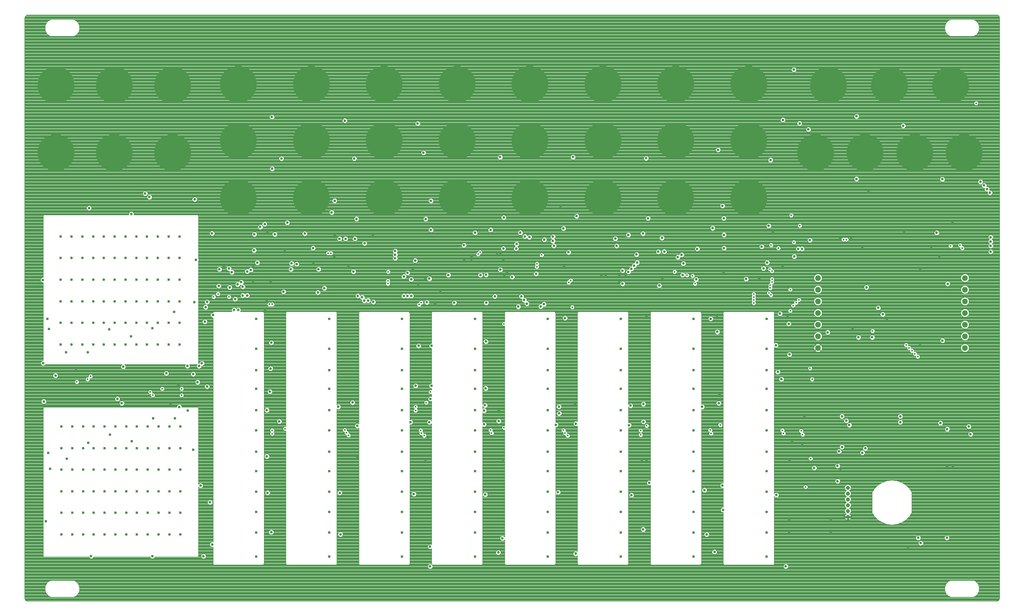
<source format=gbr>
G04 DipTrace 3.3.1.1*
G04 GND-PLANE.gbr*
%MOIN*%
G04 #@! TF.FileFunction,Copper,L2,Inr*
G04 #@! TF.Part,Single*
%ADD25C,0.051181*%
%ADD33C,0.314961*%
%ADD49C,0.035433*%
G04 #@! TA.AperFunction,CopperBalancing*
%ADD13C,0.015748*%
%ADD15C,0.007874*%
%ADD17C,0.003937*%
G04 #@! TA.AperFunction,ViaPad*
%ADD62C,0.023622*%
%ADD63C,0.017717*%
%FSLAX26Y26*%
G04*
G70*
G90*
G75*
G01*
G04 Inner1_Plane*
%LPD*%
D62*
X-551772Y3175000D3*
X-2051773Y3056252D3*
X-3708808Y3007875D3*
X-4605807Y3068752D3*
X-5801772Y2700000D3*
X-6151773Y2668751D3*
X-5801772Y2700000D3*
X-4901772Y2781249D3*
X-3739273Y2443751D3*
X-3789272Y1625000D3*
X-8108021Y1950000D3*
X-4307087Y1559055D3*
X-8176772Y2437500D3*
X-8164272Y2350000D3*
X-7526772Y2025000D3*
X-6926518Y1312753D3*
X-7539272Y1712500D3*
X-8189272Y700000D3*
X-7801772Y400000D3*
X-7276772D3*
X-6839272D3*
X-6764272Y500000D3*
X-6839272Y400000D3*
X-8170169Y1286583D3*
X-6701770Y2862500D3*
X-6901772Y2943751D3*
X-7820521Y3387500D3*
X-8176772Y2437500D3*
X-4895521Y482285D3*
X-4895522Y312500D3*
X-1401772Y1043751D3*
Y1175001D3*
X-4293503Y2858269D3*
X-4376772Y3200000D3*
X-3987165Y2822894D3*
X-4293503Y2858269D3*
X-3639272Y3318749D3*
X-4264272Y3306249D3*
X-4933021Y3293751D3*
X-5526770D3*
X-6120521Y3262500D3*
X-2614272Y2775000D3*
X-3751772Y3212500D3*
X-839272Y4093751D3*
X-1651772Y4062500D3*
X-1870522Y4143751D3*
X-1053987Y2531251D3*
X-501772Y2250000D3*
X-3245521Y2738190D3*
Y2850000D3*
X-4264272Y3306249D3*
X-3639272Y3318749D3*
X-3026772Y3300000D3*
X-3639272Y3318749D3*
X-2376772Y3300000D3*
D3*
X-689272Y512500D3*
X-1914272Y1981251D3*
X-1845521Y312500D3*
D63*
X-6139272Y1493749D3*
D62*
X-1814272Y2131249D3*
D63*
X-3716535Y1435236D3*
X-3676772Y2537500D3*
D62*
X-2908022Y3131251D3*
X-1639272Y3112500D3*
D63*
X-1783022Y2550000D3*
X-3039272Y1518749D3*
X-5595521Y1437501D3*
D62*
X-5561024Y1718505D3*
X-1895522Y2481249D3*
X-1739272Y3037500D3*
D63*
X-1758022Y2575000D3*
X-2408021Y1525000D3*
X-7808022Y1943751D3*
X-1909449Y3043308D3*
X-1971703Y3070130D3*
X-7192913Y1836615D3*
X-4945522Y1435041D3*
D62*
X-4891732Y1750001D3*
X-1883022Y1918749D3*
X-1708022Y3037499D3*
D63*
X-4261811Y1501970D3*
Y2393751D3*
D62*
X-1820521D3*
X-176772Y3612501D3*
X-145522Y3581251D3*
X-5023622Y2937008D3*
X-6250000Y3724409D3*
X-6251772Y4169094D3*
X-4416487Y2814715D3*
X-7339272Y3512501D3*
X-6376772Y2918752D3*
X-6914272Y3462501D3*
X-5970521Y3168752D3*
X-7301772Y3481252D3*
X-6401772Y3162501D3*
X-5626772Y4137500D3*
X-4414272Y2575000D3*
D63*
X-1733021Y2600000D3*
X-1702084Y1443437D3*
D62*
X-120522Y3550001D3*
X-95521Y3518751D3*
X-6258022Y606249D3*
X-5383022Y2581251D3*
X-6289272Y943749D3*
X-5426772Y2593751D3*
X-6295276Y1653545D3*
X-5460630Y2592521D3*
X-6758022Y2468751D3*
X-6576772Y2512501D3*
X-8208022Y1727017D3*
X-7158022Y1968752D3*
X-6926772Y1962501D3*
X-6566929Y2606299D3*
X-6783022Y862500D3*
X-6540797Y2512500D3*
X-6808022Y2581251D3*
X-6876772Y2031252D3*
X-6976770D3*
X-8151919Y1150001D3*
X-6501773Y2712500D3*
Y2637501D3*
X-7576772Y1750001D3*
X-6464025Y2637500D3*
X-7046361Y1680412D3*
X-6889272Y1893751D3*
X-6851772Y2055696D3*
X-6820522Y2537500D3*
X-6864272Y1006252D3*
X-6808022Y1855365D3*
X-6826772Y2412500D3*
X-6614272Y2706251D3*
X-7458022Y3337501D3*
X-6433021Y2856252D3*
X-6464025Y2843751D3*
X-6765291Y3169770D3*
X-6916408Y2579113D3*
X-6515206Y2750936D3*
X-6708021Y2718751D3*
X-6545522Y2732285D3*
X-8214272Y2056252D3*
X-6595521Y2837501D3*
X-1727854Y4113583D3*
X-5714272Y3450000D3*
X-1239272Y4175000D3*
X-5739272Y3350000D3*
X-5851772Y2862500D3*
X-5858022Y2662500D3*
X-6314272Y3250001D3*
X-6083022Y2912501D3*
X-6351772Y3225001D3*
X-6089272Y2862500D3*
X-6226772Y3162501D3*
X-6039272Y2906252D3*
X-5001772Y4112500D3*
X-4889272Y3450000D3*
Y3200000D3*
X-4689272Y2575000D3*
X-4464272Y2812500D3*
X-4739272D3*
X-2426772Y3887500D3*
X-3195522Y3156251D3*
X-2389272Y3406251D3*
X-3070521Y3168749D3*
X-1153543Y2706693D3*
D63*
X-1101772Y2331249D3*
D62*
X-1326772Y1562500D3*
X-1486220Y2320866D3*
X-1364272Y1600000D3*
X-864272Y1550000D3*
X-276772Y1512500D3*
X-864272Y1600000D3*
X-1014272Y2475001D3*
X-261655Y1446366D3*
X-461655Y1490117D3*
X-520522Y1542815D3*
X-6257874Y2232285D3*
X-5553150Y2842520D3*
X-6263780Y2009844D3*
X-5515748Y2633860D3*
X-6269685Y1811025D3*
X-5478346Y2622049D3*
X-2458022Y436370D3*
X-2730315Y2812992D3*
X-2433022Y2325000D3*
X-2383858Y797245D3*
X-2389272Y1006251D3*
X-2724409Y2911417D3*
X-2771654Y2966537D3*
X-2489272Y2437500D3*
X-2738189Y2986222D3*
X-1931102Y2210631D3*
X-2523622Y586615D3*
X-2887795Y3013781D3*
X-2543307Y966537D3*
X-2939272Y3012500D3*
X-3017717Y1029529D3*
X-2931102Y2722441D3*
X-2562992Y1681104D3*
X-3125984Y2988190D3*
X-3068898Y629923D3*
X-3120079Y2919293D3*
X-3169291Y923230D3*
X-3145522Y2893751D3*
X-3190600Y1523623D3*
X-3169291Y2866143D3*
X-3176772Y1690946D3*
X-3194882Y2840552D3*
X-3647835Y421063D3*
X-3834646Y3062993D3*
X-3799213Y948820D3*
X-3842520Y3104332D3*
X-3816929Y1527559D3*
X-3917323Y3116143D3*
X-3791339Y1683072D3*
X-3842520Y3141734D3*
X-3919291Y2562993D3*
X-4044252Y3137797D3*
X-4083021Y3143749D3*
X-3946850Y2543308D3*
X-4311024Y431104D3*
X-4065906Y2566930D3*
X-4423228Y929135D3*
X-4089528Y2598427D3*
X-4433071Y1649608D3*
X-4113150Y2629923D3*
X-4425197Y1694883D3*
X-4154488Y3078741D3*
X-4419291Y1840552D3*
X-4158022Y3039570D3*
X-4417323Y2242127D3*
X-4267717Y3039371D3*
X-4275591Y553151D3*
X-4139764Y2541340D3*
X-5035433Y933072D3*
X-4340551Y2629923D3*
D63*
X-4929134Y1717077D3*
X-5020521Y1650000D3*
X-4892396Y1809375D3*
X-5020522Y1681249D3*
D62*
X-4883021Y1862206D3*
X-5019685D3*
X-4883021Y2204726D3*
X-4994094D3*
X-5664272Y587501D3*
X-5058022Y2633564D3*
Y2775001D3*
X-5195521Y2956252D3*
X-5670521Y943752D3*
X-5089272Y2633564D3*
Y2831251D3*
X-5195522Y2987501D3*
X-5683022Y1681251D3*
X-5120522Y2633564D3*
Y2800001D3*
X-5195522Y3018751D3*
D63*
X-6620521Y2625000D3*
X-5254823Y2840551D3*
X-3938976Y2984252D3*
X-2799211Y2840552D3*
D62*
X-1301772Y1525000D3*
X-8216337Y2770818D3*
X-6620522Y2868752D3*
D63*
X-433021Y3062500D3*
X-1776772Y3093751D3*
D62*
X-6170522Y3812501D3*
X-1164272Y1325000D3*
X-5545524Y3812501D3*
X-1189272Y1287500D3*
X-4951772Y3862500D3*
X-1364272Y1337500D3*
X-4295524Y3825001D3*
X-1388437Y1299165D3*
X-3670524Y3825001D3*
D63*
X-814272Y2212500D3*
D62*
X-3043307Y3814717D3*
D63*
X-789272Y2187500D3*
D62*
X-1976772Y3800000D3*
D63*
X-764272Y2162500D3*
D62*
X-1776772Y4575000D3*
D63*
X-739272Y2137500D3*
X-214272Y4287500D3*
X-714272Y2112500D3*
X-1633021Y1237500D3*
X-1676772Y993751D3*
D62*
X-89272Y3137500D3*
Y3100000D3*
Y3062500D3*
Y3012500D3*
X-8016190Y2147701D3*
X-7084122Y1581948D3*
X-7830993Y2147654D3*
X-7269319Y1581995D3*
X-7645798Y2344465D3*
X-7454514Y1385184D3*
X-7090247Y2494930D3*
X-8010066Y1234718D3*
X-7275444Y2355975D3*
X-7824869Y1373673D3*
X-7460640Y2286593D3*
X-7639672Y1443055D3*
D63*
X-1964180Y2777068D3*
X-4990157Y2559056D3*
X-1964180Y2752462D3*
X-4972759Y2576455D3*
X-1978734Y2725887D3*
X-3690622Y2767400D3*
X-1978734Y2701281D3*
X-3708021Y2750001D3*
X-1991391Y2659270D3*
X-4467186Y3009580D3*
X-1973992Y2641871D3*
X-4484585Y2992181D3*
X-6272982Y2560967D3*
X-2121102Y2572836D3*
X-6248375Y2560967D3*
X-2121102Y2598427D3*
Y2624017D3*
X-5745915Y3000001D3*
X-2121102Y2649608D3*
X-5770521Y3000001D3*
X-1326429Y3117364D3*
X-1964448Y2846297D3*
X-1351035Y3117364D3*
X-1981846Y2863696D3*
D62*
X-2005906Y2919291D3*
D63*
X-1799213Y3324804D3*
X-7295035Y1808816D3*
X-6714272Y2650000D3*
X-5257972Y2763682D3*
X-3979291Y2909450D3*
X-6250000Y1480316D3*
X-7833022Y1918751D3*
X-7295035Y1808816D3*
X-5627953Y1482285D3*
X-6250000Y1480316D3*
X-4976772Y1480513D3*
X-5627953Y1482285D3*
X-4377953D3*
X-3751772Y1481251D3*
X-3090551Y1478348D3*
X-2494094Y1482285D3*
X-2645521Y2806249D3*
D62*
X-2005906Y2919291D3*
D63*
X-3979291Y2909450D3*
D62*
X-2005906Y2919291D3*
D63*
X-1714272Y1475000D3*
X-333021Y3043751D3*
X-1799213Y3324804D3*
X-1620522Y1918751D3*
D62*
X-2037402Y2870079D3*
D63*
X-2692913Y2811025D3*
X-2624016Y2738190D3*
X-3981260Y2883860D3*
X-5257933Y2738190D3*
X-6250000Y1450789D3*
X-7273870Y1781249D3*
X-7925197Y1895671D3*
X-5612205Y1458663D3*
X-6250000Y1450789D3*
X-4970522Y1455266D3*
X-5612205Y1458663D3*
X-4368110Y1456694D3*
X-3739272Y1456251D3*
X-3090551Y1440946D3*
X-2486220Y1452757D3*
X-1866142D3*
X-6751772Y2625000D3*
X-7026772Y1837500D3*
Y1781249D3*
X-3981260Y2883860D3*
D62*
X-2037402Y2870079D3*
D63*
X-351772Y3068749D3*
X-1726378Y3236220D3*
X-1639273Y2012501D3*
X-1808021Y2506251D3*
Y2687499D3*
D62*
X-2037402Y2870079D3*
X-6386322Y2434430D3*
X-6386320Y1996979D3*
Y1653278D3*
Y1297077D3*
Y953377D3*
Y603428D3*
X-6386322Y2178181D3*
Y1834479D3*
Y1478278D3*
Y1128328D3*
Y778378D3*
Y396930D3*
X-5761322Y2434430D3*
X-5761320Y1996979D3*
Y1653278D3*
Y1297077D3*
Y953377D3*
Y603428D3*
X-5761322Y2178181D3*
Y1834479D3*
Y1478278D3*
Y1128328D3*
Y778378D3*
Y396930D3*
X-5136322Y2434430D3*
X-5136320Y1996979D3*
Y1653278D3*
Y1297077D3*
Y953377D3*
Y603428D3*
X-5136322Y2178181D3*
Y1834479D3*
Y1478278D3*
Y1128328D3*
Y778378D3*
Y396930D3*
X-4511322Y2434430D3*
X-4511320Y1996979D3*
Y1653278D3*
Y1297077D3*
Y953377D3*
Y603428D3*
X-4511322Y2178181D3*
Y1834479D3*
Y1478278D3*
Y1128328D3*
Y778378D3*
Y396930D3*
X-3886322Y2434430D3*
X-3886320Y1996979D3*
Y1653278D3*
Y1297077D3*
Y953377D3*
Y603428D3*
X-3886322Y2178181D3*
Y1834479D3*
Y1478278D3*
Y1128328D3*
Y778378D3*
Y396930D3*
X-3261322Y2434430D3*
X-3261320Y1996979D3*
Y1653278D3*
Y1297077D3*
Y953377D3*
Y603428D3*
X-3261322Y2178181D3*
Y1834479D3*
Y1478278D3*
Y1128328D3*
Y778378D3*
Y396930D3*
X-2636322Y2434430D3*
X-2636320Y1996979D3*
Y1653278D3*
Y1297077D3*
Y953377D3*
Y603428D3*
X-2636322Y2178181D3*
Y1834479D3*
Y1478278D3*
Y1128328D3*
Y778378D3*
Y396930D3*
X-2011322Y2434430D3*
X-2011320Y1996979D3*
Y1653278D3*
Y1297077D3*
Y953377D3*
Y603428D3*
X-2011322Y2178181D3*
Y1834479D3*
Y1478278D3*
Y1128328D3*
Y778378D3*
Y396930D3*
X-8056420Y1512501D3*
X-7963825D3*
X-7871230D3*
X-7778635D3*
X-7686041D3*
X-7593448D3*
X-7500853D3*
X-7408259D3*
X-7315664D3*
X-7223070D3*
X-7130474D3*
X-7037879D3*
X-8056420Y1327312D3*
X-7963825D3*
X-7871230D3*
X-7778635D3*
X-7686041D3*
X-7593448D3*
X-7500853D3*
X-7408259D3*
X-7315664D3*
X-7223070D3*
X-7130474D3*
X-7037878D3*
X-8056420Y586533D3*
X-7963825D3*
X-7871230D3*
X-7778635D3*
X-7686041D3*
X-7593448D3*
X-7500853D3*
X-7408259D3*
X-7315664D3*
X-7223070D3*
X-7130474D3*
X-7037878D3*
X-8056420Y771738D3*
X-7963825D3*
X-7871230D3*
X-7778635D3*
X-7686041D3*
X-7593448D3*
X-7500853D3*
X-7408259D3*
X-7315664D3*
X-7223070D3*
X-7130474D3*
X-7037878D3*
X-8056390Y957478D3*
X-7963795D3*
X-7871199D3*
X-7778605D3*
X-7686010D3*
X-7593417D3*
X-7500823D3*
X-7408228D3*
X-7315634D3*
X-7223039D3*
X-7130444D3*
X-7037848D3*
X-8056420Y1142147D3*
X-7963825D3*
X-7871230D3*
X-7778635D3*
X-7686041D3*
X-7593448D3*
X-7500853D3*
X-7408259D3*
X-7315664D3*
X-7223070D3*
X-7130474D3*
X-7037878D3*
X-7043892Y2217147D3*
X-7136487D3*
X-7229083D3*
X-7321677D3*
X-7414272D3*
X-7506865D3*
X-7599459D3*
X-7692054D3*
X-7784648D3*
X-7877243D3*
X-7969839D3*
X-8062433D3*
X-7043892Y2402336D3*
X-7136487D3*
X-7229083D3*
X-7321677D3*
X-7414272D3*
X-7506865D3*
X-7599459D3*
X-7692054D3*
X-7784648D3*
X-7877243D3*
X-7969839D3*
X-8062434D3*
X-7043892Y3143115D3*
X-7136487D3*
X-7229083D3*
X-7321677D3*
X-7414272D3*
X-7506865D3*
X-7599459D3*
X-7692054D3*
X-7784648D3*
X-7877243D3*
X-7969839D3*
X-8062434D3*
X-7043892Y2957911D3*
X-7136487D3*
X-7229083D3*
X-7321677D3*
X-7414272D3*
X-7506865D3*
X-7599459D3*
X-7692054D3*
X-7784648D3*
X-7877243D3*
X-7969839D3*
X-8062434D3*
X-7043923Y2772171D3*
X-7136517D3*
X-7229113D3*
X-7321707D3*
X-7414302D3*
X-7506895D3*
X-7599490D3*
X-7692084D3*
X-7784678D3*
X-7877273D3*
X-7969869D3*
X-8062465D3*
X-7043892Y2587501D3*
X-7136487D3*
X-7229083D3*
X-7321677D3*
X-7414272D3*
X-7506865D3*
X-7599459D3*
X-7692054D3*
X-7784648D3*
X-7877243D3*
X-7969839D3*
X-8062434D3*
X-7051772Y1862500D3*
X-6664272Y2881251D3*
X-6139272Y3012500D3*
X-5885827Y2712598D3*
X-1687008Y1600394D3*
X-2625984Y3196850D3*
X-2322835Y3031496D3*
X-2379921Y2840551D3*
X-1751969Y3275591D3*
X-1188976Y3051181D3*
X-828740Y3188976D3*
X-2903543Y2779528D3*
X-4805118Y2679134D3*
X-4840551Y3033465D3*
X-5592520Y2879921D3*
X-3877953Y2767717D3*
X-3748031Y2893701D3*
X-5716535Y2964567D3*
X-1460630Y706693D3*
Y805118D3*
X-1105311Y2277954D3*
X-5671701Y3123773D3*
X-5620913D3*
X-4923228Y2578741D3*
X-5540343Y3123773D3*
X-1223031Y2277954D3*
X-6972681Y1648423D3*
X-6295521Y1256251D3*
X-1773917Y2972001D3*
X-1602165Y1156301D3*
X-3066732Y1705710D3*
X-2421260Y1712598D3*
X-2186268Y2778545D3*
X-2375984Y3043307D3*
Y3157480D3*
X-1926772Y925000D3*
X-5064272Y1550000D3*
X-4901772D3*
X-4510236Y3175001D3*
X-3645522Y1537500D3*
X-4433022Y1531251D3*
X-3066732Y1554135D3*
X-1992126Y3234253D3*
X-5520521Y1518749D3*
X-6189272Y1556251D3*
X-5457331Y3085482D3*
X-4191929Y2795919D3*
X-710850Y557824D3*
X-464272D3*
X-3308021Y3125000D3*
X-3295522Y3062500D3*
X-458021Y2737500D3*
X-504134Y3635139D3*
X-6404969Y3025001D3*
D63*
X-1875984Y1480316D3*
D62*
X-2473130Y3214860D3*
X-2605165Y3037501D3*
X-1239272Y3637500D3*
X-5899555Y3043751D3*
X-4122256Y3176182D3*
X-4307087Y1655512D3*
X-3426181Y2808072D3*
X-2433071Y2448819D3*
X-4320866Y3003938D3*
X-1375197Y1131694D3*
X-4540748Y2971112D3*
X-5041634Y2863190D3*
X-3040354Y2451773D3*
X-1829134Y2458612D3*
X-6289665Y3177364D3*
X-1555980Y1100198D3*
X-4439961Y2552360D3*
X-3777165Y3388387D3*
X-5521114Y1289990D3*
X-3040354Y1225423D3*
X-4021614Y2796316D3*
D63*
X-6651772Y2631251D3*
D62*
X-4010827Y2765804D3*
X-3272098Y2808072D3*
X-5519685Y1551181D3*
X-4290354Y3003938D3*
X-691634Y2223423D3*
X-1286909Y3058612D3*
X-5497787Y3112056D3*
X-530709Y2968360D3*
X-3651575Y1708661D3*
X-1871835Y2881891D3*
X-7121106Y1698423D3*
X-5386811Y3150395D3*
X-3043752Y1772639D3*
X-4268701Y1229332D3*
X-4237205Y2830710D3*
X-6261909Y2759104D3*
X-1379579Y3127312D3*
X-1577559Y1077560D3*
X-6410382Y2878147D3*
X-1788831Y1374635D3*
X-3079189Y1225423D3*
X-4931992Y1230364D3*
X-1702114Y1348064D3*
X-5521114Y1248060D3*
X-796559Y478249D3*
X-1286909Y3129379D3*
X-1136516Y3528249D3*
X-6296606Y2585875D3*
X-4266240Y2939966D3*
X-4261417Y2809131D3*
X-3272098Y2762793D3*
X-263878Y1985139D3*
X-4540748Y2932088D3*
X-7931102Y1994094D3*
X-3418307Y3007879D3*
X-3389768Y2808072D3*
X-1460626Y606253D3*
X-1817717Y706253D3*
Y806253D3*
Y606253D3*
X-980811Y2436320D3*
X-691634Y2862501D3*
X-6412846Y2746013D3*
X-595126Y3040647D3*
X-3217520Y2814962D3*
X-412157Y1166486D3*
X-2413386Y1781496D3*
X-4892126Y2814714D3*
X-3646114Y1263812D3*
X-6146114D3*
X-5218071Y2656497D3*
X-4913484Y1402887D3*
X-1273228Y2355710D3*
X-548520Y3333466D3*
X-416929Y3260139D3*
X-540157Y992915D3*
X-4996457Y2718505D3*
X-2073362Y2777560D3*
X-4937402Y2790352D3*
X-464272Y1163537D3*
X-1811469Y1225423D3*
X-6310236Y2513387D3*
X-1323228Y2633860D3*
X-4903004Y1664205D3*
X-4851772Y2560285D3*
X-2645522Y2929038D3*
X-6120521Y2795966D3*
X-5895522Y2916535D3*
X-4601772Y2941537D3*
X-5712058Y3156252D3*
X-2433071Y1265748D3*
X-1958021Y3176822D3*
X-8359154Y5041471D2*
D17*
X-26672D1*
X-8364099Y5037665D2*
X-21728D1*
X-8367021Y5033860D2*
X-18806D1*
X-8369104Y5030054D2*
X-16722D1*
X-8370673Y5026248D2*
X-15154D1*
X-8371173Y5022442D2*
X-14654D1*
X-8371650Y5018636D2*
X-14177D1*
X-8371650Y5014831D2*
X-14177D1*
X-8371650Y5011025D2*
X-14177D1*
X-8371650Y5007219D2*
X-14177D1*
X-8371650Y5003413D2*
X-8152211D1*
X-7947968D2*
X-437798D1*
X-233555D2*
X-14177D1*
X-8371650Y4999608D2*
X-8160992D1*
X-7939179D2*
X-446587D1*
X-224773D2*
X-14177D1*
X-8371650Y4995802D2*
X-8167251D1*
X-7932927D2*
X-452838D1*
X-218522D2*
X-14177D1*
X-8371650Y4991996D2*
X-8172219D1*
X-7927960D2*
X-457806D1*
X-213547D2*
X-14177D1*
X-8371650Y4988190D2*
X-8176379D1*
X-7923800D2*
X-461966D1*
X-209387D2*
X-14177D1*
X-8371650Y4984385D2*
X-8179900D1*
X-7920270D2*
X-465495D1*
X-205865D2*
X-14177D1*
X-8371650Y4980579D2*
X-8182946D1*
X-7917225D2*
X-468540D1*
X-202820D2*
X-14177D1*
X-8371650Y4976773D2*
X-8185614D1*
X-7914565D2*
X-471201D1*
X-200159D2*
X-14177D1*
X-8371650Y4972967D2*
X-8187944D1*
X-7912235D2*
X-473531D1*
X-197829D2*
X-14177D1*
X-8371650Y4969161D2*
X-8189974D1*
X-7910205D2*
X-475561D1*
X-195792D2*
X-14177D1*
X-8371650Y4965356D2*
X-8191727D1*
X-7908451D2*
X-477314D1*
X-194038D2*
X-14177D1*
X-8371650Y4961550D2*
X-8193234D1*
X-7906937D2*
X-478829D1*
X-192531D2*
X-14177D1*
X-8371650Y4957744D2*
X-8194518D1*
X-7905653D2*
X-480113D1*
X-191247D2*
X-14177D1*
X-8371650Y4953938D2*
X-8195595D1*
X-7904576D2*
X-481189D1*
X-190171D2*
X-14177D1*
X-8371650Y4950133D2*
X-8196471D1*
X-7903699D2*
X-482066D1*
X-189294D2*
X-14177D1*
X-8371650Y4946327D2*
X-8197156D1*
X-7903015D2*
X-482750D1*
X-188610D2*
X-14177D1*
X-8371650Y4942521D2*
X-8197648D1*
X-7902523D2*
X-483242D1*
X-188117D2*
X-14177D1*
X-8371650Y4938715D2*
X-8197955D1*
X-7902215D2*
X-483550D1*
X-187810D2*
X-14177D1*
X-8371650Y4934909D2*
X-8198094D1*
X-7902085D2*
X-483681D1*
X-187671D2*
X-14177D1*
X-8371650Y4931104D2*
X-8198055D1*
X-7902123D2*
X-483642D1*
X-187710D2*
X-14177D1*
X-8371650Y4927298D2*
X-8197848D1*
X-7902331D2*
X-483435D1*
X-187918D2*
X-14177D1*
X-8371650Y4923492D2*
X-8197456D1*
X-7902715D2*
X-483050D1*
X-188310D2*
X-14177D1*
X-8371650Y4919686D2*
X-8196894D1*
X-7903284D2*
X-482481D1*
X-188879D2*
X-14177D1*
X-8371650Y4915881D2*
X-8196133D1*
X-7904038D2*
X-481728D1*
X-189632D2*
X-14177D1*
X-8371650Y4912075D2*
X-8195179D1*
X-7904991D2*
X-480774D1*
X-190586D2*
X-14177D1*
X-8371650Y4908269D2*
X-8194026D1*
X-7906145D2*
X-479621D1*
X-191739D2*
X-14177D1*
X-8371650Y4904463D2*
X-8192650D1*
X-7907521D2*
X-478244D1*
X-193116D2*
X-14177D1*
X-8371650Y4900657D2*
X-8191043D1*
X-7909128D2*
X-476637D1*
X-194723D2*
X-14177D1*
X-8371650Y4896852D2*
X-8189189D1*
X-7910989D2*
X-474776D1*
X-196576D2*
X-14177D1*
X-8371650Y4893046D2*
X-8187052D1*
X-7913127D2*
X-472646D1*
X-198714D2*
X-14177D1*
X-8371650Y4889240D2*
X-8184614D1*
X-7915564D2*
X-470201D1*
X-201151D2*
X-14177D1*
X-8371650Y4885434D2*
X-8181823D1*
X-7918348D2*
X-467417D1*
X-203942D2*
X-14177D1*
X-8371650Y4881629D2*
X-8178570D1*
X-7921600D2*
X-464165D1*
X-207195D2*
X-14177D1*
X-8371650Y4877823D2*
X-8174818D1*
X-7925353D2*
X-460412D1*
X-210947D2*
X-14177D1*
X-8371650Y4874017D2*
X-8170389D1*
X-7929790D2*
X-455975D1*
X-215377D2*
X-14177D1*
X-8371650Y4870211D2*
X-8165014D1*
X-7935157D2*
X-450608D1*
X-220752D2*
X-14177D1*
X-8371650Y4866406D2*
X-8158001D1*
X-7942178D2*
X-443588D1*
X-227764D2*
X-14177D1*
X-8371650Y4862600D2*
X-8147113D1*
X-7953066D2*
X-432699D1*
X-238653D2*
X-14177D1*
X-8371650Y4858794D2*
X-14177D1*
X-8371650Y4854988D2*
X-14177D1*
X-8371650Y4851182D2*
X-14177D1*
X-8371650Y4847377D2*
X-14177D1*
X-8371650Y4843571D2*
X-14177D1*
X-8371650Y4839765D2*
X-14177D1*
X-8371650Y4835959D2*
X-14177D1*
X-8371650Y4832154D2*
X-14177D1*
X-8371650Y4828348D2*
X-14177D1*
X-8371650Y4824542D2*
X-14177D1*
X-8371650Y4820736D2*
X-14177D1*
X-8371650Y4816930D2*
X-14177D1*
X-8371650Y4813125D2*
X-14177D1*
X-8371650Y4809319D2*
X-14177D1*
X-8371650Y4805513D2*
X-14177D1*
X-8371650Y4801707D2*
X-14177D1*
X-8371650Y4797902D2*
X-14177D1*
X-8371650Y4794096D2*
X-14177D1*
X-8371650Y4790290D2*
X-14177D1*
X-8371650Y4786484D2*
X-14177D1*
X-8371650Y4782678D2*
X-14177D1*
X-8371650Y4778873D2*
X-14177D1*
X-8371650Y4775067D2*
X-14177D1*
X-8371650Y4771261D2*
X-14177D1*
X-8371650Y4767455D2*
X-14177D1*
X-8371650Y4763650D2*
X-14177D1*
X-8371650Y4759844D2*
X-14177D1*
X-8371650Y4756038D2*
X-14177D1*
X-8371650Y4752232D2*
X-14177D1*
X-8371650Y4748427D2*
X-14177D1*
X-8371650Y4744621D2*
X-14177D1*
X-8371650Y4740815D2*
X-14177D1*
X-8371650Y4737009D2*
X-14177D1*
X-8371650Y4733203D2*
X-14177D1*
X-8371650Y4729398D2*
X-14177D1*
X-8371650Y4725592D2*
X-14177D1*
X-8371650Y4721786D2*
X-14177D1*
X-8371650Y4717980D2*
X-14177D1*
X-8371650Y4714175D2*
X-14177D1*
X-8371650Y4710369D2*
X-14177D1*
X-8371650Y4706563D2*
X-14177D1*
X-8371650Y4702757D2*
X-14177D1*
X-8371650Y4698951D2*
X-14177D1*
X-8371650Y4695146D2*
X-14169D1*
X-8371650Y4691340D2*
X-14169D1*
X-8371650Y4687534D2*
X-14169D1*
X-8371650Y4683728D2*
X-14169D1*
X-8371650Y4679923D2*
X-14169D1*
X-8371650Y4676117D2*
X-14169D1*
X-8371650Y4672311D2*
X-14169D1*
X-8371650Y4668505D2*
X-14169D1*
X-8371650Y4664699D2*
X-14169D1*
X-8371650Y4660894D2*
X-14169D1*
X-8371650Y4657088D2*
X-14169D1*
X-8371650Y4653282D2*
X-14169D1*
X-8371650Y4649476D2*
X-14169D1*
X-8371650Y4645671D2*
X-14169D1*
X-8371650Y4641865D2*
X-14169D1*
X-8371650Y4638059D2*
X-14169D1*
X-8371650Y4634253D2*
X-14169D1*
X-8371650Y4630448D2*
X-14169D1*
X-8371650Y4626642D2*
X-14169D1*
X-8371650Y4622836D2*
X-14169D1*
X-8371650Y4619030D2*
X-14169D1*
X-8371650Y4615224D2*
X-14169D1*
X-8371650Y4611419D2*
X-14169D1*
X-8371650Y4607613D2*
X-14169D1*
X-8371650Y4603807D2*
X-14169D1*
X-8371650Y4600001D2*
X-14169D1*
X-8371650Y4596196D2*
X-1782309D1*
X-1771233D2*
X-14169D1*
X-8371650Y4592390D2*
X-1790329D1*
X-1763213D2*
X-14169D1*
X-8371650Y4588584D2*
X-1794228D1*
X-1759314D2*
X-14169D1*
X-8371650Y4584778D2*
X-1796665D1*
X-1756884D2*
X-14169D1*
X-8371650Y4580972D2*
X-1798141D1*
X-1755400D2*
X-14169D1*
X-8371650Y4577167D2*
X-1798872D1*
X-1754678D2*
X-14169D1*
X-8371650Y4573361D2*
X-1798918D1*
X-1754631D2*
X-14169D1*
X-8371650Y4569555D2*
X-1798288D1*
X-1755254D2*
X-14169D1*
X-8371650Y4565749D2*
X-1796919D1*
X-1756623D2*
X-14169D1*
X-8371650Y4561944D2*
X-1794635D1*
X-1758907D2*
X-14169D1*
X-8371650Y4558138D2*
X-1790998D1*
X-1762544D2*
X-14169D1*
X-8371650Y4554332D2*
X-1784131D1*
X-1769411D2*
X-14169D1*
X-8371650Y4550526D2*
X-14169D1*
X-8371650Y4546720D2*
X-14169D1*
X-8371650Y4542915D2*
X-14169D1*
X-8371650Y4539109D2*
X-14169D1*
X-8371650Y4535303D2*
X-14169D1*
X-8371650Y4531497D2*
X-14169D1*
X-8371650Y4527692D2*
X-14169D1*
X-8371650Y4523886D2*
X-14169D1*
X-8371650Y4520080D2*
X-14169D1*
X-8371650Y4516274D2*
X-14169D1*
X-8371650Y4512469D2*
X-14169D1*
X-8371650Y4508663D2*
X-14169D1*
X-8371650Y4504857D2*
X-14169D1*
X-8371650Y4501051D2*
X-14169D1*
X-8371650Y4497245D2*
X-14169D1*
X-8371650Y4493440D2*
X-14169D1*
X-8371650Y4489634D2*
X-14169D1*
X-8371650Y4485828D2*
X-14169D1*
X-8371650Y4482022D2*
X-14169D1*
X-8371650Y4478217D2*
X-14169D1*
X-8371650Y4474411D2*
X-14169D1*
X-8371650Y4470605D2*
X-14169D1*
X-8371650Y4466799D2*
X-14169D1*
X-8371650Y4462993D2*
X-14169D1*
X-8371650Y4459188D2*
X-14169D1*
X-8371650Y4455382D2*
X-14169D1*
X-8371650Y4451576D2*
X-14169D1*
X-8371650Y4447770D2*
X-14169D1*
X-8371650Y4443965D2*
X-14169D1*
X-8371650Y4440159D2*
X-14169D1*
X-8371650Y4436353D2*
X-14169D1*
X-8371650Y4432547D2*
X-14169D1*
X-8371650Y4428741D2*
X-14169D1*
X-8371650Y4424936D2*
X-14169D1*
X-8371650Y4421130D2*
X-14169D1*
X-8371650Y4417324D2*
X-14169D1*
X-8371650Y4413518D2*
X-14169D1*
X-8371650Y4409713D2*
X-14169D1*
X-8371650Y4405907D2*
X-14169D1*
X-8371650Y4402101D2*
X-14169D1*
X-8371650Y4398295D2*
X-14169D1*
X-8371650Y4394490D2*
X-14169D1*
X-8371650Y4390684D2*
X-14169D1*
X-8371650Y4386878D2*
X-14169D1*
X-8371650Y4383072D2*
X-14169D1*
X-8371650Y4379266D2*
X-14169D1*
X-8371650Y4375461D2*
X-14169D1*
X-8371650Y4371655D2*
X-14169D1*
X-8371650Y4367849D2*
X-14169D1*
X-8371650Y4364043D2*
X-14169D1*
X-8371650Y4360238D2*
X-14169D1*
X-8371650Y4356432D2*
X-14169D1*
X-8371650Y4352626D2*
X-14169D1*
X-8371650Y4348820D2*
X-14169D1*
X-8371650Y4345014D2*
X-14169D1*
X-8371650Y4341209D2*
X-14169D1*
X-8371650Y4337403D2*
X-14169D1*
X-8371650Y4333597D2*
X-14169D1*
X-8371650Y4329791D2*
X-14169D1*
X-8371650Y4325986D2*
X-14169D1*
X-8371650Y4322180D2*
X-14169D1*
X-8371650Y4318374D2*
X-14169D1*
X-8371650Y4314568D2*
X-14169D1*
X-8371650Y4310762D2*
X-14169D1*
X-8371650Y4306957D2*
X-14169D1*
X-8371650Y4303151D2*
X-225184D1*
X-203358D2*
X-14169D1*
X-8371650Y4299345D2*
X-229336D1*
X-199206D2*
X-14169D1*
X-8371650Y4295539D2*
X-231728D1*
X-196822D2*
X-14169D1*
X-8371650Y4291734D2*
X-233042D1*
X-195499D2*
X-14169D1*
X-8371650Y4287928D2*
X-233519D1*
X-195023D2*
X-14169D1*
X-8371650Y4284122D2*
X-233219D1*
X-195322D2*
X-14169D1*
X-8371650Y4280316D2*
X-232104D1*
X-196445D2*
X-14169D1*
X-8371650Y4276510D2*
X-229990D1*
X-198552D2*
X-14169D1*
X-8371650Y4272705D2*
X-226360D1*
X-202182D2*
X-14169D1*
X-8371650Y4268899D2*
X-217771D1*
X-210771D2*
X-14169D1*
X-8371650Y4265093D2*
X-14169D1*
X-8371650Y4261287D2*
X-14169D1*
X-8371650Y4257482D2*
X-14169D1*
X-8371650Y4253676D2*
X-14169D1*
X-8371650Y4249870D2*
X-14169D1*
X-8371650Y4246064D2*
X-14169D1*
X-8371650Y4242259D2*
X-14169D1*
X-8371650Y4238453D2*
X-14169D1*
X-8371650Y4234647D2*
X-14169D1*
X-8371650Y4230841D2*
X-14169D1*
X-8371650Y4227035D2*
X-14169D1*
X-8371650Y4223230D2*
X-14169D1*
X-8371650Y4219424D2*
X-14169D1*
X-8371650Y4215618D2*
X-14169D1*
X-8371650Y4211812D2*
X-14169D1*
X-8371650Y4208007D2*
X-14169D1*
X-8371650Y4204201D2*
X-14169D1*
X-8371650Y4200395D2*
X-14169D1*
X-8371650Y4196589D2*
X-1242770D1*
X-1235777D2*
X-14169D1*
X-8371650Y4192783D2*
X-1252297D1*
X-1226250D2*
X-14169D1*
X-8371650Y4188978D2*
X-6261132D1*
X-6242413D2*
X-1256411D1*
X-1222136D2*
X-14169D1*
X-8371650Y4185172D2*
X-6266907D1*
X-6236638D2*
X-1258956D1*
X-1219583D2*
X-14169D1*
X-8371650Y4181366D2*
X-6270198D1*
X-6233347D2*
X-1260525D1*
X-1218014D2*
X-14169D1*
X-8371650Y4177560D2*
X-6272266D1*
X-6231278D2*
X-1261324D1*
X-1217214D2*
X-14169D1*
X-8371650Y4173755D2*
X-6273474D1*
X-6230071D2*
X-1261440D1*
X-1217099D2*
X-14169D1*
X-8371650Y4169949D2*
X-6273958D1*
X-6229587D2*
X-1260886D1*
X-1217660D2*
X-14169D1*
X-8371650Y4166143D2*
X-6273774D1*
X-6229771D2*
X-1259594D1*
X-1218945D2*
X-14169D1*
X-8371650Y4162337D2*
X-6272905D1*
X-6230640D2*
X-1882326D1*
X-1858716D2*
X-1257426D1*
X-1221121D2*
X-14169D1*
X-8371650Y4158531D2*
X-6271251D1*
X-6232293D2*
X-5632941D1*
X-5620596D2*
X-1886955D1*
X-1854087D2*
X-1253965D1*
X-1224581D2*
X-14169D1*
X-8371650Y4154726D2*
X-6268575D1*
X-6234969D2*
X-5640546D1*
X-5612999D2*
X-1889761D1*
X-1851280D2*
X-1247706D1*
X-1230832D2*
X-14169D1*
X-8371650Y4150920D2*
X-6264223D1*
X-6239322D2*
X-5644360D1*
X-5609185D2*
X-1891515D1*
X-1849527D2*
X-14169D1*
X-8371650Y4147114D2*
X-5646744D1*
X-5606801D2*
X-1892468D1*
X-1848581D2*
X-14169D1*
X-8371650Y4143308D2*
X-5648189D1*
X-5605356D2*
X-1892722D1*
X-1848320D2*
X-14169D1*
X-8371650Y4139503D2*
X-5648881D1*
X-5604656D2*
X-1892307D1*
X-1848735D2*
X-14169D1*
X-8371650Y4135697D2*
X-5648904D1*
X-5604641D2*
X-1891184D1*
X-1849858D2*
X-14169D1*
X-8371650Y4131891D2*
X-5648243D1*
X-5605302D2*
X-5012147D1*
X-4991390D2*
X-1889223D1*
X-1851826D2*
X-1740101D1*
X-1715607D2*
X-14169D1*
X-8371650Y4128085D2*
X-5646843D1*
X-5606701D2*
X-5017422D1*
X-4986123D2*
X-1886094D1*
X-1854956D2*
X-1744538D1*
X-1711170D2*
X-14169D1*
X-8371650Y4124280D2*
X-5644514D1*
X-5609031D2*
X-5020521D1*
X-4983024D2*
X-1880742D1*
X-1860300D2*
X-1747253D1*
X-1708456D2*
X-14169D1*
X-8371650Y4120474D2*
X-5640800D1*
X-5612745D2*
X-5022466D1*
X-4981079D2*
X-1748944D1*
X-1706764D2*
X-14169D1*
X-8371650Y4116668D2*
X-5633625D1*
X-5619920D2*
X-5023574D1*
X-4979971D2*
X-1749836D1*
X-1705872D2*
X-14169D1*
X-8371650Y4112862D2*
X-5023973D1*
X-4979571D2*
X-1750044D1*
X-1705665D2*
X-850176D1*
X-828366D2*
X-14169D1*
X-8371650Y4109056D2*
X-5023704D1*
X-4979841D2*
X-1749582D1*
X-1706126D2*
X-855205D1*
X-823337D2*
X-14169D1*
X-8371650Y4105251D2*
X-5022735D1*
X-4980809D2*
X-1748406D1*
X-1707303D2*
X-858196D1*
X-820346D2*
X-14169D1*
X-8371650Y4101445D2*
X-5020967D1*
X-4982578D2*
X-1746368D1*
X-1709340D2*
X-860072D1*
X-818469D2*
X-14169D1*
X-8371650Y4097639D2*
X-5018129D1*
X-4985415D2*
X-1743131D1*
X-1712578D2*
X-861126D1*
X-817416D2*
X-14169D1*
X-8371650Y4093833D2*
X-5013447D1*
X-4990098D2*
X-1737502D1*
X-1718206D2*
X-861480D1*
X-817070D2*
X-14169D1*
X-8371650Y4090028D2*
X-861157D1*
X-817385D2*
X-14169D1*
X-8371650Y4086222D2*
X-860134D1*
X-818408D2*
X-14169D1*
X-8371650Y4082416D2*
X-1661061D1*
X-1642488D2*
X-858296D1*
X-820246D2*
X-14169D1*
X-8371650Y4078610D2*
X-1666867D1*
X-1636675D2*
X-855366D1*
X-823175D2*
X-14169D1*
X-8371650Y4074804D2*
X-1670173D1*
X-1633368D2*
X-850468D1*
X-828073D2*
X-14169D1*
X-8371650Y4070999D2*
X-1672249D1*
X-1631292D2*
X-14169D1*
X-8371650Y4067193D2*
X-1673464D1*
X-1630077D2*
X-14169D1*
X-8371650Y4063387D2*
X-1673957D1*
X-1629585D2*
X-14169D1*
X-8371650Y4059581D2*
X-1673780D1*
X-1629762D2*
X-14169D1*
X-8371650Y4055776D2*
X-1672911D1*
X-1630631D2*
X-14169D1*
X-8371650Y4051970D2*
X-1671265D1*
X-1632277D2*
X-14169D1*
X-8371650Y4048164D2*
X-1668605D1*
X-1634937D2*
X-14169D1*
X-8371650Y4044358D2*
X-1664275D1*
X-1639274D2*
X-14169D1*
X-8371650Y4040552D2*
X-14169D1*
X-8371650Y4036747D2*
X-14169D1*
X-8371650Y4032941D2*
X-14169D1*
X-8371650Y4029135D2*
X-14169D1*
X-8371650Y4025329D2*
X-14169D1*
X-8371650Y4021524D2*
X-14169D1*
X-8371650Y4017718D2*
X-14169D1*
X-8371650Y4013912D2*
X-14169D1*
X-8371650Y4010106D2*
X-14169D1*
X-8371650Y4006301D2*
X-14169D1*
X-8371650Y4002495D2*
X-14169D1*
X-8371650Y3998689D2*
X-14169D1*
X-8371650Y3994883D2*
X-14169D1*
X-8371650Y3991077D2*
X-14169D1*
X-8371650Y3987272D2*
X-14169D1*
X-8371650Y3983466D2*
X-14169D1*
X-8371650Y3979660D2*
X-14169D1*
X-8371650Y3975854D2*
X-14169D1*
X-8371650Y3972049D2*
X-14169D1*
X-8371650Y3968243D2*
X-14169D1*
X-8371650Y3964437D2*
X-14169D1*
X-8371650Y3960631D2*
X-14169D1*
X-8371650Y3956825D2*
X-14169D1*
X-8371650Y3953020D2*
X-14169D1*
X-8371650Y3949214D2*
X-14169D1*
X-8371650Y3945408D2*
X-14169D1*
X-8371650Y3941602D2*
X-14169D1*
X-8371650Y3937797D2*
X-14169D1*
X-8371650Y3933991D2*
X-14169D1*
X-8371650Y3930185D2*
X-14169D1*
X-8371650Y3926379D2*
X-14169D1*
X-8371650Y3922573D2*
X-14169D1*
X-8371650Y3918768D2*
X-14169D1*
X-8371650Y3914962D2*
X-14169D1*
X-8371650Y3911156D2*
X-14169D1*
X-8371650Y3907350D2*
X-2436206D1*
X-2417341D2*
X-14169D1*
X-8371650Y3903545D2*
X-2441942D1*
X-2411604D2*
X-14169D1*
X-8371650Y3899739D2*
X-2445218D1*
X-2408321D2*
X-14169D1*
X-8371650Y3895933D2*
X-2447279D1*
X-2406260D2*
X-14169D1*
X-8371650Y3892127D2*
X-2448478D1*
X-2405060D2*
X-14169D1*
X-8371650Y3888322D2*
X-2448963D1*
X-2404584D2*
X-14169D1*
X-8371650Y3884516D2*
X-2448770D1*
X-2404768D2*
X-14169D1*
X-8371650Y3880710D2*
X-4964172D1*
X-4939371D2*
X-2447894D1*
X-2405653D2*
X-14169D1*
X-8371650Y3876904D2*
X-4968540D1*
X-4935003D2*
X-2446233D1*
X-2407313D2*
X-14169D1*
X-8371650Y3873098D2*
X-4971231D1*
X-4932312D2*
X-2443549D1*
X-2409997D2*
X-14169D1*
X-8371650Y3869293D2*
X-4972892D1*
X-4930651D2*
X-2439174D1*
X-2414372D2*
X-14169D1*
X-8371650Y3865487D2*
X-4973769D1*
X-4929774D2*
X-14169D1*
X-8371650Y3861681D2*
X-4973961D1*
X-4929582D2*
X-14169D1*
X-8371650Y3857875D2*
X-4973477D1*
X-4930067D2*
X-14169D1*
X-8371650Y3854070D2*
X-4972285D1*
X-4931258D2*
X-14169D1*
X-8371650Y3850264D2*
X-4970224D1*
X-4933319D2*
X-14169D1*
X-8371650Y3846458D2*
X-4966941D1*
X-4936603D2*
X-4299833D1*
X-4291218D2*
X-3674833D1*
X-3666218D2*
X-14169D1*
X-8371650Y3842652D2*
X-4961212D1*
X-4942331D2*
X-4308730D1*
X-4282313D2*
X-3683730D1*
X-3657313D2*
X-14169D1*
X-8371650Y3838846D2*
X-4312767D1*
X-4278276D2*
X-3687767D1*
X-3653276D2*
X-14169D1*
X-8371650Y3835041D2*
X-4315281D1*
X-4275770D2*
X-3690281D1*
X-3650770D2*
X-3051617D1*
X-3034997D2*
X-14169D1*
X-8371650Y3831235D2*
X-6182084D1*
X-6158959D2*
X-5557084D1*
X-5533959D2*
X-4316819D1*
X-4274232D2*
X-3691819D1*
X-3649232D2*
X-3057946D1*
X-3028669D2*
X-14169D1*
X-8371650Y3827429D2*
X-6186821D1*
X-6154230D2*
X-5561821D1*
X-5529230D2*
X-4317596D1*
X-4273455D2*
X-3692596D1*
X-3648455D2*
X-3061421D1*
X-3025193D2*
X-14169D1*
X-8371650Y3823623D2*
X-6189682D1*
X-6151369D2*
X-5564682D1*
X-5526369D2*
X-4317688D1*
X-4273363D2*
X-3692688D1*
X-3648363D2*
X-3063613D1*
X-3023002D2*
X-14169D1*
X-8371650Y3819818D2*
X-6191465D1*
X-6149578D2*
X-5566465D1*
X-5524586D2*
X-4317104D1*
X-4273947D2*
X-3692104D1*
X-3648947D2*
X-3064904D1*
X-3021710D2*
X-1986272D1*
X-1967268D2*
X-14169D1*
X-8371650Y3816012D2*
X-6192442D1*
X-6148601D2*
X-5567442D1*
X-5523601D2*
X-4315789D1*
X-4275255D2*
X-3690789D1*
X-3650255D2*
X-3065474D1*
X-3021141D2*
X-1991978D1*
X-1961570D2*
X-14169D1*
X-8371650Y3812206D2*
X-6192727D1*
X-6148317D2*
X-5567727D1*
X-5523324D2*
X-4313582D1*
X-4277469D2*
X-3688582D1*
X-3652469D2*
X-3065366D1*
X-3021248D2*
X-1995238D1*
X-1958302D2*
X-14169D1*
X-8371650Y3808400D2*
X-6192334D1*
X-6148709D2*
X-5567342D1*
X-5523709D2*
X-4310060D1*
X-4280983D2*
X-3685060D1*
X-3655983D2*
X-3064574D1*
X-3022040D2*
X-1997291D1*
X-1956249D2*
X-14169D1*
X-8371650Y3804594D2*
X-6191242D1*
X-6149801D2*
X-5566242D1*
X-5524801D2*
X-4303616D1*
X-4287427D2*
X-3678616D1*
X-3662427D2*
X-3063021D1*
X-3023594D2*
X-1998491D1*
X-1955057D2*
X-14169D1*
X-8371650Y3800789D2*
X-6189312D1*
X-6151731D2*
X-5564320D1*
X-5526731D2*
X-3060483D1*
X-3026131D2*
X-1998960D1*
X-1954581D2*
X-14169D1*
X-8371650Y3796983D2*
X-6186244D1*
X-6154799D2*
X-5561244D1*
X-5529807D2*
X-3056400D1*
X-3030214D2*
X-1998767D1*
X-1954773D2*
X-14169D1*
X-8371650Y3793177D2*
X-6181031D1*
X-6160012D2*
X-5556031D1*
X-5535012D2*
X-3047134D1*
X-3039480D2*
X-1997883D1*
X-1955665D2*
X-14169D1*
X-8371650Y3789371D2*
X-1996214D1*
X-1957333D2*
X-14169D1*
X-8371650Y3785566D2*
X-1993515D1*
X-1960025D2*
X-14169D1*
X-8371650Y3781760D2*
X-1989125D1*
X-1964415D2*
X-14169D1*
X-8371650Y3777954D2*
X-14169D1*
X-8371650Y3774148D2*
X-14169D1*
X-8371650Y3770343D2*
X-14169D1*
X-8371650Y3766537D2*
X-14169D1*
X-8371650Y3762731D2*
X-14169D1*
X-8371650Y3758925D2*
X-14169D1*
X-8371650Y3755119D2*
X-14169D1*
X-8371650Y3751314D2*
X-14169D1*
X-8371650Y3747508D2*
X-14169D1*
X-8371650Y3743702D2*
X-6260571D1*
X-6239429D2*
X-14169D1*
X-8371650Y3739896D2*
X-6265753D1*
X-6234247D2*
X-14169D1*
X-8371650Y3736091D2*
X-6268814D1*
X-6231186D2*
X-14169D1*
X-8371650Y3732285D2*
X-6270736D1*
X-6229264D2*
X-14169D1*
X-8371650Y3728479D2*
X-6271820D1*
X-6228180D2*
X-14169D1*
X-8371650Y3724673D2*
X-6272205D1*
X-6227795D2*
X-14169D1*
X-8371650Y3720867D2*
X-6271913D1*
X-6228087D2*
X-14169D1*
X-8371650Y3717062D2*
X-6270928D1*
X-6229072D2*
X-14169D1*
X-8371650Y3713256D2*
X-6269137D1*
X-6230863D2*
X-14169D1*
X-8371650Y3709450D2*
X-6266269D1*
X-6233731D2*
X-14169D1*
X-8371650Y3705644D2*
X-6261509D1*
X-6238491D2*
X-14169D1*
X-8371650Y3701839D2*
X-14169D1*
X-8371650Y3698033D2*
X-14169D1*
X-8371650Y3694227D2*
X-14169D1*
X-8371650Y3690421D2*
X-14169D1*
X-8371650Y3686615D2*
X-14169D1*
X-8371650Y3682810D2*
X-14169D1*
X-8371650Y3679004D2*
X-14169D1*
X-8371650Y3675198D2*
X-14169D1*
X-8371650Y3671392D2*
X-14169D1*
X-8371650Y3667587D2*
X-14169D1*
X-8371650Y3663781D2*
X-14169D1*
X-8371650Y3659975D2*
X-14169D1*
X-8371650Y3656169D2*
X-1250943D1*
X-1227603D2*
X-510309D1*
X-497957D2*
X-14169D1*
X-8371650Y3652364D2*
X-1255626D1*
X-1222912D2*
X-517906D1*
X-490360D2*
X-14169D1*
X-8371650Y3648558D2*
X-1258464D1*
X-1220075D2*
X-521720D1*
X-486546D2*
X-14169D1*
X-8371650Y3644752D2*
X-1260232D1*
X-1218306D2*
X-524104D1*
X-484162D2*
X-14169D1*
X-8371650Y3640946D2*
X-1261201D1*
X-1217337D2*
X-525550D1*
X-482716D2*
X-14169D1*
X-8371650Y3637140D2*
X-1261470D1*
X-1217068D2*
X-526250D1*
X-482024D2*
X-14169D1*
X-8371650Y3633335D2*
X-1261078D1*
X-1217468D2*
X-526265D1*
X-482001D2*
X-183622D1*
X-169924D2*
X-14169D1*
X-8371650Y3629529D2*
X-1259971D1*
X-1218575D2*
X-525604D1*
X-482663D2*
X-190796D1*
X-162750D2*
X-14169D1*
X-8371650Y3625723D2*
X-1258025D1*
X-1220521D2*
X-524204D1*
X-484070D2*
X-194510D1*
X-159028D2*
X-14169D1*
X-8371650Y3621917D2*
X-1254927D1*
X-1223620D2*
X-521874D1*
X-486392D2*
X-196840D1*
X-156706D2*
X-14169D1*
X-8371650Y3618112D2*
X-1249659D1*
X-1228887D2*
X-518160D1*
X-490114D2*
X-198240D1*
X-155299D2*
X-14169D1*
X-8371650Y3614306D2*
X-510986D1*
X-497280D2*
X-198901D1*
X-154645D2*
X-14169D1*
X-8371650Y3610500D2*
X-198886D1*
X-154661D2*
X-14169D1*
X-8371650Y3606694D2*
X-198186D1*
X-155353D2*
X-14169D1*
X-8371650Y3602888D2*
X-196740D1*
X-156798D2*
X-148658D1*
X-142388D2*
X-14169D1*
X-8371650Y3599083D2*
X-194357D1*
X-132569D2*
X-14169D1*
X-8371650Y3595277D2*
X-190543D1*
X-128424D2*
X-14169D1*
X-8371650Y3591471D2*
X-182946D1*
X-170593D2*
X-165183D1*
X-125864D2*
X-14169D1*
X-8371650Y3587665D2*
X-166759D1*
X-124279D2*
X-14169D1*
X-8371650Y3583860D2*
X-167574D1*
X-123472D2*
X-14169D1*
X-8371650Y3580054D2*
X-167697D1*
X-123349D2*
X-14169D1*
X-8371650Y3576248D2*
X-167144D1*
X-123903D2*
X-14169D1*
X-8371650Y3572442D2*
X-165867D1*
X-125179D2*
X-14169D1*
X-8371650Y3568636D2*
X-163706D1*
X-108793D2*
X-14169D1*
X-8371650Y3564831D2*
X-160269D1*
X-104133D2*
X-14169D1*
X-8371650Y3561025D2*
X-154079D1*
X-101311D2*
X-14169D1*
X-8371650Y3557219D2*
X-141499D1*
X-99550D2*
X-14169D1*
X-8371650Y3553413D2*
X-142460D1*
X-98589D2*
X-14169D1*
X-8371650Y3549608D2*
X-142722D1*
X-98320D2*
X-14169D1*
X-8371650Y3545802D2*
X-142322D1*
X-98727D2*
X-14169D1*
X-8371650Y3541996D2*
X-141207D1*
X-99842D2*
X-14169D1*
X-8371650Y3538190D2*
X-139254D1*
X-85240D2*
X-14169D1*
X-8371650Y3534385D2*
X-136140D1*
X-79919D2*
X-14169D1*
X-8371650Y3530579D2*
X-7351868D1*
X-7326674D2*
X-130842D1*
X-76805D2*
X-14169D1*
X-8371650Y3526773D2*
X-7356158D1*
X-7322383D2*
X-116193D1*
X-74844D2*
X-14169D1*
X-8371650Y3522967D2*
X-7358804D1*
X-7319746D2*
X-117316D1*
X-73729D2*
X-14169D1*
X-8371650Y3519161D2*
X-7360434D1*
X-7318108D2*
X-117723D1*
X-73321D2*
X-14169D1*
X-8371650Y3515356D2*
X-7361287D1*
X-7317254D2*
X-117462D1*
X-73583D2*
X-14169D1*
X-8371650Y3511550D2*
X-7361457D1*
X-7317085D2*
X-116501D1*
X-74536D2*
X-14169D1*
X-8371650Y3507744D2*
X-7360949D1*
X-7317593D2*
X-114748D1*
X-76297D2*
X-14169D1*
X-8371650Y3503938D2*
X-7359726D1*
X-7318815D2*
X-111926D1*
X-79119D2*
X-14169D1*
X-8371650Y3500133D2*
X-7357627D1*
X-7320915D2*
X-7313082D1*
X-7290457D2*
X-107273D1*
X-83764D2*
X-14169D1*
X-8371650Y3496327D2*
X-7354298D1*
X-7324244D2*
X-7317926D1*
X-7285612D2*
X-14169D1*
X-8371650Y3492521D2*
X-7348415D1*
X-7330134D2*
X-7320841D1*
X-7282706D2*
X-14169D1*
X-8371650Y3488715D2*
X-7322663D1*
X-7280883D2*
X-14169D1*
X-8371650Y3484909D2*
X-7323670D1*
X-7279876D2*
X-14169D1*
X-8371650Y3481104D2*
X-7323978D1*
X-7279568D2*
X-6926056D1*
X-6902492D2*
X-14169D1*
X-8371650Y3477298D2*
X-7323617D1*
X-7279930D2*
X-6930693D1*
X-6897855D2*
X-14169D1*
X-8371650Y3473492D2*
X-7322548D1*
X-7280991D2*
X-6933507D1*
X-6895041D2*
X-14169D1*
X-8371650Y3469686D2*
X-7320656D1*
X-7282882D2*
X-6935260D1*
X-6893288D2*
X-5724053D1*
X-5704488D2*
X-4899058D1*
X-4879485D2*
X-14169D1*
X-8371650Y3465881D2*
X-7317642D1*
X-7285904D2*
X-6936214D1*
X-6892327D2*
X-5729613D1*
X-5698929D2*
X-4904618D1*
X-4873926D2*
X-14169D1*
X-8371650Y3462075D2*
X-7312559D1*
X-7290987D2*
X-6936475D1*
X-6892073D2*
X-5732827D1*
X-5695715D2*
X-4907832D1*
X-4870712D2*
X-14169D1*
X-8371650Y3458269D2*
X-6936060D1*
X-6892480D2*
X-5734849D1*
X-5693692D2*
X-4909846D1*
X-4868697D2*
X-14169D1*
X-8371650Y3454463D2*
X-6934945D1*
X-6893603D2*
X-5736018D1*
X-5692531D2*
X-4911015D1*
X-4867528D2*
X-14169D1*
X-8371650Y3450657D2*
X-6932984D1*
X-6895564D2*
X-5736464D1*
X-5692078D2*
X-4911469D1*
X-4867074D2*
X-14169D1*
X-8371650Y3446852D2*
X-6929854D1*
X-6898686D2*
X-5736249D1*
X-5692293D2*
X-4911246D1*
X-4867297D2*
X-14169D1*
X-8371650Y3443046D2*
X-6924526D1*
X-6904015D2*
X-5735342D1*
X-5693208D2*
X-4910338D1*
X-4868205D2*
X-14169D1*
X-8371650Y3439240D2*
X-5733635D1*
X-5694907D2*
X-4908639D1*
X-4869904D2*
X-14169D1*
X-8371650Y3435434D2*
X-5730897D1*
X-5697645D2*
X-4905902D1*
X-4872642D2*
X-14169D1*
X-8371650Y3431629D2*
X-5726422D1*
X-5702120D2*
X-4901419D1*
X-4877125D2*
X-14169D1*
X-8371650Y3427823D2*
X-2392883D1*
X-2385660D2*
X-14169D1*
X-8371650Y3424017D2*
X-2402318D1*
X-2376225D2*
X-14169D1*
X-8371650Y3420211D2*
X-2406425D1*
X-2372119D2*
X-14169D1*
X-8371650Y3416406D2*
X-2408970D1*
X-2369574D2*
X-14169D1*
X-8371650Y3412600D2*
X-2410531D1*
X-2368013D2*
X-14169D1*
X-8371650Y3408794D2*
X-7825639D1*
X-7815409D2*
X-2411330D1*
X-2367213D2*
X-14169D1*
X-8371650Y3404988D2*
X-7833951D1*
X-7807097D2*
X-2411438D1*
X-2367105D2*
X-14169D1*
X-8371650Y3401182D2*
X-7837904D1*
X-7803144D2*
X-2410877D1*
X-2367667D2*
X-14169D1*
X-8371650Y3397377D2*
X-7840364D1*
X-7800684D2*
X-2409593D1*
X-2368951D2*
X-14169D1*
X-8371650Y3393571D2*
X-7841864D1*
X-7799176D2*
X-2407409D1*
X-2371135D2*
X-14169D1*
X-8371650Y3389765D2*
X-7842610D1*
X-7798431D2*
X-2403949D1*
X-2374595D2*
X-14169D1*
X-8371650Y3385959D2*
X-7842671D1*
X-7798369D2*
X-2397666D1*
X-2380877D2*
X-14169D1*
X-8371650Y3382154D2*
X-7842064D1*
X-7798984D2*
X-14169D1*
X-8371650Y3378348D2*
X-7840710D1*
X-7800330D2*
X-14169D1*
X-8371650Y3374542D2*
X-7838457D1*
X-7802583D2*
X-14169D1*
X-8371650Y3370736D2*
X-7834866D1*
X-7806174D2*
X-5746430D1*
X-5732117D2*
X-14169D1*
X-8371650Y3366930D2*
X-7828169D1*
X-7812871D2*
X-5753420D1*
X-5725127D2*
X-14169D1*
X-8371650Y3363125D2*
X-5757087D1*
X-5721459D2*
X-14169D1*
X-8371650Y3359319D2*
X-5759387D1*
X-5719160D2*
X-14169D1*
X-8371650Y3355513D2*
X-7470716D1*
X-7445330D2*
X-5760771D1*
X-5717776D2*
X-14169D1*
X-8371650Y3351707D2*
X-7474968D1*
X-7441078D2*
X-5761409D1*
X-5717138D2*
X-14169D1*
X-8371650Y3347902D2*
X-7477591D1*
X-7438456D2*
X-5761378D1*
X-5717168D2*
X-14169D1*
X-8371650Y3344096D2*
X-7479205D1*
X-7436841D2*
X-5760663D1*
X-5717883D2*
X-14169D1*
X-8371650Y3340290D2*
X-7480051D1*
X-7435995D2*
X-5759194D1*
X-5719344D2*
X-3643091D1*
X-3635452D2*
X-1810368D1*
X-1788057D2*
X-14169D1*
X-8371650Y3336484D2*
X-7480205D1*
X-7435841D2*
X-5756787D1*
X-5721759D2*
X-3652365D1*
X-3626179D2*
X-1814412D1*
X-1784013D2*
X-14169D1*
X-8371650Y3332678D2*
X-7479690D1*
X-7436357D2*
X-5752920D1*
X-5725627D2*
X-3656448D1*
X-3622096D2*
X-1816742D1*
X-1781683D2*
X-14169D1*
X-8371650Y3328873D2*
X-8208252D1*
X-6889043D2*
X-5745084D1*
X-5733462D2*
X-3658985D1*
X-3619558D2*
X-1818019D1*
X-1780406D2*
X-14169D1*
X-8371650Y3325067D2*
X-8212142D1*
X-6885145D2*
X-4275696D1*
X-4252847D2*
X-3660538D1*
X-3618005D2*
X-1818465D1*
X-1779960D2*
X-14169D1*
X-8371650Y3321261D2*
X-8213703D1*
X-6883584D2*
X-4280486D1*
X-4248057D2*
X-3661330D1*
X-3617213D2*
X-3032032D1*
X-3021510D2*
X-2382034D1*
X-2371511D2*
X-1818126D1*
X-1780299D2*
X-14169D1*
X-8371650Y3317455D2*
X-8213980D1*
X-6883315D2*
X-4283378D1*
X-4245166D2*
X-3661438D1*
X-3617105D2*
X-3040244D1*
X-3013297D2*
X-2390246D1*
X-2363299D2*
X-1816973D1*
X-1781452D2*
X-14169D1*
X-8371650Y3313650D2*
X-8213980D1*
X-6883315D2*
X-5536092D1*
X-5517450D2*
X-4942342D1*
X-4923700D2*
X-4285185D1*
X-4243359D2*
X-3660869D1*
X-3617674D2*
X-3044174D1*
X-3009368D2*
X-2394175D1*
X-2359370D2*
X-1814812D1*
X-1783613D2*
X-14169D1*
X-8371650Y3309844D2*
X-8213980D1*
X-6883315D2*
X-5541882D1*
X-5511652D2*
X-4948140D1*
X-4917902D2*
X-4286177D1*
X-4242367D2*
X-3659577D1*
X-3618966D2*
X-3046627D1*
X-3006915D2*
X-2396628D1*
X-2356917D2*
X-1811091D1*
X-1787335D2*
X-14169D1*
X-8371650Y3306038D2*
X-8213980D1*
X-6883315D2*
X-5545181D1*
X-5508353D2*
X-4951439D1*
X-4914603D2*
X-4286477D1*
X-4242067D2*
X-3657386D1*
X-3621158D2*
X-3048126D1*
X-3005416D2*
X-2398128D1*
X-2355417D2*
X-1801463D1*
X-1796962D2*
X-14169D1*
X-8371650Y3302232D2*
X-8213980D1*
X-6883315D2*
X-5547257D1*
X-5506285D2*
X-4953507D1*
X-4912535D2*
X-4286100D1*
X-4242444D2*
X-3653910D1*
X-3624633D2*
X-3048864D1*
X-3004685D2*
X-2398858D1*
X-2354679D2*
X-14169D1*
X-8371650Y3298427D2*
X-8213980D1*
X-6883315D2*
X-5548464D1*
X-5505070D2*
X-4954722D1*
X-4911320D2*
X-4285023D1*
X-4243520D2*
X-3647582D1*
X-3630962D2*
X-3048918D1*
X-3004624D2*
X-2398920D1*
X-2354625D2*
X-14169D1*
X-8371650Y3294621D2*
X-8213980D1*
X-6883315D2*
X-5548957D1*
X-5504585D2*
X-4955207D1*
X-4910835D2*
X-4283116D1*
X-4245427D2*
X-3048303D1*
X-3005239D2*
X-2398304D1*
X-2355240D2*
X-14169D1*
X-8371650Y3290815D2*
X-8213980D1*
X-6883315D2*
X-5548780D1*
X-5504762D2*
X-4955030D1*
X-4911012D2*
X-4280079D1*
X-4248464D2*
X-3046950D1*
X-3006592D2*
X-2396951D1*
X-2356594D2*
X-14169D1*
X-8371650Y3287009D2*
X-8213980D1*
X-6883315D2*
X-5547911D1*
X-5505631D2*
X-4954161D1*
X-4911881D2*
X-4274935D1*
X-4253609D2*
X-3044689D1*
X-3008861D2*
X-2394683D1*
X-2358854D2*
X-14169D1*
X-8371650Y3283203D2*
X-8213980D1*
X-6883315D2*
X-6127774D1*
X-6113268D2*
X-5546258D1*
X-5507284D2*
X-4952508D1*
X-4913534D2*
X-3041083D1*
X-3012467D2*
X-2391076D1*
X-2362461D2*
X-14169D1*
X-8371650Y3279398D2*
X-8213980D1*
X-6883315D2*
X-6134709D1*
X-6106340D2*
X-5543589D1*
X-5509952D2*
X-4949839D1*
X-4916202D2*
X-3034323D1*
X-3019218D2*
X-2384325D1*
X-2369220D2*
X-14169D1*
X-8371650Y3275592D2*
X-8213980D1*
X-6883315D2*
X-6138362D1*
X-6102680D2*
X-5539245D1*
X-5514297D2*
X-4945495D1*
X-4920547D2*
X-14169D1*
X-8371650Y3271786D2*
X-8213980D1*
X-6883315D2*
X-6315735D1*
X-6312805D2*
X-6140653D1*
X-6100388D2*
X-14169D1*
X-8371650Y3267980D2*
X-8213980D1*
X-6883315D2*
X-6327015D1*
X-6301529D2*
X-6142022D1*
X-6099020D2*
X-14169D1*
X-8371650Y3264175D2*
X-8213980D1*
X-6883315D2*
X-6331245D1*
X-6297300D2*
X-6142660D1*
X-6098381D2*
X-14169D1*
X-8371650Y3260369D2*
X-8213980D1*
X-6883315D2*
X-6333851D1*
X-6294686D2*
X-6142622D1*
X-6098420D2*
X-14169D1*
X-8371650Y3256563D2*
X-8213980D1*
X-6883315D2*
X-6335466D1*
X-6293079D2*
X-6141899D1*
X-6099143D2*
X-14169D1*
X-8371650Y3252757D2*
X-8213980D1*
X-6883315D2*
X-6336304D1*
X-6292241D2*
X-6140430D1*
X-6100611D2*
X-2004065D1*
X-1980187D2*
X-1735834D1*
X-1716922D2*
X-14169D1*
X-8371650Y3248951D2*
X-8213980D1*
X-6883315D2*
X-6336450D1*
X-6292094D2*
X-6138008D1*
X-6103033D2*
X-2008633D1*
X-1975619D2*
X-1740686D1*
X-1712070D2*
X-14169D1*
X-8371650Y3245146D2*
X-8213980D1*
X-6883315D2*
X-6360526D1*
X-6343014D2*
X-6335928D1*
X-6292617D2*
X-6134125D1*
X-6106917D2*
X-2011417D1*
X-1972835D2*
X-1743385D1*
X-1709371D2*
X-14169D1*
X-8371650Y3241340D2*
X-8213980D1*
X-6883315D2*
X-6366616D1*
X-6336932D2*
X-6334682D1*
X-6293863D2*
X-6126205D1*
X-6114837D2*
X-2013147D1*
X-1971105D2*
X-1744923D1*
X-1707833D2*
X-14169D1*
X-8371650Y3237534D2*
X-8213980D1*
X-6883315D2*
X-6370015D1*
X-6295978D2*
X-2014085D1*
X-1970167D2*
X-1745584D1*
X-1707172D2*
X-14169D1*
X-8371650Y3233728D2*
X-8213980D1*
X-6883315D2*
X-6372153D1*
X-6331388D2*
X-6329187D1*
X-6299353D2*
X-3757172D1*
X-3746373D2*
X-2484465D1*
X-2461793D2*
X-2014323D1*
X-1969929D2*
X-1745461D1*
X-1707295D2*
X-14169D1*
X-8371650Y3229923D2*
X-8213980D1*
X-6883315D2*
X-6373414D1*
X-6330127D2*
X-6323186D1*
X-6305359D2*
X-3765284D1*
X-3738253D2*
X-2489302D1*
X-2456964D2*
X-2013900D1*
X-1970352D2*
X-1744546D1*
X-1708210D2*
X-14169D1*
X-8371650Y3226117D2*
X-8213980D1*
X-6883315D2*
X-6373944D1*
X-6329596D2*
X-3769206D1*
X-3734339D2*
X-2492208D1*
X-2454058D2*
X-2012755D1*
X-1971497D2*
X-1742693D1*
X-1710063D2*
X-14169D1*
X-8371650Y3222311D2*
X-8213980D1*
X-6883315D2*
X-6373814D1*
X-6329734D2*
X-3771644D1*
X-3731901D2*
X-2494023D1*
X-2452235D2*
X-2010771D1*
X-1973481D2*
X-1739509D1*
X-1713247D2*
X-14169D1*
X-8371650Y3218505D2*
X-8213980D1*
X-6883315D2*
X-6372983D1*
X-6330557D2*
X-4901211D1*
X-4877332D2*
X-4388708D1*
X-4364837D2*
X-3773135D1*
X-3730410D2*
X-2495030D1*
X-2451236D2*
X-2007610D1*
X-1976642D2*
X-1733235D1*
X-1719521D2*
X-14169D1*
X-8371650Y3214699D2*
X-8213980D1*
X-6883315D2*
X-6371391D1*
X-6332157D2*
X-4905779D1*
X-4872765D2*
X-4393276D1*
X-4360262D2*
X-3773866D1*
X-3729679D2*
X-2495338D1*
X-2450928D2*
X-2002182D1*
X-1982070D2*
X-14169D1*
X-8371650Y3210894D2*
X-8213980D1*
X-6883315D2*
X-6368800D1*
X-6334740D2*
X-4908562D1*
X-4869981D2*
X-4396059D1*
X-4357486D2*
X-3773920D1*
X-3729625D2*
X-2494969D1*
X-2451290D2*
X-14169D1*
X-8371650Y3207088D2*
X-8213980D1*
X-6883315D2*
X-6364609D1*
X-6338931D2*
X-4910292D1*
X-4868251D2*
X-4397789D1*
X-4355748D2*
X-3773297D1*
X-3730248D2*
X-2493900D1*
X-2452358D2*
X-14169D1*
X-8371650Y3203282D2*
X-8213980D1*
X-6883315D2*
X-6354167D1*
X-6349381D2*
X-4911230D1*
X-4867313D2*
X-4398727D1*
X-4354817D2*
X-3771936D1*
X-3731609D2*
X-2492008D1*
X-2454250D2*
X-14169D1*
X-8371650Y3199476D2*
X-8213980D1*
X-6883315D2*
X-4911469D1*
X-4867074D2*
X-4398973D1*
X-4354571D2*
X-3769660D1*
X-3733885D2*
X-2488986D1*
X-2457272D2*
X-14169D1*
X-8371650Y3195671D2*
X-8213980D1*
X-6883315D2*
X-4911046D1*
X-4867497D2*
X-4517591D1*
X-4502878D2*
X-4398543D1*
X-4355002D2*
X-4132441D1*
X-4112069D2*
X-3766038D1*
X-3737507D2*
X-2483888D1*
X-2462370D2*
X-559122D1*
X-544417D2*
X-14169D1*
X-8371650Y3191865D2*
X-8213980D1*
X-6883315D2*
X-4909900D1*
X-4868643D2*
X-4524466D1*
X-4496011D2*
X-4397405D1*
X-4356140D2*
X-4137808D1*
X-4106701D2*
X-3759233D1*
X-3744312D2*
X-565996D1*
X-537550D2*
X-14169D1*
X-8371650Y3188059D2*
X-8213980D1*
X-6883315D2*
X-6777572D1*
X-6753017D2*
X-5981059D1*
X-5959979D2*
X-4907916D1*
X-4870627D2*
X-4528103D1*
X-4492374D2*
X-4395421D1*
X-4358124D2*
X-4140946D1*
X-4103572D2*
X-3081060D1*
X-3059988D2*
X-569634D1*
X-533905D2*
X-14169D1*
X-8371650Y3184253D2*
X-8213980D1*
X-6883315D2*
X-6781994D1*
X-6748587D2*
X-6403772D1*
X-6399780D2*
X-6228767D1*
X-6224773D2*
X-5986257D1*
X-5954781D2*
X-4904756D1*
X-4873787D2*
X-4530379D1*
X-4490091D2*
X-4392261D1*
X-4361284D2*
X-4142914D1*
X-4101596D2*
X-3086258D1*
X-3054790D2*
X-571917D1*
X-531629D2*
X-14169D1*
X-8371650Y3180448D2*
X-8213980D1*
X-6883315D2*
X-6784700D1*
X-6745881D2*
X-6414560D1*
X-6388982D2*
X-6239563D1*
X-6213985D2*
X-5989325D1*
X-5951720D2*
X-4899327D1*
X-4879216D2*
X-4531748D1*
X-4488722D2*
X-4386832D1*
X-4366713D2*
X-4144037D1*
X-4100473D2*
X-3089326D1*
X-3051722D2*
X-573286D1*
X-530260D2*
X-14169D1*
X-8371650Y3176642D2*
X-8213980D1*
X-6883315D2*
X-6786384D1*
X-6744197D2*
X-6418774D1*
X-6384768D2*
X-6243769D1*
X-6209771D2*
X-5991247D1*
X-5949790D2*
X-4532378D1*
X-4488091D2*
X-4144452D1*
X-4100058D2*
X-3203661D1*
X-3187387D2*
X-3091249D1*
X-3049792D2*
X-2386801D1*
X-2365167D2*
X-573917D1*
X-529630D2*
X-14169D1*
X-8371650Y3172836D2*
X-8213980D1*
X-6883315D2*
X-6787276D1*
X-6743305D2*
X-6421373D1*
X-6382169D2*
X-6246376D1*
X-6207172D2*
X-5992339D1*
X-5948706D2*
X-4532332D1*
X-4488137D2*
X-4144206D1*
X-4100311D2*
X-3210082D1*
X-3180966D2*
X-3092341D1*
X-3048700D2*
X-2391868D1*
X-2360100D2*
X-573870D1*
X-529676D2*
X-14169D1*
X-8371650Y3169030D2*
X-8213980D1*
X-6883315D2*
X-6787484D1*
X-6743097D2*
X-6422980D1*
X-6380569D2*
X-6247975D1*
X-6205565D2*
X-5992723D1*
X-5948321D2*
X-4531609D1*
X-4488868D2*
X-4143252D1*
X-4101257D2*
X-3213588D1*
X-3177452D2*
X-3092725D1*
X-3048315D2*
X-2394883D1*
X-2357086D2*
X-573140D1*
X-530399D2*
X-14169D1*
X-8371650Y3165224D2*
X-8213980D1*
X-6883315D2*
X-6787015D1*
X-6743566D2*
X-6423803D1*
X-6379739D2*
X-6248806D1*
X-6204734D2*
X-5992439D1*
X-5948606D2*
X-4530125D1*
X-4490344D2*
X-4141507D1*
X-4103003D2*
X-4087227D1*
X-4078812D2*
X-3215795D1*
X-3175253D2*
X-3092440D1*
X-3048600D2*
X-2396767D1*
X-2355202D2*
X-571664D1*
X-531883D2*
X-14169D1*
X-8371650Y3161419D2*
X-8213980D1*
X-6883315D2*
X-6785831D1*
X-6744750D2*
X-6423949D1*
X-6379593D2*
X-6248952D1*
X-6204596D2*
X-5991455D1*
X-5949582D2*
X-4527695D1*
X-4492774D2*
X-4138708D1*
X-4105809D2*
X-4096201D1*
X-4069838D2*
X-3852306D1*
X-3832733D2*
X-3217102D1*
X-3173938D2*
X-3091456D1*
X-3049584D2*
X-2397828D1*
X-2354141D2*
X-569234D1*
X-534313D2*
X-14169D1*
X-8371650Y3157613D2*
X-8213980D1*
X-6883315D2*
X-6783793D1*
X-6746788D2*
X-6423418D1*
X-6380123D2*
X-6248421D1*
X-6205119D2*
X-5989663D1*
X-5951374D2*
X-4523797D1*
X-4496673D2*
X-4134087D1*
X-4110423D2*
X-4100253D1*
X-4065786D2*
X-4053755D1*
X-4034743D2*
X-3857866D1*
X-3827174D2*
X-3217687D1*
X-3173361D2*
X-3089665D1*
X-3051376D2*
X-2398189D1*
X-2353779D2*
X-565335D1*
X-538211D2*
X-98100D1*
X-80442D2*
X-14169D1*
X-8371650Y3153807D2*
X-8213980D1*
X-6883315D2*
X-6780548D1*
X-6750033D2*
X-6422165D1*
X-6381377D2*
X-6247168D1*
X-6206372D2*
X-5986803D1*
X-5954242D2*
X-4515776D1*
X-4504693D2*
X-4102767D1*
X-4063271D2*
X-4059460D1*
X-4029045D2*
X-3861080D1*
X-3823960D2*
X-3217587D1*
X-3173454D2*
X-3086804D1*
X-3054236D2*
X-2397874D1*
X-2354095D2*
X-557323D1*
X-546224D2*
X-104152D1*
X-74390D2*
X-14169D1*
X-8371650Y3150001D2*
X-8213980D1*
X-6883315D2*
X-6774896D1*
X-6755685D2*
X-6420043D1*
X-6383507D2*
X-6245038D1*
X-6208502D2*
X-5982058D1*
X-5958987D2*
X-4104313D1*
X-4025785D2*
X-3863094D1*
X-3821945D2*
X-3216810D1*
X-3174230D2*
X-3082060D1*
X-3058981D2*
X-2919558D1*
X-2896487D2*
X-2396867D1*
X-2355102D2*
X-107535D1*
X-71007D2*
X-14169D1*
X-8371650Y3146196D2*
X-8213980D1*
X-6883315D2*
X-6416652D1*
X-6386890D2*
X-6241655D1*
X-6211893D2*
X-4105090D1*
X-4023732D2*
X-3864263D1*
X-3820776D2*
X-3313559D1*
X-3302483D2*
X-3215272D1*
X-3175776D2*
X-2924303D1*
X-2891742D2*
X-2395044D1*
X-2356924D2*
X-109665D1*
X-68877D2*
X-14169D1*
X-8371650Y3142390D2*
X-8213980D1*
X-6883315D2*
X-6410608D1*
X-6392934D2*
X-6235603D1*
X-6217937D2*
X-5683461D1*
X-5659943D2*
X-5632672D1*
X-5609154D2*
X-5552102D1*
X-5528584D2*
X-4105182D1*
X-4022540D2*
X-3864717D1*
X-3820322D2*
X-3321579D1*
X-3294463D2*
X-3212758D1*
X-3178290D2*
X-2927171D1*
X-2888874D2*
X-2392122D1*
X-2359846D2*
X-110918D1*
X-67623D2*
X-14169D1*
X-8371650Y3138584D2*
X-8213980D1*
X-6883315D2*
X-5688105D1*
X-5655299D2*
X-5637316D1*
X-5604510D2*
X-5556746D1*
X-5523940D2*
X-4104605D1*
X-4022063D2*
X-3864494D1*
X-3820545D2*
X-3325478D1*
X-3290564D2*
X-3208705D1*
X-3182335D2*
X-2928955D1*
X-2887090D2*
X-2387270D1*
X-2364698D2*
X-111449D1*
X-67093D2*
X-14169D1*
X-8371650Y3134778D2*
X-8213980D1*
X-6883315D2*
X-5690927D1*
X-5652477D2*
X-5640138D1*
X-5601688D2*
X-5559568D1*
X-5521118D2*
X-4103298D1*
X-4022256D2*
X-3929047D1*
X-3905599D2*
X-3863587D1*
X-3821453D2*
X-3327907D1*
X-3288134D2*
X-3199747D1*
X-3191301D2*
X-2929939D1*
X-2886106D2*
X-1358665D1*
X-1343406D2*
X-1334059D1*
X-1318800D2*
X-111303D1*
X-67239D2*
X-14169D1*
X-8371650Y3130972D2*
X-8213980D1*
X-6883315D2*
X-5692680D1*
X-5650716D2*
X-5641899D1*
X-5599935D2*
X-5561321D1*
X-5519357D2*
X-4101091D1*
X-4023140D2*
X-3933707D1*
X-3900939D2*
X-3861887D1*
X-3823152D2*
X-3329391D1*
X-3286650D2*
X-2930223D1*
X-2885821D2*
X-1651265D1*
X-1627278D2*
X-1364486D1*
X-1312979D2*
X-110480D1*
X-68069D2*
X-14169D1*
X-8371650Y3127167D2*
X-8213980D1*
X-6883315D2*
X-5693642D1*
X-5649762D2*
X-5642853D1*
X-5598973D2*
X-5562282D1*
X-5518403D2*
X-4097585D1*
X-4068462D2*
X-4063690D1*
X-4024816D2*
X-3936537D1*
X-3898109D2*
X-3859150D1*
X-3825890D2*
X-3330114D1*
X-3285928D2*
X-2929839D1*
X-2886206D2*
X-1655809D1*
X-1622734D2*
X-1367539D1*
X-1309926D2*
X-108873D1*
X-69669D2*
X-14169D1*
X-8371650Y3123361D2*
X-8213980D1*
X-6883315D2*
X-5693903D1*
X-5649501D2*
X-5643114D1*
X-5598712D2*
X-5562544D1*
X-5518142D2*
X-4091164D1*
X-4074882D2*
X-4060998D1*
X-4027508D2*
X-3938297D1*
X-3896348D2*
X-3854667D1*
X-3830373D2*
X-3330160D1*
X-3285881D2*
X-2928747D1*
X-2887298D2*
X-1658578D1*
X-1619966D2*
X-1369307D1*
X-1308158D2*
X-106274D1*
X-72268D2*
X-14169D1*
X-8371650Y3119555D2*
X-8213980D1*
X-6883315D2*
X-5693495D1*
X-5649908D2*
X-5642707D1*
X-5599120D2*
X-5562136D1*
X-5518549D2*
X-4056600D1*
X-4031898D2*
X-3939259D1*
X-3895387D2*
X-3858535D1*
X-3826505D2*
X-3329538D1*
X-3286504D2*
X-2926825D1*
X-2889220D2*
X-1660300D1*
X-1618243D2*
X-1370161D1*
X-1307304D2*
X-102060D1*
X-76482D2*
X-14169D1*
X-8371650Y3115749D2*
X-8213980D1*
X-6883315D2*
X-5692373D1*
X-5651023D2*
X-5641592D1*
X-5600235D2*
X-5561021D1*
X-5519664D2*
X-3939528D1*
X-3895118D2*
X-3861495D1*
X-3823544D2*
X-3328169D1*
X-3287873D2*
X-2923757D1*
X-2892288D2*
X-1661230D1*
X-1617313D2*
X-1370215D1*
X-1307243D2*
X-104751D1*
X-73790D2*
X-14169D1*
X-8371650Y3111944D2*
X-8213980D1*
X-6883315D2*
X-5690420D1*
X-5652984D2*
X-5639631D1*
X-5602195D2*
X-5559061D1*
X-5521625D2*
X-3939120D1*
X-3895525D2*
X-3863356D1*
X-3821684D2*
X-3325885D1*
X-3290157D2*
X-2918566D1*
X-2897479D2*
X-1782132D1*
X-1771410D2*
X-1661469D1*
X-1617074D2*
X-1369492D1*
X-1307973D2*
X-107919D1*
X-70630D2*
X-14169D1*
X-8371650Y3108138D2*
X-8213980D1*
X-6883315D2*
X-5687305D1*
X-5656099D2*
X-5636517D1*
X-5605310D2*
X-5555946D1*
X-5524739D2*
X-3938005D1*
X-3896640D2*
X-3864386D1*
X-3820653D2*
X-3322248D1*
X-3293794D2*
X-1789360D1*
X-1764189D2*
X-1661038D1*
X-1617505D2*
X-1367877D1*
X-1309588D2*
X-109903D1*
X-68639D2*
X-14169D1*
X-8371650Y3104332D2*
X-8213980D1*
X-6883315D2*
X-5681984D1*
X-5661420D2*
X-5631195D1*
X-5610631D2*
X-5550625D1*
X-5530060D2*
X-5468694D1*
X-5445968D2*
X-3936052D1*
X-3898594D2*
X-3864725D1*
X-3820315D2*
X-3315381D1*
X-3300661D2*
X-1792774D1*
X-1760768D2*
X-1659893D1*
X-1618651D2*
X-1365063D1*
X-1312402D2*
X-111041D1*
X-67500D2*
X-14169D1*
X-8371650Y3100526D2*
X-8213980D1*
X-6883315D2*
X-5473515D1*
X-5441147D2*
X-4155948D1*
X-4153023D2*
X-3932946D1*
X-3901700D2*
X-3864386D1*
X-3820653D2*
X-1794766D1*
X-1758776D2*
X-1657893D1*
X-1620650D2*
X-1359926D1*
X-1342145D2*
X-1335320D1*
X-1317539D2*
X-111472D1*
X-67070D2*
X-14169D1*
X-8371650Y3096720D2*
X-8213980D1*
X-6883315D2*
X-5476414D1*
X-5438248D2*
X-4167228D1*
X-4141750D2*
X-3927640D1*
X-3907006D2*
X-3863356D1*
X-3821684D2*
X-1795788D1*
X-1757753D2*
X-1654725D1*
X-1623818D2*
X-111226D1*
X-67316D2*
X-14169D1*
X-8371650Y3092915D2*
X-8213980D1*
X-6883315D2*
X-5478229D1*
X-5436433D2*
X-4171457D1*
X-4137513D2*
X-3861495D1*
X-3823544D2*
X-1796004D1*
X-1757538D2*
X-1649266D1*
X-1629278D2*
X-110295D1*
X-68246D2*
X-14169D1*
X-8371650Y3089109D2*
X-8213980D1*
X-6883315D2*
X-5479228D1*
X-5435426D2*
X-4614033D1*
X-4597582D2*
X-4174072D1*
X-4134906D2*
X-3858535D1*
X-3826505D2*
X-1795442D1*
X-1758099D2*
X-108565D1*
X-69984D2*
X-14169D1*
X-8371650Y3085303D2*
X-8213980D1*
X-6883315D2*
X-5479536D1*
X-5435126D2*
X-4620407D1*
X-4591207D2*
X-4175679D1*
X-4133292D2*
X-3853575D1*
X-3831465D2*
X-1983296D1*
X-1960109D2*
X-1794028D1*
X-1759514D2*
X-361203D1*
X-342345D2*
X-105782D1*
X-72760D2*
X-14169D1*
X-8371650Y3081497D2*
X-8213980D1*
X-6883315D2*
X-5479167D1*
X-5435495D2*
X-4623898D1*
X-4587716D2*
X-4176517D1*
X-4132461D2*
X-3846585D1*
X-3822706D2*
X-3306631D1*
X-3284413D2*
X-1987141D1*
X-1956265D2*
X-1791498D1*
X-1762044D2*
X-366063D1*
X-337478D2*
X-101214D1*
X-77328D2*
X-14169D1*
X-8371650Y3077692D2*
X-8213980D1*
X-6883315D2*
X-5478098D1*
X-5436564D2*
X-4626097D1*
X-4585517D2*
X-4176671D1*
X-4132307D2*
X-3851153D1*
X-3818139D2*
X-3311567D1*
X-3279476D2*
X-2056177D1*
X-2047369D2*
X-1989371D1*
X-1954035D2*
X-1787053D1*
X-1766489D2*
X-444587D1*
X-421454D2*
X-368769D1*
X-334771D2*
X-105313D1*
X-73229D2*
X-14169D1*
X-8371650Y3073886D2*
X-8213980D1*
X-6883315D2*
X-5476199D1*
X-5438463D2*
X-4627397D1*
X-4584217D2*
X-4176148D1*
X-4132830D2*
X-3853936D1*
X-3815355D2*
X-3314520D1*
X-3276523D2*
X-2065004D1*
X-2038542D2*
X-1990578D1*
X-1952827D2*
X-448447D1*
X-417594D2*
X-370307D1*
X-333233D2*
X-108265D1*
X-70276D2*
X-14169D1*
X-8371650Y3070080D2*
X-8213980D1*
X-6883315D2*
X-5473169D1*
X-5441493D2*
X-4627974D1*
X-4583641D2*
X-4174902D1*
X-4134076D2*
X-3855666D1*
X-3813625D2*
X-3316365D1*
X-3274678D2*
X-2069034D1*
X-2034513D2*
X-1990955D1*
X-1952451D2*
X-450685D1*
X-415357D2*
X-370976D1*
X-332564D2*
X-110119D1*
X-68423D2*
X-14169D1*
X-8371650Y3066274D2*
X-8213980D1*
X-6883315D2*
X-5468056D1*
X-5446599D2*
X-4627874D1*
X-4583741D2*
X-4172780D1*
X-4136198D2*
X-3856604D1*
X-3812687D2*
X-3317396D1*
X-3273647D2*
X-2071541D1*
X-2032006D2*
X-1990555D1*
X-1952850D2*
X-451892D1*
X-414149D2*
X-370861D1*
X-332679D2*
X-111149D1*
X-67393D2*
X-14169D1*
X-8371650Y3062469D2*
X-8213980D1*
X-6883315D2*
X-5911146D1*
X-5887967D2*
X-4627089D1*
X-4584525D2*
X-4169404D1*
X-4139574D2*
X-3856843D1*
X-3812448D2*
X-3317727D1*
X-3273317D2*
X-2386801D1*
X-2365167D2*
X-2073071D1*
X-2030476D2*
X-1989332D1*
X-1954081D2*
X-452269D1*
X-413773D2*
X-369946D1*
X-330326D2*
X-111480D1*
X-67070D2*
X-14169D1*
X-8371650Y3058663D2*
X-8213980D1*
X-6883315D2*
X-5915867D1*
X-5883245D2*
X-4625536D1*
X-4586078D2*
X-4278287D1*
X-4257146D2*
X-4168958D1*
X-4145579D2*
X-3856420D1*
X-3812871D2*
X-3317388D1*
X-3273655D2*
X-2610841D1*
X-2599489D2*
X-2391868D1*
X-2360100D2*
X-2073847D1*
X-2029699D2*
X-1987072D1*
X-1956342D2*
X-1920788D1*
X-1898109D2*
X-1744946D1*
X-1733601D2*
X-1713688D1*
X-1702358D2*
X-451877D1*
X-414165D2*
X-368100D1*
X-321084D2*
X-111134D1*
X-67408D2*
X-14169D1*
X-8371650Y3054857D2*
X-8213980D1*
X-6883315D2*
X-5918720D1*
X-5880393D2*
X-4623014D1*
X-4588600D2*
X-4283470D1*
X-4251963D2*
X-4173972D1*
X-4142073D2*
X-3855274D1*
X-3814017D2*
X-3316342D1*
X-3274701D2*
X-2618769D1*
X-2591561D2*
X-2394883D1*
X-2357086D2*
X-2073932D1*
X-2029614D2*
X-1983158D1*
X-1960248D2*
X-1924749D1*
X-1894149D2*
X-1752874D1*
X-1725673D2*
X-1721624D1*
X-1694423D2*
X-450654D1*
X-415387D2*
X-364917D1*
X-317385D2*
X-110096D1*
X-68446D2*
X-14169D1*
X-8371650Y3051051D2*
X-8213980D1*
X-6883315D2*
X-5920504D1*
X-5878609D2*
X-4618946D1*
X-4592668D2*
X-4286530D1*
X-4248903D2*
X-4176963D1*
X-4139082D2*
X-3853290D1*
X-3816001D2*
X-3314482D1*
X-3276562D2*
X-2622652D1*
X-2587678D2*
X-2396767D1*
X-2355202D2*
X-2073348D1*
X-2030199D2*
X-1927040D1*
X-1891858D2*
X-1756757D1*
X-1690540D2*
X-448401D1*
X-417640D2*
X-358681D1*
X-315240D2*
X-108227D1*
X-70315D2*
X-14169D1*
X-8371650Y3047245D2*
X-8213980D1*
X-6883315D2*
X-5921481D1*
X-5877632D2*
X-4609834D1*
X-4601780D2*
X-4288453D1*
X-4246980D2*
X-4178832D1*
X-4137213D2*
X-3850130D1*
X-3819161D2*
X-3311506D1*
X-3279538D2*
X-2625075D1*
X-2585255D2*
X-2397828D1*
X-2354141D2*
X-2072033D1*
X-2031514D2*
X-1928286D1*
X-1890612D2*
X-1759179D1*
X-1688117D2*
X-444503D1*
X-421539D2*
X-351945D1*
X-314094D2*
X-105251D1*
X-73291D2*
X-14169D1*
X-8371650Y3043440D2*
X-8213980D1*
X-6883315D2*
X-6417013D1*
X-6392926D2*
X-5921757D1*
X-5877355D2*
X-4289537D1*
X-4245896D2*
X-4179877D1*
X-4136167D2*
X-3844701D1*
X-3824590D2*
X-3306515D1*
X-3284528D2*
X-2626543D1*
X-2583787D2*
X-2398189D1*
X-2353779D2*
X-2069818D1*
X-2033728D2*
X-1928701D1*
X-1890197D2*
X-1760655D1*
X-1686641D2*
X-352268D1*
X-313771D2*
X-100268D1*
X-78273D2*
X-14169D1*
X-8371650Y3039634D2*
X-8213980D1*
X-6883315D2*
X-6421534D1*
X-6388397D2*
X-5921365D1*
X-5877740D2*
X-5202208D1*
X-5188833D2*
X-4289921D1*
X-4245512D2*
X-4180223D1*
X-4135821D2*
X-2627266D1*
X-2583064D2*
X-2397874D1*
X-2354095D2*
X-2066296D1*
X-2037250D2*
X-1928340D1*
X-1890558D2*
X-1761370D1*
X-1685926D2*
X-351822D1*
X-314225D2*
X-14169D1*
X-8371650Y3035828D2*
X-8213980D1*
X-6883315D2*
X-6424295D1*
X-6385637D2*
X-5920273D1*
X-5878839D2*
X-5209482D1*
X-5181558D2*
X-4289629D1*
X-4245804D2*
X-4179900D1*
X-4136144D2*
X-2627305D1*
X-2583025D2*
X-2396867D1*
X-2355102D2*
X-2059822D1*
X-2043725D2*
X-1927155D1*
X-1891742D2*
X-1761409D1*
X-1685880D2*
X-350530D1*
X-315517D2*
X-14169D1*
X-8371650Y3032022D2*
X-8213980D1*
X-6883315D2*
X-6426010D1*
X-6383922D2*
X-5918336D1*
X-5880769D2*
X-5213227D1*
X-5177821D2*
X-4288645D1*
X-4246788D2*
X-4178878D1*
X-4137167D2*
X-2949393D1*
X-2929152D2*
X-2900142D1*
X-2875448D2*
X-2626674D1*
X-2583664D2*
X-2395044D1*
X-2356924D2*
X-1924948D1*
X-1893949D2*
X-1760778D1*
X-1686518D2*
X-348185D1*
X-317862D2*
X-99392D1*
X-79150D2*
X-14169D1*
X-8371650Y3028217D2*
X-8213980D1*
X-6883315D2*
X-6426932D1*
X-6382999D2*
X-5915260D1*
X-5883853D2*
X-5215564D1*
X-5175476D2*
X-4470462D1*
X-4463908D2*
X-4286853D1*
X-4248580D2*
X-4177040D1*
X-4139005D2*
X-3717071D1*
X-3700544D2*
X-2954791D1*
X-2923754D2*
X-2904541D1*
X-2871050D2*
X-2625298D1*
X-2585032D2*
X-2392122D1*
X-2359846D2*
X-1921150D1*
X-1897748D2*
X-1759402D1*
X-1687894D2*
X-344109D1*
X-321937D2*
X-104790D1*
X-73752D2*
X-14169D1*
X-8371650Y3024411D2*
X-8213980D1*
X-6883315D2*
X-6427163D1*
X-6382769D2*
X-5910031D1*
X-5889074D2*
X-5216979D1*
X-5174061D2*
X-4479228D1*
X-4455142D2*
X-4283985D1*
X-4251448D2*
X-4174095D1*
X-4141950D2*
X-3723423D1*
X-3694192D2*
X-2957936D1*
X-2920609D2*
X-2907232D1*
X-2868359D2*
X-2623006D1*
X-2587324D2*
X-2387270D1*
X-2364698D2*
X-1757110D1*
X-1690178D2*
X-107935D1*
X-70607D2*
X-14169D1*
X-8371650Y3020605D2*
X-8213980D1*
X-6883315D2*
X-6426725D1*
X-6383215D2*
X-5217648D1*
X-5173400D2*
X-4482881D1*
X-4451489D2*
X-4279225D1*
X-4256208D2*
X-4169189D1*
X-4146856D2*
X-3726914D1*
X-3690701D2*
X-2959912D1*
X-2918632D2*
X-2908908D1*
X-2866682D2*
X-2619354D1*
X-2590976D2*
X-1753458D1*
X-1725081D2*
X-1722208D1*
X-1693831D2*
X-109911D1*
X-68631D2*
X-14169D1*
X-8371650Y3016799D2*
X-8213980D1*
X-6883315D2*
X-6425571D1*
X-6384368D2*
X-5779487D1*
X-5761560D2*
X-5754881D1*
X-5736953D2*
X-5217640D1*
X-5173408D2*
X-4485003D1*
X-4449367D2*
X-3729105D1*
X-3688510D2*
X-2961051D1*
X-2917494D2*
X-2909793D1*
X-2865798D2*
X-2612425D1*
X-2597905D2*
X-1746537D1*
X-1732009D2*
X-1715287D1*
X-1700751D2*
X-111049D1*
X-67493D2*
X-14169D1*
X-8371650Y3012993D2*
X-8213980D1*
X-6883315D2*
X-6423572D1*
X-6386367D2*
X-5784585D1*
X-5731855D2*
X-5216956D1*
X-5174092D2*
X-4486126D1*
X-4448244D2*
X-3730405D1*
X-3687210D2*
X-2961473D1*
X-2917071D2*
X-2909985D1*
X-2865606D2*
X-111472D1*
X-67070D2*
X-14169D1*
X-8371650Y3009188D2*
X-8213980D1*
X-6883315D2*
X-6420381D1*
X-6389551D2*
X-5787384D1*
X-5729049D2*
X-5215518D1*
X-5175522D2*
X-4493131D1*
X-4447937D2*
X-3730974D1*
X-3686641D2*
X-3132280D1*
X-3119689D2*
X-2961220D1*
X-2917317D2*
X-2909508D1*
X-2866083D2*
X-111226D1*
X-67324D2*
X-14169D1*
X-8371650Y3005382D2*
X-8213980D1*
X-6883315D2*
X-6414891D1*
X-6395049D2*
X-5788991D1*
X-5727449D2*
X-5213150D1*
X-5177898D2*
X-4498444D1*
X-4448406D2*
X-3730866D1*
X-3686749D2*
X-3139800D1*
X-3112169D2*
X-2960282D1*
X-2918263D2*
X-2908316D1*
X-2867274D2*
X-2749006D1*
X-2727372D2*
X-110280D1*
X-68262D2*
X-14169D1*
X-8371650Y3001576D2*
X-8213980D1*
X-6883315D2*
X-5789706D1*
X-5726726D2*
X-5212581D1*
X-5178467D2*
X-4501328D1*
X-4449721D2*
X-3946817D1*
X-3931135D2*
X-3730082D1*
X-3687533D2*
X-3143599D1*
X-3108370D2*
X-2958544D1*
X-2920001D2*
X-2906263D1*
X-2869327D2*
X-2754073D1*
X-2722305D2*
X-108542D1*
X-70000D2*
X-14169D1*
X-8371650Y2997770D2*
X-8213980D1*
X-6883315D2*
X-5789637D1*
X-5726795D2*
X-5215157D1*
X-5175884D2*
X-4502989D1*
X-4452089D2*
X-3952515D1*
X-3925438D2*
X-3728529D1*
X-3689086D2*
X-3145975D1*
X-3105994D2*
X-2955752D1*
X-2922792D2*
X-2903003D1*
X-2872588D2*
X-2757087D1*
X-2719291D2*
X-105751D1*
X-72791D2*
X-14169D1*
X-8371650Y2993965D2*
X-8213980D1*
X-6883315D2*
X-5788783D1*
X-5727657D2*
X-5216748D1*
X-5174299D2*
X-4503750D1*
X-4456218D2*
X-3955537D1*
X-3922416D2*
X-3725999D1*
X-3691616D2*
X-3147412D1*
X-3104556D2*
X-2951162D1*
X-2927383D2*
X-2897305D1*
X-2878286D2*
X-2758971D1*
X-2717407D2*
X-101160D1*
X-77381D2*
X-14169D1*
X-8371650Y2990159D2*
X-8213980D1*
X-6883315D2*
X-5786999D1*
X-5729433D2*
X-5217564D1*
X-5173477D2*
X-4503727D1*
X-4465446D2*
X-3957283D1*
X-3920670D2*
X-3721923D1*
X-3695692D2*
X-3148097D1*
X-3103872D2*
X-2760032D1*
X-2716346D2*
X-1786392D1*
X-1761437D2*
X-14169D1*
X-8371650Y2986353D2*
X-8213980D1*
X-6883315D2*
X-5783931D1*
X-5732509D2*
X-5217694D1*
X-5173346D2*
X-4502912D1*
X-4466253D2*
X-3958113D1*
X-3919840D2*
X-3712742D1*
X-3704881D2*
X-3148112D1*
X-3103856D2*
X-2781163D1*
X-2715984D2*
X-1790736D1*
X-1757100D2*
X-14169D1*
X-8371650Y2982547D2*
X-8213980D1*
X-6883315D2*
X-5778057D1*
X-5762990D2*
X-5753450D1*
X-5738384D2*
X-5217156D1*
X-5173884D2*
X-4501190D1*
X-4467983D2*
X-3958152D1*
X-3919801D2*
X-3147443D1*
X-3104525D2*
X-2786861D1*
X-2716299D2*
X-1793405D1*
X-1754431D2*
X-14169D1*
X-8371650Y2978741D2*
X-8213980D1*
X-6883315D2*
X-5215887D1*
X-5175153D2*
X-4498206D1*
X-4470959D2*
X-3957406D1*
X-3920547D2*
X-3146036D1*
X-3105932D2*
X-2790121D1*
X-2717307D2*
X-1795058D1*
X-1752778D2*
X-14169D1*
X-8371650Y2974936D2*
X-8213980D1*
X-6883315D2*
X-5213742D1*
X-5177298D2*
X-4492608D1*
X-4476557D2*
X-3955768D1*
X-3922185D2*
X-3143698D1*
X-3108270D2*
X-2792174D1*
X-2719129D2*
X-1795927D1*
X-1751909D2*
X-14169D1*
X-8371650Y2971130D2*
X-8213980D1*
X-6883315D2*
X-5211866D1*
X-5179175D2*
X-3952915D1*
X-3925038D2*
X-3139969D1*
X-3111999D2*
X-2793366D1*
X-2722051D2*
X-1796104D1*
X-1751732D2*
X-14169D1*
X-8371650Y2967324D2*
X-8213980D1*
X-6883315D2*
X-5214703D1*
X-5176337D2*
X-3947679D1*
X-3930274D2*
X-3132726D1*
X-3119243D2*
X-2793843D1*
X-2726903D2*
X-1795612D1*
X-1752217D2*
X-14169D1*
X-8371650Y2963518D2*
X-8213980D1*
X-6883315D2*
X-5216479D1*
X-5174561D2*
X-2793651D1*
X-2749656D2*
X-1794404D1*
X-1753432D2*
X-14169D1*
X-8371650Y2959713D2*
X-8213980D1*
X-6883315D2*
X-5217448D1*
X-5173592D2*
X-2792767D1*
X-2750541D2*
X-1792328D1*
X-1755500D2*
X-14169D1*
X-8371650Y2955907D2*
X-8213980D1*
X-6883268D2*
X-5217725D1*
X-5173315D2*
X-5034900D1*
X-5012344D2*
X-2791090D1*
X-2752217D2*
X-1789029D1*
X-1758807D2*
X-14169D1*
X-8371650Y2952101D2*
X-8213980D1*
X-6881231D2*
X-5217325D1*
X-5173715D2*
X-5039760D1*
X-5007484D2*
X-2788399D1*
X-2754908D2*
X-1783239D1*
X-1764597D2*
X-14169D1*
X-8371650Y2948295D2*
X-8213980D1*
X-6880047D2*
X-5216226D1*
X-5174822D2*
X-5042682D1*
X-5004562D2*
X-2784001D1*
X-2759307D2*
X-14169D1*
X-8371650Y2944490D2*
X-8213980D1*
X-6879578D2*
X-5214280D1*
X-5176760D2*
X-5044504D1*
X-5002740D2*
X-14169D1*
X-8371650Y2940684D2*
X-8213980D1*
X-6879785D2*
X-5211189D1*
X-5179851D2*
X-5045512D1*
X-5001732D2*
X-3124729D1*
X-3115429D2*
X-2010555D1*
X-2001256D2*
X-14169D1*
X-8371650Y2936878D2*
X-8213980D1*
X-6880677D2*
X-6389300D1*
X-6364245D2*
X-5205929D1*
X-5185111D2*
X-5045827D1*
X-5001417D2*
X-3133372D1*
X-3106786D2*
X-2019198D1*
X-1992613D2*
X-14169D1*
X-8371650Y2933072D2*
X-8213980D1*
X-6882361D2*
X-6393614D1*
X-6359923D2*
X-6090664D1*
X-6075382D2*
X-5045466D1*
X-5001779D2*
X-3137378D1*
X-3102780D2*
X-2727406D1*
X-2721413D2*
X-2023205D1*
X-1988607D2*
X-14169D1*
X-8371650Y2929266D2*
X-8213980D1*
X-6883315D2*
X-6396274D1*
X-6357270D2*
X-6097369D1*
X-6068677D2*
X-5044404D1*
X-5002840D2*
X-3139869D1*
X-3100288D2*
X-2737341D1*
X-2711478D2*
X-2025696D1*
X-1986115D2*
X-14169D1*
X-8371650Y2925461D2*
X-8213980D1*
X-6883315D2*
X-6397920D1*
X-6355625D2*
X-6100960D1*
X-6065086D2*
X-6049995D1*
X-6028546D2*
X-5042520D1*
X-5004724D2*
X-3989648D1*
X-3968929D2*
X-3141392D1*
X-3098766D2*
X-2741493D1*
X-2707326D2*
X-2027218D1*
X-1984593D2*
X-14169D1*
X-8371650Y2921655D2*
X-8213980D1*
X-6883315D2*
X-6398781D1*
X-6354764D2*
X-6103213D1*
X-6062833D2*
X-6055108D1*
X-6023432D2*
X-5039506D1*
X-5007738D2*
X-3994061D1*
X-3964523D2*
X-3142153D1*
X-3098005D2*
X-2744061D1*
X-2704757D2*
X-2027980D1*
X-1983831D2*
X-14169D1*
X-8371650Y2917849D2*
X-8213980D1*
X-6883315D2*
X-6398958D1*
X-6354587D2*
X-6104559D1*
X-6061480D2*
X-6058138D1*
X-6020402D2*
X-5034439D1*
X-5012805D2*
X-3996568D1*
X-3962016D2*
X-3142237D1*
X-3097920D2*
X-2745645D1*
X-2703173D2*
X-2028064D1*
X-1983747D2*
X-14169D1*
X-8371650Y2914043D2*
X-8213980D1*
X-6883315D2*
X-6398458D1*
X-6355079D2*
X-6105174D1*
X-6018503D2*
X-3997975D1*
X-3960609D2*
X-3153910D1*
X-3098512D2*
X-2746453D1*
X-2702366D2*
X-2027472D1*
X-1984339D2*
X-14169D1*
X-8371650Y2910238D2*
X-8213980D1*
X-6883315D2*
X-6397243D1*
X-6356294D2*
X-6105113D1*
X-6017434D2*
X-3998529D1*
X-3960056D2*
X-3160192D1*
X-3099842D2*
X-2746584D1*
X-2702235D2*
X-2026142D1*
X-1985669D2*
X-14169D1*
X-8371650Y2906432D2*
X-8213980D1*
X-6883315D2*
X-6395167D1*
X-6358378D2*
X-6104367D1*
X-6017065D2*
X-3998298D1*
X-3960286D2*
X-3163660D1*
X-3102072D2*
X-2746038D1*
X-2702781D2*
X-2023920D1*
X-1987891D2*
X-14169D1*
X-8371650Y2902626D2*
X-8213980D1*
X-6883315D2*
X-6391853D1*
X-6361692D2*
X-6102860D1*
X-6063179D2*
X-6061175D1*
X-6017373D2*
X-3997268D1*
X-3961317D2*
X-3165836D1*
X-3105617D2*
X-2744761D1*
X-2704058D2*
X-2020367D1*
X-1991444D2*
X-14169D1*
X-8371650Y2898820D2*
X-8213980D1*
X-6883315D2*
X-6386024D1*
X-6367520D2*
X-6100399D1*
X-6065640D2*
X-6060168D1*
X-6018372D2*
X-3995261D1*
X-3963324D2*
X-3167128D1*
X-3112161D2*
X-2742608D1*
X-2706211D2*
X-2013823D1*
X-1997988D2*
X-14169D1*
X-8371650Y2895014D2*
X-8213980D1*
X-6883315D2*
X-6096454D1*
X-6069592D2*
X-6058361D1*
X-6020187D2*
X-3996860D1*
X-3965661D2*
X-3167690D1*
X-3123357D2*
X-2739179D1*
X-2709640D2*
X-14169D1*
X-8371650Y2891209D2*
X-8213980D1*
X-6883315D2*
X-6088142D1*
X-6077904D2*
X-6055462D1*
X-6023086D2*
X-3999021D1*
X-3963500D2*
X-3167582D1*
X-3123464D2*
X-2733012D1*
X-2715807D2*
X-2043205D1*
X-2031598D2*
X-14169D1*
X-8371650Y2887403D2*
X-8213980D1*
X-6883315D2*
X-6632226D1*
X-6608824D2*
X-6050641D1*
X-6027907D2*
X-4000175D1*
X-3962347D2*
X-3174556D1*
X-3124264D2*
X-2051048D1*
X-2023755D2*
X-14169D1*
X-8371650Y2883597D2*
X-8213980D1*
X-6883315D2*
X-6707698D1*
X-6695845D2*
X-6636893D1*
X-6604148D2*
X-6095201D1*
X-6083341D2*
X-5857696D1*
X-5845844D2*
X-4000513D1*
X-3962009D2*
X-3182761D1*
X-3125825D2*
X-2054908D1*
X-2019895D2*
X-14169D1*
X-8371650Y2879791D2*
X-8213980D1*
X-6883315D2*
X-6715457D1*
X-6688079D2*
X-6639731D1*
X-6601319D2*
X-6102960D1*
X-6075582D2*
X-5865463D1*
X-5838085D2*
X-4297434D1*
X-4289572D2*
X-4000067D1*
X-3962455D2*
X-3186698D1*
X-3128370D2*
X-2057323D1*
X-2017480D2*
X-1992070D1*
X-1971628D2*
X-14169D1*
X-8371650Y2875986D2*
X-8213980D1*
X-6883315D2*
X-6719309D1*
X-6684234D2*
X-6641492D1*
X-6599550D2*
X-6442703D1*
X-6423338D2*
X-6106804D1*
X-6071737D2*
X-5869307D1*
X-5834233D2*
X-4306615D1*
X-4280383D2*
X-3998790D1*
X-3963731D2*
X-3189151D1*
X-3132476D2*
X-2058791D1*
X-2016012D2*
X-1996545D1*
X-1967153D2*
X-14169D1*
X-8371650Y2872180D2*
X-8213980D1*
X-6883315D2*
X-6721708D1*
X-6681827D2*
X-6642453D1*
X-6598589D2*
X-6448317D1*
X-6417725D2*
X-6109211D1*
X-6069331D2*
X-5871714D1*
X-5831834D2*
X-4310698D1*
X-4276308D2*
X-3996461D1*
X-3966061D2*
X-3190643D1*
X-3141904D2*
X-2059506D1*
X-2015297D2*
X-1999083D1*
X-1964608D2*
X-14169D1*
X-8371650Y2868374D2*
X-8213980D1*
X-6883315D2*
X-6723169D1*
X-6680374D2*
X-6642722D1*
X-6598320D2*
X-6451546D1*
X-6414495D2*
X-6110672D1*
X-6067870D2*
X-5873168D1*
X-5830373D2*
X-4313228D1*
X-4273778D2*
X-3992416D1*
X-3970106D2*
X-3257664D1*
X-3233378D2*
X-3191381D1*
X-3147202D2*
X-2059537D1*
X-2015266D2*
X-2000505D1*
X-1963185D2*
X-14169D1*
X-8371650Y2864568D2*
X-8213980D1*
X-6883315D2*
X-6723877D1*
X-6679667D2*
X-6642322D1*
X-6598720D2*
X-6470924D1*
X-6457126D2*
X-6453576D1*
X-6412465D2*
X-6111380D1*
X-6067162D2*
X-5873875D1*
X-5829665D2*
X-4314781D1*
X-4272225D2*
X-3262147D1*
X-3228895D2*
X-3191442D1*
X-3147140D2*
X-2058899D1*
X-2015904D2*
X-2001082D1*
X-1959387D2*
X-14169D1*
X-8371650Y2860762D2*
X-8213980D1*
X-6883315D2*
X-6723907D1*
X-6679636D2*
X-6641215D1*
X-6599835D2*
X-6478067D1*
X-6411289D2*
X-6111410D1*
X-6067139D2*
X-5873906D1*
X-5829634D2*
X-5565497D1*
X-5540803D2*
X-4315566D1*
X-4271441D2*
X-3264885D1*
X-3226157D2*
X-3203476D1*
X-3147763D2*
X-2057515D1*
X-2017288D2*
X-2000867D1*
X-1951959D2*
X-14169D1*
X-8371650Y2856957D2*
X-8213980D1*
X-6883315D2*
X-6723261D1*
X-6680282D2*
X-6639262D1*
X-6585271D2*
X-6481774D1*
X-6410828D2*
X-6110757D1*
X-6067785D2*
X-5873260D1*
X-5830280D2*
X-5569895D1*
X-5536404D2*
X-5264515D1*
X-5245127D2*
X-4315666D1*
X-4271341D2*
X-3266584D1*
X-3224458D2*
X-3209651D1*
X-3149116D2*
X-2808907D1*
X-2789518D2*
X-2055216D1*
X-2019587D2*
X-1999852D1*
X-1948498D2*
X-14169D1*
X-8371650Y2853151D2*
X-8213980D1*
X-6883315D2*
X-6721870D1*
X-6681674D2*
X-6636155D1*
X-6579934D2*
X-6484104D1*
X-6411035D2*
X-6109373D1*
X-6069169D2*
X-5871868D1*
X-5831672D2*
X-5572586D1*
X-5533713D2*
X-5269244D1*
X-5240398D2*
X-4315097D1*
X-4271910D2*
X-3267499D1*
X-3223543D2*
X-3213081D1*
X-3151377D2*
X-2813636D1*
X-2784782D2*
X-2051548D1*
X-2023255D2*
X-1997875D1*
X-1946484D2*
X-14169D1*
X-8371650Y2849345D2*
X-8213980D1*
X-6883315D2*
X-6719563D1*
X-6683981D2*
X-6630872D1*
X-6576812D2*
X-6485503D1*
X-6411943D2*
X-6107066D1*
X-6071484D2*
X-5869561D1*
X-5833979D2*
X-5574263D1*
X-5532037D2*
X-5271897D1*
X-5237745D2*
X-5101845D1*
X-5076697D2*
X-4313797D1*
X-4273209D2*
X-3267714D1*
X-3223328D2*
X-3215234D1*
X-3154984D2*
X-2816289D1*
X-2782137D2*
X-2044566D1*
X-2030237D2*
X-1994477D1*
X-1945446D2*
X-14169D1*
X-8371650Y2845539D2*
X-8213980D1*
X-6883315D2*
X-6715880D1*
X-6687664D2*
X-6616193D1*
X-6574852D2*
X-6486157D1*
X-6413627D2*
X-6103383D1*
X-6075167D2*
X-5865878D1*
X-5837662D2*
X-5575147D1*
X-5531152D2*
X-5273404D1*
X-5236246D2*
X-5106143D1*
X-5072399D2*
X-4311606D1*
X-4275401D2*
X-3267268D1*
X-3223774D2*
X-3216510D1*
X-3161743D2*
X-2817796D1*
X-2780629D2*
X-1987341D1*
X-1945207D2*
X-14169D1*
X-8371650Y2841734D2*
X-8213980D1*
X-6883315D2*
X-6708836D1*
X-6694707D2*
X-6617308D1*
X-6573729D2*
X-6486134D1*
X-6416349D2*
X-6096331D1*
X-6082210D2*
X-5858834D1*
X-5844706D2*
X-5575339D1*
X-5530960D2*
X-5274035D1*
X-5235608D2*
X-5108788D1*
X-5069753D2*
X-4308122D1*
X-4278884D2*
X-3998552D1*
X-3975780D2*
X-3266099D1*
X-3224942D2*
X-3217056D1*
X-3172708D2*
X-2818426D1*
X-2779999D2*
X-1983142D1*
X-1945753D2*
X-14169D1*
X-8371650Y2837928D2*
X-8213980D1*
X-6883315D2*
X-6617723D1*
X-6573321D2*
X-6485442D1*
X-6420801D2*
X-5574862D1*
X-5531437D2*
X-5273889D1*
X-5235754D2*
X-5110426D1*
X-5068116D2*
X-4301771D1*
X-4285235D2*
X-4003358D1*
X-3970967D2*
X-3264077D1*
X-3226965D2*
X-3216925D1*
X-3172838D2*
X-2818280D1*
X-2780145D2*
X-1981743D1*
X-1947153D2*
X-14169D1*
X-8371650Y2834122D2*
X-8213980D1*
X-6883315D2*
X-6617462D1*
X-6573583D2*
X-6483988D1*
X-6444061D2*
X-5573670D1*
X-5532629D2*
X-5272943D1*
X-5236700D2*
X-5111287D1*
X-5067254D2*
X-4742531D1*
X-4736015D2*
X-4467533D1*
X-4461017D2*
X-4426832D1*
X-4406137D2*
X-4006257D1*
X-3968076D2*
X-3260871D1*
X-3230171D2*
X-3216118D1*
X-3173646D2*
X-2817334D1*
X-2781091D2*
X-2736118D1*
X-2724512D2*
X-1979244D1*
X-1949652D2*
X-14169D1*
X-8371650Y2830316D2*
X-8213980D1*
X-6883315D2*
X-6616509D1*
X-6574536D2*
X-6481604D1*
X-6446445D2*
X-5571617D1*
X-5534682D2*
X-5271059D1*
X-5238591D2*
X-5111457D1*
X-5067085D2*
X-4752251D1*
X-4726296D2*
X-4477245D1*
X-4451297D2*
X-4432123D1*
X-4400854D2*
X-4008072D1*
X-3966261D2*
X-3255311D1*
X-3235731D2*
X-3214534D1*
X-3175230D2*
X-2815443D1*
X-2782982D2*
X-2743961D1*
X-2716668D2*
X-1974853D1*
X-1954042D2*
X-14169D1*
X-8371650Y2826510D2*
X-8213980D1*
X-6883315D2*
X-6614755D1*
X-6576290D2*
X-6477775D1*
X-6450275D2*
X-5568357D1*
X-5537942D2*
X-5267807D1*
X-5241836D2*
X-5110957D1*
X-5067585D2*
X-4756380D1*
X-4722159D2*
X-4481381D1*
X-4447160D2*
X-4435229D1*
X-4397748D2*
X-4009071D1*
X-3965261D2*
X-3211966D1*
X-3177798D2*
X-2812190D1*
X-2786227D2*
X-2747822D1*
X-2712808D2*
X-2704068D1*
X-2681758D2*
X-14169D1*
X-8371650Y2822705D2*
X-8213980D1*
X-6883315D2*
X-6611941D1*
X-6579104D2*
X-6470147D1*
X-6457902D2*
X-5562659D1*
X-5543640D2*
X-5261309D1*
X-5248334D2*
X-5109734D1*
X-5068808D2*
X-4758941D1*
X-4719598D2*
X-4483942D1*
X-4444600D2*
X-4437175D1*
X-4395795D2*
X-4009371D1*
X-3964961D2*
X-3207813D1*
X-3181951D2*
X-2805693D1*
X-2792725D2*
X-2750236D1*
X-2710394D2*
X-2708113D1*
X-2677714D2*
X-2655125D1*
X-2635914D2*
X-1576139D1*
X-1564901D2*
X-316296D1*
X-305059D2*
X-14169D1*
X-8371650Y2818899D2*
X-8213980D1*
X-6883315D2*
X-6607304D1*
X-6583741D2*
X-5131803D1*
X-5070899D2*
X-4760517D1*
X-4718029D2*
X-4485518D1*
X-4443023D2*
X-4438290D1*
X-4394687D2*
X-4009002D1*
X-3965330D2*
X-3197894D1*
X-3191870D2*
X-2751705D1*
X-2675384D2*
X-2659900D1*
X-2631139D2*
X-1587673D1*
X-1553375D2*
X-327830D1*
X-293532D2*
X-14169D1*
X-8371650Y2815093D2*
X-8213980D1*
X-6883315D2*
X-5136663D1*
X-5074229D2*
X-4761324D1*
X-4717222D2*
X-4486318D1*
X-4442224D2*
X-4438690D1*
X-4394287D2*
X-4202715D1*
X-4181143D2*
X-4007926D1*
X-3966407D2*
X-2752420D1*
X-2674107D2*
X-2662568D1*
X-2628470D2*
X-1593394D1*
X-1547646D2*
X-333551D1*
X-287804D2*
X-14169D1*
X-8371650Y2811287D2*
X-8213980D1*
X-6883315D2*
X-5139577D1*
X-5101465D2*
X-5098454D1*
X-5080096D2*
X-4761440D1*
X-4717099D2*
X-4486441D1*
X-4442101D2*
X-4438420D1*
X-4394557D2*
X-4207798D1*
X-4176060D2*
X-4006026D1*
X-3968306D2*
X-2752451D1*
X-2673661D2*
X-2664091D1*
X-2626955D2*
X-1597393D1*
X-1543655D2*
X-337550D1*
X-283813D2*
X-14169D1*
X-8371650Y2807482D2*
X-8213980D1*
X-6883315D2*
X-5141407D1*
X-5099642D2*
X-4760894D1*
X-4717653D2*
X-4485888D1*
X-4442654D2*
X-4437459D1*
X-4395518D2*
X-4210820D1*
X-4173038D2*
X-4002989D1*
X-3971336D2*
X-2751812D1*
X-2674000D2*
X-2664729D1*
X-2626310D2*
X-1600368D1*
X-1540680D2*
X-340526D1*
X-280837D2*
X-14169D1*
X-8371650Y2803676D2*
X-8213980D1*
X-6883315D2*
X-5142414D1*
X-5098627D2*
X-4759610D1*
X-4718929D2*
X-4484611D1*
X-4443931D2*
X-4435691D1*
X-4397279D2*
X-4212711D1*
X-4171147D2*
X-3997875D1*
X-3976457D2*
X-2750428D1*
X-2675153D2*
X-2664598D1*
X-2626448D2*
X-1602621D1*
X-1538427D2*
X-342779D1*
X-278584D2*
X-14169D1*
X-8371650Y2799870D2*
X-8213980D1*
X-6883315D2*
X-5142730D1*
X-5098320D2*
X-4913522D1*
X-4890020D2*
X-4757449D1*
X-4721098D2*
X-4482450D1*
X-4446099D2*
X-4432861D1*
X-4400116D2*
X-4213773D1*
X-4170086D2*
X-2748129D1*
X-2712501D2*
X-2708513D1*
X-2677314D2*
X-2663660D1*
X-2627378D2*
X-2191235D1*
X-2181297D2*
X-1604290D1*
X-1536758D2*
X-344447D1*
X-276915D2*
X-14169D1*
X-8371650Y2796064D2*
X-8213980D1*
X-6883315D2*
X-5142368D1*
X-5098674D2*
X-5064082D1*
X-5051968D2*
X-4918174D1*
X-4885368D2*
X-4754004D1*
X-4724542D2*
X-4479005D1*
X-4449536D2*
X-4428186D1*
X-4404784D2*
X-4214134D1*
X-4169724D2*
X-2744461D1*
X-2716169D2*
X-2704791D1*
X-2681035D2*
X-2661784D1*
X-2629255D2*
X-2620322D1*
X-2608216D2*
X-2199655D1*
X-2172885D2*
X-1605459D1*
X-1535581D2*
X-345616D1*
X-275739D2*
X-14169D1*
X-8371650Y2792259D2*
X-8220732D1*
X-6883315D2*
X-5141307D1*
X-5099735D2*
X-5071756D1*
X-5044294D2*
X-4920996D1*
X-4882546D2*
X-4747791D1*
X-4730756D2*
X-4472792D1*
X-4455757D2*
X-4213826D1*
X-4170032D2*
X-2737479D1*
X-2723151D2*
X-2695164D1*
X-2690663D2*
X-2658562D1*
X-2632484D2*
X-2628004D1*
X-2600542D2*
X-2203623D1*
X-2168917D2*
X-1975745D1*
X-1952612D2*
X-1606189D1*
X-1534859D2*
X-346347D1*
X-275016D2*
X-14169D1*
X-8371650Y2788453D2*
X-8229567D1*
X-6883315D2*
X-5139415D1*
X-5101626D2*
X-5075585D1*
X-5040457D2*
X-4922749D1*
X-4880792D2*
X-4212819D1*
X-4171039D2*
X-2652149D1*
X-2638889D2*
X-2631834D1*
X-2596713D2*
X-2206091D1*
X-2166441D2*
X-1979605D1*
X-1948752D2*
X-1606497D1*
X-1534551D2*
X-346654D1*
X-274709D2*
X-14169D1*
X-8371650Y2784647D2*
X-8233596D1*
X-6883315D2*
X-5136409D1*
X-5104641D2*
X-5077977D1*
X-5038065D2*
X-4923710D1*
X-4879831D2*
X-4210997D1*
X-4172862D2*
X-3698647D1*
X-3682604D2*
X-2634225D1*
X-2594314D2*
X-2207598D1*
X-2164934D2*
X-1981843D1*
X-1946514D2*
X-1606389D1*
X-1534651D2*
X-346547D1*
X-274809D2*
X-14169D1*
X-8371650Y2780841D2*
X-8236103D1*
X-6883315D2*
X-5266192D1*
X-5249756D2*
X-5131342D1*
X-5109708D2*
X-5079430D1*
X-5036612D2*
X-4923972D1*
X-4879570D2*
X-4208082D1*
X-4175776D2*
X-3704245D1*
X-3676998D2*
X-2635678D1*
X-2592860D2*
X-2208352D1*
X-2164188D2*
X-1983050D1*
X-1945307D2*
X-1605882D1*
X-1535166D2*
X-346039D1*
X-275324D2*
X-14169D1*
X-8371650Y2777035D2*
X-8237641D1*
X-6883315D2*
X-5271682D1*
X-5244266D2*
X-5080130D1*
X-5035912D2*
X-4923564D1*
X-4879977D2*
X-4203238D1*
X-4180620D2*
X-3707229D1*
X-3674015D2*
X-2636378D1*
X-2592161D2*
X-2208421D1*
X-2164119D2*
X-1983435D1*
X-1944930D2*
X-1604936D1*
X-1536112D2*
X-345093D1*
X-276270D2*
X-14169D1*
X-8371650Y2773230D2*
X-8238410D1*
X-6883315D2*
X-5274627D1*
X-5241313D2*
X-5080153D1*
X-5035889D2*
X-4922449D1*
X-4881092D2*
X-3708951D1*
X-3672293D2*
X-2636401D1*
X-2592138D2*
X-2207813D1*
X-2164718D2*
X-1983035D1*
X-1945322D2*
X-1603521D1*
X-1537527D2*
X-343678D1*
X-277684D2*
X-14169D1*
X-8371650Y2769424D2*
X-8238494D1*
X-6883315D2*
X-6527172D1*
X-6503240D2*
X-5276326D1*
X-5239614D2*
X-5079499D1*
X-5036543D2*
X-4920489D1*
X-4883053D2*
X-3709766D1*
X-3671477D2*
X-2635755D1*
X-2592791D2*
X-2206475D1*
X-2166064D2*
X-1981812D1*
X-1946545D2*
X-1601576D1*
X-1539472D2*
X-341733D1*
X-279630D2*
X-14169D1*
X-8371650Y2765618D2*
X-8237910D1*
X-6883315D2*
X-6531732D1*
X-6498680D2*
X-5277126D1*
X-5238822D2*
X-5078107D1*
X-5037942D2*
X-4917374D1*
X-4886167D2*
X-3718986D1*
X-3671454D2*
X-2634356D1*
X-2594191D2*
X-2204230D1*
X-2168309D2*
X-1979559D1*
X-1948798D2*
X-1598984D1*
X-1542056D2*
X-339142D1*
X-282213D2*
X-14169D1*
X-8371650Y2761812D2*
X-8236595D1*
X-6883315D2*
X-6534508D1*
X-6495904D2*
X-5277134D1*
X-5238814D2*
X-5075785D1*
X-5040257D2*
X-4912061D1*
X-4891481D2*
X-3723115D1*
X-3672216D2*
X-2632041D1*
X-2596505D2*
X-2200654D1*
X-2171885D2*
X-1980951D1*
X-1947406D2*
X-1595547D1*
X-1545493D2*
X-335705D1*
X-285651D2*
X-14169D1*
X-8371650Y2758007D2*
X-8234380D1*
X-6883315D2*
X-6536230D1*
X-6494181D2*
X-5276350D1*
X-5239598D2*
X-5072086D1*
X-5043955D2*
X-3725491D1*
X-3673877D2*
X-3255027D1*
X-3236015D2*
X-2628335D1*
X-2600204D2*
X-2194003D1*
X-2178529D2*
X-1982596D1*
X-1945761D2*
X-1590833D1*
X-1550207D2*
X-465841D1*
X-450198D2*
X-330991D1*
X-290364D2*
X-14169D1*
X-8371650Y2754201D2*
X-8230859D1*
X-6883315D2*
X-6537169D1*
X-6493243D2*
X-5274666D1*
X-5241275D2*
X-5064981D1*
X-5051068D2*
X-3726799D1*
X-3676760D2*
X-3260725D1*
X-3230317D2*
X-2634371D1*
X-2607309D2*
X-1983350D1*
X-1945007D2*
X-1583482D1*
X-1557566D2*
X-472446D1*
X-443600D2*
X-323640D1*
X-297723D2*
X-14169D1*
X-8371650Y2750395D2*
X-8224392D1*
X-6883315D2*
X-6558069D1*
X-6493005D2*
X-5272705D1*
X-5243166D2*
X-3727268D1*
X-3682074D2*
X-3263993D1*
X-3227049D2*
X-2638785D1*
X-2609247D2*
X-1983319D1*
X-1945038D2*
X-476007D1*
X-440040D2*
X-14169D1*
X-8371650Y2746589D2*
X-8213980D1*
X-6883315D2*
X-6562382D1*
X-6493436D2*
X-5275211D1*
X-5240652D2*
X-3726960D1*
X-3689079D2*
X-3266046D1*
X-3224996D2*
X-2641292D1*
X-2606740D2*
X-1982496D1*
X-1945868D2*
X-478244D1*
X-437802D2*
X-14169D1*
X-8371650Y2742783D2*
X-8213980D1*
X-6883315D2*
X-6565035D1*
X-6494581D2*
X-5276619D1*
X-5239252D2*
X-3725837D1*
X-3690201D2*
X-3267237D1*
X-3223804D2*
X-2939366D1*
X-2922838D2*
X-2642699D1*
X-2605333D2*
X-1987502D1*
X-1947599D2*
X-479574D1*
X-436464D2*
X-14169D1*
X-8371650Y2738978D2*
X-8213980D1*
X-6883315D2*
X-6716572D1*
X-6699467D2*
X-6566673D1*
X-6496573D2*
X-5277172D1*
X-5238699D2*
X-3723715D1*
X-3692324D2*
X-3267714D1*
X-3223328D2*
X-2945718D1*
X-2916487D2*
X-2643252D1*
X-2604779D2*
X-1992700D1*
X-1950605D2*
X-480174D1*
X-435864D2*
X-14169D1*
X-8371650Y2735172D2*
X-8213980D1*
X-6883315D2*
X-6722769D1*
X-6693269D2*
X-6567534D1*
X-6499741D2*
X-5276942D1*
X-5238922D2*
X-3720063D1*
X-3695976D2*
X-3267514D1*
X-3223527D2*
X-2949209D1*
X-2912996D2*
X-2643022D1*
X-2605010D2*
X-1995538D1*
X-1956257D2*
X-480097D1*
X-435941D2*
X-14169D1*
X-8371650Y2731366D2*
X-8213980D1*
X-6883315D2*
X-6726206D1*
X-6689832D2*
X-6567711D1*
X-6490437D2*
X-5275904D1*
X-5239960D2*
X-3711304D1*
X-3704734D2*
X-3266630D1*
X-3224412D2*
X-2951400D1*
X-2910804D2*
X-2641991D1*
X-2606040D2*
X-1997176D1*
X-1960294D2*
X-479344D1*
X-436695D2*
X-14169D1*
X-8371650Y2727560D2*
X-8213980D1*
X-6883315D2*
X-6728367D1*
X-6687671D2*
X-6619315D1*
X-6609231D2*
X-6567211D1*
X-6523832D2*
X-6517945D1*
X-6485600D2*
X-5273904D1*
X-5241959D2*
X-3264961D1*
X-3226080D2*
X-2952700D1*
X-2909505D2*
X-2639984D1*
X-2608047D2*
X-1997914D1*
X-1959556D2*
X-1160285D1*
X-1146802D2*
X-477829D1*
X-438210D2*
X-14169D1*
X-8371650Y2723755D2*
X-8213980D1*
X-6883315D2*
X-6729644D1*
X-6686395D2*
X-6627681D1*
X-6600865D2*
X-6565989D1*
X-6525055D2*
X-6520852D1*
X-6482693D2*
X-5270459D1*
X-5245404D2*
X-3262262D1*
X-3228779D2*
X-2953269D1*
X-2908936D2*
X-2636547D1*
X-2611484D2*
X-1997868D1*
X-1959602D2*
X-1167528D1*
X-1139558D2*
X-475353D1*
X-440693D2*
X-14169D1*
X-8371650Y2719949D2*
X-8213980D1*
X-6883315D2*
X-6730190D1*
X-6685849D2*
X-6631641D1*
X-6596905D2*
X-6563905D1*
X-6527138D2*
X-6522666D1*
X-6480879D2*
X-5810983D1*
X-5792556D2*
X-5263108D1*
X-5252755D2*
X-3257872D1*
X-3233170D2*
X-2953161D1*
X-2909044D2*
X-2629196D1*
X-2618835D2*
X-1997030D1*
X-1960440D2*
X-1585535D1*
X-1555505D2*
X-1171258D1*
X-1135829D2*
X-471362D1*
X-444677D2*
X-325693D1*
X-295662D2*
X-14169D1*
X-8371650Y2716143D2*
X-8213980D1*
X-6883315D2*
X-6730067D1*
X-6685972D2*
X-6634102D1*
X-6594437D2*
X-6560583D1*
X-6530460D2*
X-6523674D1*
X-6479871D2*
X-5816835D1*
X-5786712D2*
X-2952377D1*
X-2909828D2*
X-1995276D1*
X-1962193D2*
X-1592041D1*
X-1549007D2*
X-1173595D1*
X-1133491D2*
X-462842D1*
X-453197D2*
X-332198D1*
X-289165D2*
X-14169D1*
X-8371650Y2712337D2*
X-8213980D1*
X-6883315D2*
X-6729259D1*
X-6686779D2*
X-6635609D1*
X-6592937D2*
X-6554739D1*
X-6536304D2*
X-6523973D1*
X-6479571D2*
X-5820149D1*
X-5783390D2*
X-2950824D1*
X-2911381D2*
X-1994407D1*
X-1963062D2*
X-1596408D1*
X-1544640D2*
X-1175002D1*
X-1132084D2*
X-336566D1*
X-284797D2*
X-14169D1*
X-8371650Y2708531D2*
X-8213980D1*
X-6883315D2*
X-6727683D1*
X-6688356D2*
X-6636355D1*
X-6592184D2*
X-6523612D1*
X-6479933D2*
X-5822240D1*
X-5781306D2*
X-2948294D1*
X-2913911D2*
X-1996537D1*
X-1960932D2*
X-1599630D1*
X-1541418D2*
X-1175671D1*
X-1131415D2*
X-339788D1*
X-281575D2*
X-14169D1*
X-8371650Y2704726D2*
X-8213980D1*
X-6883315D2*
X-6725122D1*
X-6690924D2*
X-6636424D1*
X-6592122D2*
X-6522543D1*
X-6481002D2*
X-5823455D1*
X-5780084D2*
X-2944218D1*
X-2917986D2*
X-1997668D1*
X-1959802D2*
X-1816089D1*
X-1799953D2*
X-1602060D1*
X-1538988D2*
X-1175656D1*
X-1131431D2*
X-342217D1*
X-279145D2*
X-14169D1*
X-8371650Y2700920D2*
X-8213980D1*
X-6883315D2*
X-6720978D1*
X-6695069D2*
X-6635817D1*
X-6592730D2*
X-6520652D1*
X-6482893D2*
X-5823955D1*
X-5779584D2*
X-2935045D1*
X-2927160D2*
X-1997983D1*
X-1959486D2*
X-1821664D1*
X-1794378D2*
X-1603882D1*
X-1537166D2*
X-1174972D1*
X-1132115D2*
X-344040D1*
X-277323D2*
X-14169D1*
X-8371650Y2697114D2*
X-8213980D1*
X-6883315D2*
X-6711166D1*
X-6704873D2*
X-6634471D1*
X-6594075D2*
X-6517630D1*
X-6485923D2*
X-5823786D1*
X-5779761D2*
X-1997522D1*
X-1959948D2*
X-1824639D1*
X-1791402D2*
X-1605182D1*
X-1535858D2*
X-1173534D1*
X-1133553D2*
X-345339D1*
X-276016D2*
X-14169D1*
X-8371650Y2693308D2*
X-8213980D1*
X-6883315D2*
X-6632218D1*
X-6596321D2*
X-6512532D1*
X-6491013D2*
X-5822925D1*
X-5780622D2*
X-1996214D1*
X-1961247D2*
X-1826354D1*
X-1789688D2*
X-1606028D1*
X-1535012D2*
X-1171158D1*
X-1135929D2*
X-346185D1*
X-275170D2*
X-14169D1*
X-8371650Y2689503D2*
X-8213980D1*
X-6883315D2*
X-6628635D1*
X-6599904D2*
X-6158877D1*
X-6144664D2*
X-5821287D1*
X-5782260D2*
X-1993854D1*
X-1963616D2*
X-1827169D1*
X-1788873D2*
X-1606451D1*
X-1534597D2*
X-1167359D1*
X-1139728D2*
X-346608D1*
X-274755D2*
X-14169D1*
X-8371650Y2685697D2*
X-8213980D1*
X-6883315D2*
X-6621960D1*
X-6606578D2*
X-6165898D1*
X-6137651D2*
X-5818634D1*
X-5784912D2*
X-1989748D1*
X-1967722D2*
X-1827185D1*
X-1788857D2*
X-1606458D1*
X-1534582D2*
X-1159846D1*
X-1147240D2*
X-346616D1*
X-274739D2*
X-14169D1*
X-8371650Y2681891D2*
X-8213980D1*
X-6883315D2*
X-6169574D1*
X-6133968D2*
X-5868400D1*
X-5847643D2*
X-5814320D1*
X-5789219D2*
X-1826423D1*
X-1789618D2*
X-1606059D1*
X-1534982D2*
X-346216D1*
X-275139D2*
X-14169D1*
X-8371650Y2678085D2*
X-8213980D1*
X-6883315D2*
X-6171880D1*
X-6131669D2*
X-5873675D1*
X-5842368D2*
X-1993062D1*
X-1989721D2*
X-1824755D1*
X-1791287D2*
X-1605236D1*
X-1535804D2*
X-345393D1*
X-275962D2*
X-14169D1*
X-8371650Y2674280D2*
X-8213980D1*
X-6883315D2*
X-6173264D1*
X-6130277D2*
X-5876774D1*
X-5839269D2*
X-2003204D1*
X-1979579D2*
X-1821863D1*
X-1794178D2*
X-1603959D1*
X-1537081D2*
X-344117D1*
X-277238D2*
X-14169D1*
X-8371650Y2670474D2*
X-8213980D1*
X-6883315D2*
X-6173910D1*
X-6129639D2*
X-5878719D1*
X-5837324D2*
X-2006957D1*
X-1975827D2*
X-1816527D1*
X-1799515D2*
X-1602168D1*
X-1538873D2*
X-342325D1*
X-279030D2*
X-14169D1*
X-8371650Y2666668D2*
X-8213980D1*
X-6883315D2*
X-6723484D1*
X-6705057D2*
X-6173880D1*
X-6129670D2*
X-5879827D1*
X-5836217D2*
X-2129534D1*
X-2112676D2*
X-2009133D1*
X-1973650D2*
X-1599776D1*
X-1541272D2*
X-339934D1*
X-281429D2*
X-14169D1*
X-8371650Y2662862D2*
X-8213980D1*
X-6883315D2*
X-6728459D1*
X-6700090D2*
X-6173165D1*
X-6130377D2*
X-5880227D1*
X-5835817D2*
X-2134909D1*
X-2107293D2*
X-2010302D1*
X-1972482D2*
X-1596600D1*
X-1544447D2*
X-336758D1*
X-284605D2*
X-14169D1*
X-8371650Y2659056D2*
X-8213980D1*
X-6883315D2*
X-6731205D1*
X-6697337D2*
X-6505496D1*
X-6498049D2*
X-6467740D1*
X-6460309D2*
X-6171704D1*
X-6131838D2*
X-5879950D1*
X-5836094D2*
X-2137816D1*
X-2104387D2*
X-2010640D1*
X-1965830D2*
X-1592310D1*
X-1548738D2*
X-332467D1*
X-288896D2*
X-14169D1*
X-8371650Y2655251D2*
X-8213980D1*
X-6883315D2*
X-6732781D1*
X-6695768D2*
X-6514846D1*
X-6488706D2*
X-6477091D1*
X-6450959D2*
X-6169297D1*
X-6134245D2*
X-5878989D1*
X-5837055D2*
X-5520398D1*
X-5511098D2*
X-5123244D1*
X-5117797D2*
X-5091994D1*
X-5086547D2*
X-5060744D1*
X-5055297D2*
X-2139492D1*
X-2102718D2*
X-2010209D1*
X-1960309D2*
X-1585974D1*
X-1555074D2*
X-326131D1*
X-295232D2*
X-14169D1*
X-8371650Y2651445D2*
X-8213980D1*
X-6883315D2*
X-6733465D1*
X-6695076D2*
X-6518937D1*
X-6484608D2*
X-6481189D1*
X-6446860D2*
X-6165444D1*
X-6138105D2*
X-5877220D1*
X-5838823D2*
X-5529041D1*
X-5502455D2*
X-5133410D1*
X-5107639D2*
X-5102152D1*
X-5076389D2*
X-5070910D1*
X-5045139D2*
X-4344478D1*
X-4336624D2*
X-4117078D1*
X-4109216D2*
X-2140261D1*
X-2101942D2*
X-2008941D1*
X-1957349D2*
X-14169D1*
X-8371650Y2647639D2*
X-8213980D1*
X-6883315D2*
X-6733373D1*
X-6695169D2*
X-6521482D1*
X-6444323D2*
X-6157647D1*
X-6145902D2*
X-5874383D1*
X-5841661D2*
X-5533047D1*
X-5498449D2*
X-5137578D1*
X-5040964D2*
X-4353667D1*
X-4327435D2*
X-4126266D1*
X-4100035D2*
X-2140254D1*
X-2101957D2*
X-2006626D1*
X-1955642D2*
X-14169D1*
X-8371650Y2643833D2*
X-8213980D1*
X-6883315D2*
X-6753135D1*
X-6750404D2*
X-6732489D1*
X-6696053D2*
X-6621883D1*
X-6619162D2*
X-6523035D1*
X-6442762D2*
X-5869700D1*
X-5846344D2*
X-5535538D1*
X-5495958D2*
X-5479813D1*
X-5476881D2*
X-5140161D1*
X-5038388D2*
X-4357743D1*
X-4323360D2*
X-4130342D1*
X-4095959D2*
X-2139446D1*
X-2102757D2*
X-2002620D1*
X-1954842D2*
X-14169D1*
X-8371650Y2640028D2*
X-8213980D1*
X-6883315D2*
X-6763562D1*
X-6739983D2*
X-6730674D1*
X-6697875D2*
X-6632310D1*
X-6608731D2*
X-6523827D1*
X-6441970D2*
X-5537061D1*
X-5494435D2*
X-5491086D1*
X-5465607D2*
X-5141745D1*
X-5036796D2*
X-4360272D1*
X-4320830D2*
X-4132872D1*
X-4093429D2*
X-2137739D1*
X-2104464D2*
X-1993154D1*
X-1954827D2*
X-14169D1*
X-8371650Y2636222D2*
X-8213980D1*
X-6883315D2*
X-6767322D1*
X-6736223D2*
X-6727544D1*
X-6701005D2*
X-6636071D1*
X-6604971D2*
X-6523943D1*
X-6441855D2*
X-5537822D1*
X-5461378D2*
X-5142568D1*
X-5035981D2*
X-4361826D1*
X-4319277D2*
X-4134425D1*
X-4091876D2*
X-2135871D1*
X-2106332D2*
X-1992377D1*
X-1955603D2*
X-14169D1*
X-8371650Y2632416D2*
X-8213980D1*
X-6883315D2*
X-6769506D1*
X-6734039D2*
X-6721477D1*
X-6707064D2*
X-6638254D1*
X-6602787D2*
X-6523374D1*
X-6442424D2*
X-5537907D1*
X-5458764D2*
X-5142699D1*
X-5035851D2*
X-4362610D1*
X-4318492D2*
X-4135209D1*
X-4091084D2*
X-2138377D1*
X-2103826D2*
X-1990701D1*
X-1957280D2*
X-14169D1*
X-8371650Y2628610D2*
X-8213980D1*
X-6883315D2*
X-6770675D1*
X-6732870D2*
X-6639423D1*
X-6601619D2*
X-6522082D1*
X-6443715D2*
X-5537315D1*
X-5457149D2*
X-5142161D1*
X-5036389D2*
X-4362718D1*
X-4318385D2*
X-4135317D1*
X-4090984D2*
X-2139785D1*
X-2102418D2*
X-1987795D1*
X-1960194D2*
X-14169D1*
X-8371650Y2624804D2*
X-8213980D1*
X-6883315D2*
X-6771021D1*
X-6732524D2*
X-6639769D1*
X-6601273D2*
X-6578869D1*
X-6554990D2*
X-6519898D1*
X-6445899D2*
X-5535984D1*
X-5456318D2*
X-5140892D1*
X-5037658D2*
X-4362149D1*
X-4318954D2*
X-4134748D1*
X-4091553D2*
X-2140338D1*
X-2101865D2*
X-1982404D1*
X-1965577D2*
X-14169D1*
X-8371650Y2620999D2*
X-8213980D1*
X-6883315D2*
X-6770598D1*
X-6732947D2*
X-6639346D1*
X-6601696D2*
X-6583436D1*
X-6550422D2*
X-6516430D1*
X-6487115D2*
X-6478682D1*
X-6449367D2*
X-5533754D1*
X-5456165D2*
X-5138746D1*
X-5039803D2*
X-4360849D1*
X-4320253D2*
X-4133448D1*
X-4092853D2*
X-2140107D1*
X-2102095D2*
X-1582936D1*
X-1558104D2*
X-323094D1*
X-298261D2*
X-14169D1*
X-8371650Y2617193D2*
X-8213980D1*
X-6883315D2*
X-6769329D1*
X-6734208D2*
X-6638077D1*
X-6602964D2*
X-6586220D1*
X-6547639D2*
X-6510125D1*
X-6493420D2*
X-6472377D1*
X-6455673D2*
X-5530210D1*
X-5456688D2*
X-5135325D1*
X-5043217D2*
X-4358658D1*
X-4322445D2*
X-4131257D1*
X-4078020D2*
X-2139077D1*
X-2103126D2*
X-1741162D1*
X-1724881D2*
X-1590541D1*
X-1550507D2*
X-330699D1*
X-290664D2*
X-14169D1*
X-8371650Y2613387D2*
X-8213980D1*
X-6883315D2*
X-6767022D1*
X-6736523D2*
X-6635771D1*
X-6605271D2*
X-6587950D1*
X-6545908D2*
X-5523666D1*
X-5507830D2*
X-5498760D1*
X-5453889D2*
X-5436660D1*
X-5416887D2*
X-5129196D1*
X-5111846D2*
X-5097946D1*
X-5080596D2*
X-5066696D1*
X-5049346D2*
X-4355167D1*
X-4325936D2*
X-4127766D1*
X-4073260D2*
X-2137070D1*
X-2105133D2*
X-1746699D1*
X-1719344D2*
X-1595339D1*
X-1545701D2*
X-335497D1*
X-285858D2*
X-14169D1*
X-8371650Y2609581D2*
X-8213980D1*
X-6883315D2*
X-6763024D1*
X-6740521D2*
X-6631772D1*
X-6609270D2*
X-6588888D1*
X-6544970D2*
X-5496637D1*
X-5446645D2*
X-5442165D1*
X-5411373D2*
X-4348815D1*
X-4332287D2*
X-4121414D1*
X-4070392D2*
X-2136701D1*
X-2105502D2*
X-1749659D1*
X-1716384D2*
X-1598830D1*
X-1542217D2*
X-338988D1*
X-282375D2*
X-14169D1*
X-8371650Y2605776D2*
X-8213980D1*
X-6883315D2*
X-6589126D1*
X-6544732D2*
X-5493262D1*
X-5408182D2*
X-4110457D1*
X-4068600D2*
X-2138862D1*
X-2103341D2*
X-1751366D1*
X-1714677D2*
X-1601453D1*
X-1539588D2*
X-341610D1*
X-279745D2*
X-14169D1*
X-8371650Y2601970D2*
X-8213980D1*
X-6883315D2*
X-6815227D1*
X-6800814D2*
X-6588703D1*
X-6545155D2*
X-5487256D1*
X-5406175D2*
X-5390231D1*
X-5375817D2*
X-4111441D1*
X-4067616D2*
X-2140015D1*
X-2102188D2*
X-1752166D1*
X-1713869D2*
X-1603429D1*
X-1537611D2*
X-343586D1*
X-277769D2*
X-14169D1*
X-8371650Y2598164D2*
X-8213980D1*
X-6883315D2*
X-6822186D1*
X-6793855D2*
X-6587558D1*
X-6546301D2*
X-5482089D1*
X-5405014D2*
X-5397189D1*
X-5368858D2*
X-4933545D1*
X-4912911D2*
X-4111733D1*
X-4067324D2*
X-2140354D1*
X-2101849D2*
X-1752182D1*
X-1713862D2*
X-1604874D1*
X-1536174D2*
X-345032D1*
X-276331D2*
X-14169D1*
X-8371650Y2594358D2*
X-8213980D1*
X-6883315D2*
X-6825847D1*
X-6790195D2*
X-6585574D1*
X-6548284D2*
X-5482758D1*
X-5404576D2*
X-5400850D1*
X-5365198D2*
X-4979082D1*
X-4966438D2*
X-4938851D1*
X-4907606D2*
X-4699716D1*
X-4678829D2*
X-4424718D1*
X-4403830D2*
X-4111349D1*
X-4067708D2*
X-2139908D1*
X-2102295D2*
X-1751413D1*
X-1714631D2*
X-1605843D1*
X-1535205D2*
X-346001D1*
X-275362D2*
X-14169D1*
X-8371650Y2590552D2*
X-8213980D1*
X-6883315D2*
X-6828146D1*
X-6787904D2*
X-6582413D1*
X-6551445D2*
X-5482743D1*
X-5362899D2*
X-4985680D1*
X-4959840D2*
X-4941958D1*
X-4904499D2*
X-4704960D1*
X-4673584D2*
X-4429954D1*
X-4398586D2*
X-4110265D1*
X-4068792D2*
X-2138631D1*
X-2103572D2*
X-1769083D1*
X-1716307D2*
X-1606374D1*
X-1534666D2*
X-346531D1*
X-274824D2*
X-14169D1*
X-8371650Y2586747D2*
X-8213980D1*
X-6883315D2*
X-6829522D1*
X-6786520D2*
X-6576985D1*
X-6556874D2*
X-5482058D1*
X-5361523D2*
X-4988956D1*
X-4956564D2*
X-4943911D1*
X-4902546D2*
X-4708044D1*
X-4670501D2*
X-4433045D1*
X-4395502D2*
X-4108342D1*
X-4056397D2*
X-2136301D1*
X-2105902D2*
X-1773166D1*
X-1719214D2*
X-1606497D1*
X-1534543D2*
X-346654D1*
X-274701D2*
X-14169D1*
X-8371650Y2582941D2*
X-8213980D1*
X-6883315D2*
X-6830160D1*
X-6785881D2*
X-5480620D1*
X-5407436D2*
X-5405163D1*
X-5360884D2*
X-4990863D1*
X-4954658D2*
X-4945026D1*
X-4901431D2*
X-4709982D1*
X-4668563D2*
X-4434983D1*
X-4393565D2*
X-4105282D1*
X-4050699D2*
X-3928509D1*
X-3910074D2*
X-2137416D1*
X-2104787D2*
X-1775519D1*
X-1724589D2*
X-1606212D1*
X-1534828D2*
X-346370D1*
X-274985D2*
X-14169D1*
X-8371650Y2579135D2*
X-8213980D1*
X-6883315D2*
X-6830122D1*
X-6785920D2*
X-6278433D1*
X-6267534D2*
X-6253827D1*
X-6242928D2*
X-5478244D1*
X-5410189D2*
X-5405125D1*
X-5360923D2*
X-4991816D1*
X-4953696D2*
X-4945433D1*
X-4901023D2*
X-4711081D1*
X-4667464D2*
X-4436083D1*
X-4392465D2*
X-4100099D1*
X-4047439D2*
X-3934353D1*
X-3904230D2*
X-2139269D1*
X-2102934D2*
X-1776819D1*
X-1739229D2*
X-1605513D1*
X-1535535D2*
X-345670D1*
X-275693D2*
X-14169D1*
X-8371650Y2575329D2*
X-8213980D1*
X-6883315D2*
X-6829407D1*
X-6786635D2*
X-6285600D1*
X-6235761D2*
X-5474446D1*
X-5446814D2*
X-5438843D1*
X-5414703D2*
X-5404410D1*
X-5361638D2*
X-5000082D1*
X-4953543D2*
X-4945164D1*
X-4901293D2*
X-4711473D1*
X-4667071D2*
X-4436475D1*
X-4392073D2*
X-4086427D1*
X-4045386D2*
X-3937675D1*
X-3900908D2*
X-2140192D1*
X-2102018D2*
X-1777272D1*
X-1738776D2*
X-1604359D1*
X-1536681D2*
X-344517D1*
X-276839D2*
X-14169D1*
X-8371650Y2571524D2*
X-8213980D1*
X-6883315D2*
X-6827938D1*
X-6788104D2*
X-6288999D1*
X-6232355D2*
X-5466925D1*
X-5454335D2*
X-5402941D1*
X-5363107D2*
X-5004704D1*
X-4954165D2*
X-4944203D1*
X-4902254D2*
X-4711197D1*
X-4667348D2*
X-4436198D1*
X-4392342D2*
X-4087619D1*
X-4044194D2*
X-3939758D1*
X-3898824D2*
X-2140307D1*
X-2101895D2*
X-1776949D1*
X-1739091D2*
X-1602721D1*
X-1538327D2*
X-342879D1*
X-278484D2*
X-14169D1*
X-8371650Y2567718D2*
X-8213980D1*
X-6883315D2*
X-6825524D1*
X-6790526D2*
X-6290983D1*
X-6230371D2*
X-5400519D1*
X-5365521D2*
X-5007303D1*
X-4955649D2*
X-4942442D1*
X-4904015D2*
X-4710228D1*
X-4668317D2*
X-4435222D1*
X-4393319D2*
X-4088096D1*
X-4043717D2*
X-3940981D1*
X-3897602D2*
X-2139646D1*
X-2102557D2*
X-1789875D1*
X-1740237D2*
X-1600499D1*
X-1540541D2*
X-340657D1*
X-280699D2*
X-14169D1*
X-8371650Y2563912D2*
X-8213980D1*
X-6883315D2*
X-6821648D1*
X-6794394D2*
X-6292005D1*
X-6229356D2*
X-5396651D1*
X-5369397D2*
X-5008771D1*
X-4958279D2*
X-4939612D1*
X-4906844D2*
X-4708451D1*
X-4670093D2*
X-4433445D1*
X-4395095D2*
X-4087904D1*
X-4043909D2*
X-3954399D1*
X-3897110D2*
X-2138108D1*
X-2104095D2*
X-1796150D1*
X-1742374D2*
X-1597569D1*
X-1543479D2*
X-337727D1*
X-283636D2*
X-14169D1*
X-8371650Y2560106D2*
X-8213980D1*
X-6883315D2*
X-6813766D1*
X-6802275D2*
X-6292213D1*
X-6229141D2*
X-5388770D1*
X-5377278D2*
X-5009379D1*
X-4962962D2*
X-4934952D1*
X-4911504D2*
X-4705599D1*
X-4672946D2*
X-4430600D1*
X-4397940D2*
X-4151273D1*
X-4128255D2*
X-4087012D1*
X-4044793D2*
X-3961158D1*
X-3897279D2*
X-2135409D1*
X-2106794D2*
X-1799341D1*
X-1746058D2*
X-1593640D1*
X-1547408D2*
X-333798D1*
X-287565D2*
X-14169D1*
X-8371650Y2556301D2*
X-8213980D1*
X-6883315D2*
X-6831975D1*
X-6809073D2*
X-6291644D1*
X-6229710D2*
X-5009210D1*
X-4971105D2*
X-4700893D1*
X-4677652D2*
X-4425894D1*
X-4402654D2*
X-4156032D1*
X-4123495D2*
X-4085343D1*
X-4046470D2*
X-3964765D1*
X-3898140D2*
X-3678639D1*
X-3674904D2*
X-2130565D1*
X-2111638D2*
X-1801194D1*
X-1764851D2*
X-1760855D1*
X-1755185D2*
X-1588042D1*
X-1553006D2*
X-328200D1*
X-293163D2*
X-14169D1*
X-8371650Y2552495D2*
X-8213980D1*
X-6883315D2*
X-6836758D1*
X-6804290D2*
X-6290221D1*
X-6231132D2*
X-5008233D1*
X-4972082D2*
X-4158901D1*
X-4120627D2*
X-4082652D1*
X-4049161D2*
X-3967025D1*
X-3899778D2*
X-3688605D1*
X-3664941D2*
X-1802109D1*
X-1763936D2*
X-1577346D1*
X-1563702D2*
X-1059322D1*
X-1048654D2*
X-317504D1*
X-303859D2*
X-14169D1*
X-8371650Y2548689D2*
X-8213980D1*
X-6883315D2*
X-6839642D1*
X-6801406D2*
X-6287691D1*
X-6233670D2*
X-5006303D1*
X-4974012D2*
X-4160692D1*
X-4118835D2*
X-4078253D1*
X-4053552D2*
X-3968379D1*
X-3902431D2*
X-3692342D1*
X-3661197D2*
X-1802232D1*
X-1763813D2*
X-1067480D1*
X-1040495D2*
X-14169D1*
X-8371650Y2544883D2*
X-8213980D1*
X-6883315D2*
X-6841441D1*
X-6799607D2*
X-6283224D1*
X-6262744D2*
X-6258618D1*
X-6238137D2*
X-5002989D1*
X-4977326D2*
X-4161676D1*
X-4117851D2*
X-3969001D1*
X-3906744D2*
X-3694518D1*
X-3659028D2*
X-1801563D1*
X-1764482D2*
X-1071410D1*
X-1036566D2*
X-14169D1*
X-8371650Y2541077D2*
X-8213980D1*
X-6883315D2*
X-6842433D1*
X-6798615D2*
X-4996245D1*
X-4984070D2*
X-4161969D1*
X-4117559D2*
X-3968940D1*
X-3924761D2*
X-3695679D1*
X-3657859D2*
X-1800033D1*
X-1766012D2*
X-1073855D1*
X-1034120D2*
X-14169D1*
X-8371650Y2537272D2*
X-8213980D1*
X-6883315D2*
X-6842725D1*
X-6798315D2*
X-4161584D1*
X-4117943D2*
X-3968202D1*
X-3925499D2*
X-3696025D1*
X-3657521D2*
X-1797334D1*
X-1768711D2*
X-1075347D1*
X-1032629D2*
X-14169D1*
X-8371650Y2533466D2*
X-8213980D1*
X-6883315D2*
X-6842348D1*
X-6798692D2*
X-6583182D1*
X-6570361D2*
X-6547203D1*
X-6534390D2*
X-4160500D1*
X-4119028D2*
X-3966710D1*
X-3926991D2*
X-3695587D1*
X-3657959D2*
X-1792482D1*
X-1773563D2*
X-1076077D1*
X-1031898D2*
X-14169D1*
X-8371650Y2529660D2*
X-8213980D1*
X-6883315D2*
X-6841272D1*
X-6799776D2*
X-6590633D1*
X-6562910D2*
X-6554654D1*
X-6526939D2*
X-4158578D1*
X-4120950D2*
X-3964257D1*
X-3929444D2*
X-3694318D1*
X-3659228D2*
X-1076131D1*
X-1031837D2*
X-14169D1*
X-8371650Y2525854D2*
X-8213980D1*
X-6883315D2*
X-6839357D1*
X-6801683D2*
X-6594409D1*
X-6523155D2*
X-4155517D1*
X-4124010D2*
X-3960320D1*
X-3933381D2*
X-3691996D1*
X-3661543D2*
X-1075516D1*
X-1032460D2*
X-14169D1*
X-8371650Y2522049D2*
X-8213980D1*
X-6883315D2*
X-6836312D1*
X-6804736D2*
X-6596777D1*
X-6520795D2*
X-4150334D1*
X-4129193D2*
X-3952115D1*
X-3941585D2*
X-3687974D1*
X-3665564D2*
X-1818711D1*
X-1797331D2*
X-1579468D1*
X-1561580D2*
X-1074155D1*
X-1033821D2*
X-319626D1*
X-301737D2*
X-14169D1*
X-8371650Y2518243D2*
X-8213980D1*
X-6883315D2*
X-6831160D1*
X-6809888D2*
X-6598208D1*
X-6519364D2*
X-1822971D1*
X-1793071D2*
X-1588850D1*
X-1552198D2*
X-1071887D1*
X-1036089D2*
X-329007D1*
X-292356D2*
X-14169D1*
X-8371650Y2514437D2*
X-8213980D1*
X-6883315D2*
X-6598892D1*
X-6518680D2*
X-1825401D1*
X-1790641D2*
X-1594178D1*
X-1546870D2*
X-1068272D1*
X-1039703D2*
X-334336D1*
X-287027D2*
X-14169D1*
X-8371650Y2510631D2*
X-8213980D1*
X-6883315D2*
X-6598900D1*
X-6518672D2*
X-1826754D1*
X-1789288D2*
X-1597962D1*
X-1543079D2*
X-1061490D1*
X-1046485D2*
X-338119D1*
X-283236D2*
X-14169D1*
X-8371650Y2506825D2*
X-8213980D1*
X-6883315D2*
X-6598223D1*
X-6519341D2*
X-1827261D1*
X-1788780D2*
X-1600799D1*
X-1540241D2*
X-340956D1*
X-280399D2*
X-14169D1*
X-8371650Y2503020D2*
X-8213980D1*
X-6883315D2*
X-6596808D1*
X-6520756D2*
X-1897251D1*
X-1893794D2*
X-1826992D1*
X-1789049D2*
X-1602944D1*
X-1538104D2*
X-343102D1*
X-278261D2*
X-14169D1*
X-8371650Y2499214D2*
X-8213980D1*
X-6883315D2*
X-6747429D1*
X-6331119D2*
X-6122429D1*
X-5706119D2*
X-5497429D1*
X-5081119D2*
X-4872429D1*
X-4456119D2*
X-4247429D1*
X-3831119D2*
X-3622429D1*
X-3206119D2*
X-2997429D1*
X-2581119D2*
X-2372429D1*
X-1956119D2*
X-1908285D1*
X-1882761D2*
X-1825908D1*
X-1790134D2*
X-1604521D1*
X-1536520D2*
X-344678D1*
X-276677D2*
X-14169D1*
X-8371650Y2495408D2*
X-8213980D1*
X-6883315D2*
X-6754688D1*
X-6323852D2*
X-6129688D1*
X-5698852D2*
X-5504688D1*
X-5073852D2*
X-4879688D1*
X-4448852D2*
X-4254688D1*
X-3823852D2*
X-3629688D1*
X-3198852D2*
X-3004688D1*
X-2573852D2*
X-2379688D1*
X-1948852D2*
X-1912507D1*
X-1878539D2*
X-1823847D1*
X-1792194D2*
X-1605620D1*
X-1535428D2*
X-1022366D1*
X-1006177D2*
X-345778D1*
X-275585D2*
X-14169D1*
X-8371650Y2491602D2*
X-8213980D1*
X-6883315D2*
X-6756987D1*
X-6321553D2*
X-6131987D1*
X-5696553D2*
X-5506987D1*
X-5071553D2*
X-4881987D1*
X-4446553D2*
X-4256987D1*
X-3821553D2*
X-3631987D1*
X-3196553D2*
X-3006987D1*
X-2571553D2*
X-2381987D1*
X-1946553D2*
X-1915114D1*
X-1875933D2*
X-1820295D1*
X-1795747D2*
X-1606266D1*
X-1534774D2*
X-1028810D1*
X-999733D2*
X-346424D1*
X-274932D2*
X-14169D1*
X-8371650Y2487797D2*
X-8213980D1*
X-6883315D2*
X-6769045D1*
X-6320822D2*
X-6132726D1*
X-5695822D2*
X-5507726D1*
X-5070822D2*
X-4882726D1*
X-4445822D2*
X-4257726D1*
X-3820822D2*
X-3632726D1*
X-3195822D2*
X-3007726D1*
X-2570822D2*
X-2382726D1*
X-1945822D2*
X-1916721D1*
X-1874326D2*
X-1812298D1*
X-1803744D2*
X-1606505D1*
X-1534536D2*
X-1032332D1*
X-996211D2*
X-346662D1*
X-274693D2*
X-14169D1*
X-8371650Y2483991D2*
X-8213980D1*
X-6883315D2*
X-6774020D1*
X-6320815D2*
X-6132726D1*
X-5695815D2*
X-5507726D1*
X-5070815D2*
X-4882726D1*
X-4445815D2*
X-4257726D1*
X-3820815D2*
X-3632726D1*
X-3195815D2*
X-3007726D1*
X-2570815D2*
X-2382726D1*
X-1945815D2*
X-1917551D1*
X-1873487D2*
X-1606335D1*
X-1534713D2*
X-1034539D1*
X-994005D2*
X-346493D1*
X-274870D2*
X-14169D1*
X-8371650Y2480185D2*
X-8213980D1*
X-6883315D2*
X-6776988D1*
X-6320815D2*
X-6132726D1*
X-5695815D2*
X-5507726D1*
X-5070815D2*
X-4882726D1*
X-4445815D2*
X-4257726D1*
X-3820815D2*
X-3632726D1*
X-3195815D2*
X-3007726D1*
X-2570815D2*
X-2382726D1*
X-1945815D2*
X-1917697D1*
X-1873341D2*
X-1605743D1*
X-1535297D2*
X-1035854D1*
X-992690D2*
X-345901D1*
X-275454D2*
X-14169D1*
X-8371650Y2476379D2*
X-8213980D1*
X-6883315D2*
X-6778849D1*
X-6320815D2*
X-6132726D1*
X-5695815D2*
X-5507726D1*
X-5070815D2*
X-4882726D1*
X-4445815D2*
X-4257726D1*
X-3820815D2*
X-3632726D1*
X-3195815D2*
X-3007726D1*
X-2570815D2*
X-2382726D1*
X-1945815D2*
X-1917174D1*
X-1873872D2*
X-1604728D1*
X-1536320D2*
X-1036430D1*
X-992113D2*
X-344886D1*
X-276477D2*
X-14169D1*
X-8371650Y2472573D2*
X-8213980D1*
X-6883315D2*
X-6779887D1*
X-6320815D2*
X-6132726D1*
X-5695815D2*
X-5507726D1*
X-5070815D2*
X-4882726D1*
X-4445815D2*
X-4257726D1*
X-3820815D2*
X-3632726D1*
X-3195815D2*
X-3007726D1*
X-2570815D2*
X-2382726D1*
X-1945815D2*
X-1915929D1*
X-1875118D2*
X-1603229D1*
X-1537819D2*
X-1036338D1*
X-992205D2*
X-343386D1*
X-277977D2*
X-14169D1*
X-8371650Y2468768D2*
X-8213980D1*
X-6883315D2*
X-6780225D1*
X-6320815D2*
X-6132726D1*
X-5695815D2*
X-5507726D1*
X-5070815D2*
X-4882726D1*
X-4445815D2*
X-4257726D1*
X-3820815D2*
X-3632726D1*
X-3195815D2*
X-3007726D1*
X-2570815D2*
X-2382726D1*
X-1945815D2*
X-1913799D1*
X-1877240D2*
X-1601176D1*
X-1539865D2*
X-1035569D1*
X-992974D2*
X-341333D1*
X-280022D2*
X-14169D1*
X-8371650Y2464962D2*
X-8213980D1*
X-6883315D2*
X-6779894D1*
X-6320815D2*
X-6132726D1*
X-5695815D2*
X-5507726D1*
X-5070815D2*
X-4882726D1*
X-4445815D2*
X-4257726D1*
X-3820815D2*
X-3744746D1*
X-3733801D2*
X-3632726D1*
X-3195815D2*
X-3007726D1*
X-2570815D2*
X-2382726D1*
X-1945815D2*
X-1910423D1*
X-1880623D2*
X-1598461D1*
X-1542587D2*
X-1034031D1*
X-994512D2*
X-338619D1*
X-282744D2*
X-14169D1*
X-8371650Y2461156D2*
X-8213980D1*
X-6883315D2*
X-6778864D1*
X-6320815D2*
X-6132726D1*
X-5695815D2*
X-5507726D1*
X-5070815D2*
X-4882726D1*
X-4445815D2*
X-4257726D1*
X-3820815D2*
X-3752812D1*
X-3725734D2*
X-3632726D1*
X-3195815D2*
X-3007726D1*
X-2570815D2*
X-2382726D1*
X-1945815D2*
X-1904402D1*
X-1886644D2*
X-1594847D1*
X-1546201D2*
X-1031517D1*
X-997026D2*
X-335005D1*
X-286358D2*
X-14169D1*
X-8371650Y2457350D2*
X-8213980D1*
X-6883315D2*
X-6777011D1*
X-6320815D2*
X-6132726D1*
X-5695815D2*
X-5507726D1*
X-5070815D2*
X-4882726D1*
X-4445815D2*
X-4257726D1*
X-3820815D2*
X-3756718D1*
X-3721828D2*
X-3632726D1*
X-3195815D2*
X-3007726D1*
X-2570815D2*
X-2498706D1*
X-2479841D2*
X-2382726D1*
X-1945815D2*
X-1589826D1*
X-1551214D2*
X-1027480D1*
X-1001063D2*
X-329984D1*
X-291372D2*
X-14169D1*
X-8371650Y2453545D2*
X-8213980D1*
X-6883315D2*
X-6774050D1*
X-6320815D2*
X-6132726D1*
X-5695815D2*
X-5507726D1*
X-5070815D2*
X-4882726D1*
X-4445815D2*
X-4257726D1*
X-3820815D2*
X-3759156D1*
X-3719391D2*
X-3632726D1*
X-3195815D2*
X-3007726D1*
X-2570815D2*
X-2504442D1*
X-2474104D2*
X-2382726D1*
X-1945815D2*
X-1581583D1*
X-1559465D2*
X-1018583D1*
X-1009960D2*
X-321740D1*
X-299622D2*
X-14169D1*
X-8371650Y2449739D2*
X-8213980D1*
X-6883315D2*
X-6769106D1*
X-6320815D2*
X-6132726D1*
X-5695815D2*
X-5507726D1*
X-5070815D2*
X-4882726D1*
X-4445815D2*
X-4257726D1*
X-3820815D2*
X-3760640D1*
X-3717906D2*
X-3632726D1*
X-3195815D2*
X-3007726D1*
X-2570815D2*
X-2507718D1*
X-2470821D2*
X-2382726D1*
X-1945815D2*
X-14169D1*
X-8371650Y2445933D2*
X-8213980D1*
X-6883315D2*
X-6757726D1*
X-6320815D2*
X-6132726D1*
X-5695815D2*
X-5507726D1*
X-5070815D2*
X-4882726D1*
X-4445815D2*
X-4257726D1*
X-3820815D2*
X-3761370D1*
X-3717176D2*
X-3632726D1*
X-3195815D2*
X-3007726D1*
X-2570815D2*
X-2509779D1*
X-2468760D2*
X-2382726D1*
X-1945815D2*
X-14169D1*
X-8371650Y2442127D2*
X-8213980D1*
X-6883315D2*
X-6757726D1*
X-6320815D2*
X-6132726D1*
X-5695815D2*
X-5507726D1*
X-5070815D2*
X-4882726D1*
X-4445815D2*
X-4257726D1*
X-3820815D2*
X-3761417D1*
X-3717130D2*
X-3632726D1*
X-3195815D2*
X-3007726D1*
X-2570815D2*
X-2510978D1*
X-2467560D2*
X-2382726D1*
X-1945815D2*
X-14169D1*
X-8371650Y2438322D2*
X-8213980D1*
X-6883315D2*
X-6757726D1*
X-6320815D2*
X-6132726D1*
X-5695815D2*
X-5507726D1*
X-5070815D2*
X-4882726D1*
X-4445815D2*
X-4257726D1*
X-3820815D2*
X-3760794D1*
X-3717753D2*
X-3632726D1*
X-3195815D2*
X-3007726D1*
X-2570815D2*
X-2511463D1*
X-2467084D2*
X-2382726D1*
X-1945815D2*
X-14169D1*
X-8371650Y2434516D2*
X-8213980D1*
X-6883315D2*
X-6757726D1*
X-6320815D2*
X-6132726D1*
X-5695815D2*
X-5507726D1*
X-5070815D2*
X-4882726D1*
X-4445815D2*
X-4257726D1*
X-3820815D2*
X-3759425D1*
X-3719121D2*
X-3632726D1*
X-3195815D2*
X-3007726D1*
X-2570815D2*
X-2511270D1*
X-2467268D2*
X-2382726D1*
X-1945815D2*
X-14169D1*
X-8371650Y2430710D2*
X-8213980D1*
X-6883315D2*
X-6839172D1*
X-6814371D2*
X-6757726D1*
X-6320815D2*
X-6132726D1*
X-5695815D2*
X-5507726D1*
X-5070815D2*
X-4882726D1*
X-4445815D2*
X-4257726D1*
X-3820815D2*
X-3757149D1*
X-3721397D2*
X-3632726D1*
X-3195815D2*
X-3007726D1*
X-2570815D2*
X-2510394D1*
X-2468153D2*
X-2382726D1*
X-1945815D2*
X-14169D1*
X-8371650Y2426904D2*
X-8213980D1*
X-6883315D2*
X-6843540D1*
X-6810003D2*
X-6757726D1*
X-6320815D2*
X-6132726D1*
X-5695815D2*
X-5507726D1*
X-5070815D2*
X-4882726D1*
X-4445815D2*
X-4257726D1*
X-3820815D2*
X-3753519D1*
X-3725027D2*
X-3632726D1*
X-3195815D2*
X-3007726D1*
X-2570815D2*
X-2508733D1*
X-2469813D2*
X-2382726D1*
X-1945815D2*
X-14169D1*
X-8371650Y2423098D2*
X-8213980D1*
X-6883315D2*
X-6846231D1*
X-6807312D2*
X-6757726D1*
X-6320815D2*
X-6132726D1*
X-5695815D2*
X-5507726D1*
X-5070815D2*
X-4882726D1*
X-4445815D2*
X-4257726D1*
X-3820815D2*
X-3746684D1*
X-3731863D2*
X-3632726D1*
X-3195815D2*
X-3007726D1*
X-2570815D2*
X-2506049D1*
X-2472497D2*
X-2382726D1*
X-1945815D2*
X-14169D1*
X-8371650Y2419293D2*
X-8213980D1*
X-6883315D2*
X-6847892D1*
X-6805651D2*
X-6757726D1*
X-6320815D2*
X-6132726D1*
X-5695815D2*
X-5507726D1*
X-5070815D2*
X-4882726D1*
X-4445815D2*
X-4257726D1*
X-3820815D2*
X-3632726D1*
X-3195815D2*
X-3007726D1*
X-2570815D2*
X-2501674D1*
X-2476872D2*
X-2382726D1*
X-1945815D2*
X-1586912D1*
X-1554128D2*
X-327069D1*
X-294286D2*
X-14169D1*
X-8371650Y2415487D2*
X-8213980D1*
X-6883315D2*
X-6848769D1*
X-6804774D2*
X-6757726D1*
X-6320815D2*
X-6132726D1*
X-5695815D2*
X-5507726D1*
X-5070815D2*
X-4882726D1*
X-4445815D2*
X-4257726D1*
X-3820815D2*
X-3632726D1*
X-3195815D2*
X-3007726D1*
X-2570815D2*
X-2382726D1*
X-1945815D2*
X-1822717D1*
X-1818323D2*
X-1592902D1*
X-1548138D2*
X-333059D1*
X-288296D2*
X-14169D1*
X-8371650Y2411681D2*
X-8213980D1*
X-6883315D2*
X-6848961D1*
X-6804582D2*
X-6757726D1*
X-6320815D2*
X-6132726D1*
X-5695815D2*
X-5507726D1*
X-5070815D2*
X-4882726D1*
X-4445815D2*
X-4268045D1*
X-3820815D2*
X-3632726D1*
X-3195815D2*
X-3007726D1*
X-2570815D2*
X-2382726D1*
X-1945815D2*
X-1833336D1*
X-1807712D2*
X-1597031D1*
X-1544017D2*
X-337189D1*
X-284174D2*
X-14169D1*
X-8371650Y2407875D2*
X-8213980D1*
X-6883315D2*
X-6848477D1*
X-6805067D2*
X-6757726D1*
X-6320815D2*
X-6132726D1*
X-5695815D2*
X-5507726D1*
X-5070815D2*
X-4882726D1*
X-4445815D2*
X-4274696D1*
X-3820815D2*
X-3632726D1*
X-3195815D2*
X-3007726D1*
X-2570815D2*
X-2382726D1*
X-1945815D2*
X-1837535D1*
X-1803506D2*
X-1600099D1*
X-1540949D2*
X-340257D1*
X-281106D2*
X-14169D1*
X-8371650Y2404070D2*
X-8213980D1*
X-6883315D2*
X-6847285D1*
X-6806258D2*
X-6757726D1*
X-6320815D2*
X-6132726D1*
X-5695815D2*
X-5507726D1*
X-5070815D2*
X-4882726D1*
X-4445815D2*
X-4277987D1*
X-3820815D2*
X-3632726D1*
X-3195815D2*
X-3007726D1*
X-2570815D2*
X-2382726D1*
X-1945815D2*
X-1840134D1*
X-1800914D2*
X-1602414D1*
X-1538634D2*
X-342571D1*
X-278792D2*
X-14169D1*
X-8371650Y2400264D2*
X-8213980D1*
X-6883315D2*
X-6845224D1*
X-6808319D2*
X-6757726D1*
X-6320815D2*
X-6132726D1*
X-5695815D2*
X-5507726D1*
X-5070815D2*
X-4882726D1*
X-4445815D2*
X-4279902D1*
X-3820815D2*
X-3632726D1*
X-3195815D2*
X-3007726D1*
X-2570815D2*
X-2382726D1*
X-1945815D2*
X-1841733D1*
X-1799315D2*
X-1604136D1*
X-1536904D2*
X-344294D1*
X-277062D2*
X-14169D1*
X-8371650Y2396458D2*
X-8213980D1*
X-6883315D2*
X-6841941D1*
X-6811603D2*
X-6757726D1*
X-6320815D2*
X-6132726D1*
X-5695815D2*
X-5507726D1*
X-5070815D2*
X-4882726D1*
X-4445815D2*
X-4280871D1*
X-3820815D2*
X-3632726D1*
X-3195815D2*
X-3007726D1*
X-2570815D2*
X-2382726D1*
X-1945815D2*
X-1842556D1*
X-1798484D2*
X-1605359D1*
X-1535681D2*
X-345516D1*
X-275839D2*
X-14169D1*
X-8371650Y2392652D2*
X-8213980D1*
X-6883315D2*
X-6836212D1*
X-6817331D2*
X-6757726D1*
X-6320815D2*
X-6132726D1*
X-5695815D2*
X-5507726D1*
X-5070815D2*
X-4882726D1*
X-4445815D2*
X-4281032D1*
X-3820815D2*
X-3632726D1*
X-3195815D2*
X-3007726D1*
X-2570815D2*
X-2382726D1*
X-1945815D2*
X-1842694D1*
X-1798346D2*
X-1606135D1*
X-1534912D2*
X-346293D1*
X-275070D2*
X-14169D1*
X-8371650Y2388846D2*
X-8213980D1*
X-6883315D2*
X-6757726D1*
X-6320815D2*
X-6132726D1*
X-5695815D2*
X-5507726D1*
X-5070815D2*
X-4882726D1*
X-4445815D2*
X-4280417D1*
X-3820815D2*
X-3632726D1*
X-3195815D2*
X-3007726D1*
X-2570815D2*
X-2382726D1*
X-1945815D2*
X-1842164D1*
X-1798877D2*
X-1606481D1*
X-1534566D2*
X-346639D1*
X-274724D2*
X-14169D1*
X-8371650Y2385041D2*
X-8213980D1*
X-6883315D2*
X-6757726D1*
X-6320815D2*
X-6132726D1*
X-5695815D2*
X-5507726D1*
X-5070815D2*
X-4882726D1*
X-4445815D2*
X-4278933D1*
X-3820815D2*
X-3632726D1*
X-3195815D2*
X-3007726D1*
X-2570815D2*
X-2382726D1*
X-1945815D2*
X-1840910D1*
X-1800130D2*
X-1606420D1*
X-1534620D2*
X-346577D1*
X-274778D2*
X-14169D1*
X-8371650Y2381235D2*
X-8213980D1*
X-6883315D2*
X-6757726D1*
X-6320815D2*
X-6132726D1*
X-5695815D2*
X-5507726D1*
X-5070815D2*
X-4882726D1*
X-4445815D2*
X-4276311D1*
X-3820815D2*
X-3632726D1*
X-3195815D2*
X-3007726D1*
X-2570815D2*
X-2382726D1*
X-1945815D2*
X-1838780D1*
X-1802268D2*
X-1605951D1*
X-1535097D2*
X-346108D1*
X-275255D2*
X-14169D1*
X-8371650Y2377429D2*
X-8213980D1*
X-6883315D2*
X-6757726D1*
X-6320815D2*
X-6132726D1*
X-5695815D2*
X-5507726D1*
X-5070815D2*
X-4882726D1*
X-4445815D2*
X-4271651D1*
X-3820815D2*
X-3632726D1*
X-3195815D2*
X-3007726D1*
X-2570815D2*
X-2382726D1*
X-1945815D2*
X-1835382D1*
X-1805659D2*
X-1605051D1*
X-1535989D2*
X-345209D1*
X-276146D2*
X-14169D1*
X-8371650Y2373623D2*
X-8213980D1*
X-6883315D2*
X-6757726D1*
X-6320815D2*
X-6132726D1*
X-5695815D2*
X-5507726D1*
X-5070815D2*
X-4882726D1*
X-4445815D2*
X-4257726D1*
X-3820815D2*
X-3632726D1*
X-3195815D2*
X-3007726D1*
X-2570815D2*
X-2382726D1*
X-1945815D2*
X-1829315D1*
X-1811726D2*
X-1603690D1*
X-1537358D2*
X-343848D1*
X-277515D2*
X-14169D1*
X-8371650Y2369818D2*
X-8213980D1*
X-6883315D2*
X-6757726D1*
X-6320815D2*
X-6132726D1*
X-5695815D2*
X-5507726D1*
X-5070815D2*
X-4882726D1*
X-4445815D2*
X-4257726D1*
X-3820815D2*
X-3632726D1*
X-3195815D2*
X-3007726D1*
X-2570815D2*
X-2382726D1*
X-1945815D2*
X-1601806D1*
X-1539242D2*
X-341964D1*
X-279399D2*
X-14169D1*
X-8371650Y2366012D2*
X-8213980D1*
X-6883315D2*
X-6757726D1*
X-6320815D2*
X-6132726D1*
X-5695815D2*
X-5507726D1*
X-5070815D2*
X-4882726D1*
X-4445815D2*
X-4257726D1*
X-3820815D2*
X-3632726D1*
X-3195815D2*
X-3007726D1*
X-2570815D2*
X-2382726D1*
X-1945815D2*
X-1599284D1*
X-1541756D2*
X-339442D1*
X-281914D2*
X-14169D1*
X-8371650Y2362206D2*
X-8213980D1*
X-6883315D2*
X-6757726D1*
X-6320815D2*
X-6132726D1*
X-5695815D2*
X-5507726D1*
X-5070815D2*
X-4882726D1*
X-4445815D2*
X-4257726D1*
X-3820815D2*
X-3632726D1*
X-3195815D2*
X-3007726D1*
X-2570815D2*
X-2382726D1*
X-1945815D2*
X-1595955D1*
X-1545093D2*
X-336112D1*
X-285251D2*
X-14169D1*
X-8371650Y2358400D2*
X-8213980D1*
X-6883315D2*
X-6757726D1*
X-6320815D2*
X-6132726D1*
X-5695815D2*
X-5507726D1*
X-5070815D2*
X-4882726D1*
X-4445815D2*
X-4257726D1*
X-3820815D2*
X-3632726D1*
X-3195815D2*
X-3007726D1*
X-2570815D2*
X-2382726D1*
X-1945815D2*
X-1591410D1*
X-1549638D2*
X-331568D1*
X-289795D2*
X-14169D1*
X-8371650Y2354594D2*
X-8213980D1*
X-6883315D2*
X-6757726D1*
X-6320815D2*
X-6132726D1*
X-5695815D2*
X-5507726D1*
X-5070815D2*
X-4882726D1*
X-4445815D2*
X-4257726D1*
X-3820815D2*
X-3632726D1*
X-3195815D2*
X-3007726D1*
X-2570815D2*
X-2382726D1*
X-1945815D2*
X-1584474D1*
X-1556566D2*
X-324632D1*
X-296724D2*
X-14169D1*
X-8371650Y2350789D2*
X-8213980D1*
X-6883315D2*
X-6757726D1*
X-6320815D2*
X-6132726D1*
X-5695815D2*
X-5507726D1*
X-5070815D2*
X-4882726D1*
X-4445815D2*
X-4257726D1*
X-3820815D2*
X-3632726D1*
X-3195815D2*
X-3007726D1*
X-2570815D2*
X-2382726D1*
X-1945815D2*
X-14169D1*
X-8371650Y2346983D2*
X-8213980D1*
X-6883315D2*
X-6757726D1*
X-6320815D2*
X-6132726D1*
X-5695815D2*
X-5507726D1*
X-5070815D2*
X-4882726D1*
X-4445815D2*
X-4257726D1*
X-3820815D2*
X-3632726D1*
X-3195815D2*
X-3007726D1*
X-2570815D2*
X-2382726D1*
X-1945815D2*
X-1112564D1*
X-1090984D2*
X-14169D1*
X-8371650Y2343177D2*
X-8213980D1*
X-6883315D2*
X-6757726D1*
X-6320815D2*
X-6132726D1*
X-5695815D2*
X-5507726D1*
X-5070815D2*
X-4882726D1*
X-4445815D2*
X-4257726D1*
X-3820815D2*
X-3632726D1*
X-3195815D2*
X-3007726D1*
X-2570815D2*
X-2445472D1*
X-2420578D2*
X-2382726D1*
X-1945815D2*
X-1116770D1*
X-1086770D2*
X-14169D1*
X-8371650Y2339371D2*
X-8213980D1*
X-6883315D2*
X-6757726D1*
X-6320815D2*
X-6132726D1*
X-5695815D2*
X-5507726D1*
X-5070815D2*
X-4882726D1*
X-4445815D2*
X-4257726D1*
X-3820815D2*
X-3632726D1*
X-3195815D2*
X-3007726D1*
X-2570815D2*
X-2449824D1*
X-2416226D2*
X-2382726D1*
X-1945815D2*
X-1498160D1*
X-1474281D2*
X-1119184D1*
X-1084356D2*
X-14169D1*
X-8371650Y2335566D2*
X-8213980D1*
X-6883315D2*
X-6757726D1*
X-6320815D2*
X-6132726D1*
X-5695815D2*
X-5507726D1*
X-5070815D2*
X-4882726D1*
X-4445815D2*
X-4257726D1*
X-3820815D2*
X-3632726D1*
X-3195815D2*
X-3007726D1*
X-2570815D2*
X-2452500D1*
X-2413550D2*
X-2382726D1*
X-1945815D2*
X-1502727D1*
X-1469713D2*
X-1120522D1*
X-1083018D2*
X-14169D1*
X-8371650Y2331760D2*
X-8213980D1*
X-6883315D2*
X-6757726D1*
X-6320815D2*
X-6132726D1*
X-5695815D2*
X-5507726D1*
X-5070815D2*
X-4882726D1*
X-4445815D2*
X-4257726D1*
X-3820815D2*
X-3632726D1*
X-3195815D2*
X-3007726D1*
X-2570815D2*
X-2454153D1*
X-2411889D2*
X-2382726D1*
X-1945815D2*
X-1505511D1*
X-1466930D2*
X-1121015D1*
X-1082526D2*
X-14169D1*
X-8371650Y2327954D2*
X-8213980D1*
X-6883315D2*
X-6757726D1*
X-6320815D2*
X-6132726D1*
X-5695815D2*
X-5507726D1*
X-5070815D2*
X-4882726D1*
X-4445815D2*
X-4257726D1*
X-3820815D2*
X-3632726D1*
X-3195815D2*
X-3007726D1*
X-2570815D2*
X-2455030D1*
X-2411020D2*
X-2382726D1*
X-1945815D2*
X-1507241D1*
X-1465200D2*
X-1120730D1*
X-1082810D2*
X-14169D1*
X-8371650Y2324148D2*
X-8213980D1*
X-6883315D2*
X-6757726D1*
X-6320815D2*
X-6132726D1*
X-5695815D2*
X-5507726D1*
X-5070815D2*
X-4882726D1*
X-4445815D2*
X-4257726D1*
X-3820815D2*
X-3632726D1*
X-3195815D2*
X-3007726D1*
X-2570815D2*
X-2455214D1*
X-2410835D2*
X-2382726D1*
X-1945815D2*
X-1508179D1*
X-1464262D2*
X-1119638D1*
X-1083910D2*
X-14169D1*
X-8371650Y2320343D2*
X-8213980D1*
X-6883315D2*
X-6757726D1*
X-6320815D2*
X-6132726D1*
X-5695815D2*
X-5507726D1*
X-5070815D2*
X-4882726D1*
X-4445815D2*
X-4257726D1*
X-3820815D2*
X-3632726D1*
X-3195815D2*
X-3007726D1*
X-2570815D2*
X-2454722D1*
X-2411320D2*
X-2382726D1*
X-1945815D2*
X-1584628D1*
X-1556412D2*
X-1508418D1*
X-1464023D2*
X-1117547D1*
X-1085994D2*
X-324785D1*
X-296570D2*
X-14169D1*
X-8371650Y2316537D2*
X-8213980D1*
X-6883315D2*
X-6757726D1*
X-6320815D2*
X-6132726D1*
X-5695815D2*
X-5507726D1*
X-5070815D2*
X-4882726D1*
X-4445815D2*
X-4257726D1*
X-3820815D2*
X-3632726D1*
X-3195815D2*
X-3007726D1*
X-2570815D2*
X-2453515D1*
X-2412527D2*
X-2382726D1*
X-1945815D2*
X-1591495D1*
X-1549546D2*
X-1507995D1*
X-1464446D2*
X-1113963D1*
X-1089577D2*
X-331652D1*
X-289703D2*
X-14169D1*
X-8371650Y2312731D2*
X-8213980D1*
X-6883315D2*
X-6757726D1*
X-6320815D2*
X-6132726D1*
X-5695815D2*
X-5507726D1*
X-5070815D2*
X-4882726D1*
X-4445815D2*
X-4257726D1*
X-3820815D2*
X-3632726D1*
X-3195815D2*
X-3007726D1*
X-2570815D2*
X-2451446D1*
X-2414595D2*
X-2382726D1*
X-1945815D2*
X-1596016D1*
X-1545024D2*
X-1506849D1*
X-1465592D2*
X-1105728D1*
X-1097812D2*
X-336174D1*
X-285182D2*
X-14169D1*
X-8371650Y2308925D2*
X-8213980D1*
X-6883315D2*
X-6757726D1*
X-6320815D2*
X-6132726D1*
X-5695815D2*
X-5507726D1*
X-5070815D2*
X-4882726D1*
X-4445815D2*
X-4257726D1*
X-3820815D2*
X-3632726D1*
X-3195815D2*
X-3007726D1*
X-2570815D2*
X-2448155D1*
X-2417886D2*
X-2382726D1*
X-1945815D2*
X-1599338D1*
X-1541710D2*
X-1504865D1*
X-1467576D2*
X-339495D1*
X-281867D2*
X-14169D1*
X-8371650Y2305119D2*
X-8213980D1*
X-6883315D2*
X-6757726D1*
X-6320815D2*
X-6132726D1*
X-5695815D2*
X-5507726D1*
X-5070815D2*
X-4882726D1*
X-4445815D2*
X-4257726D1*
X-3820815D2*
X-3632726D1*
X-3195815D2*
X-3007726D1*
X-2570815D2*
X-2442388D1*
X-2423654D2*
X-2382726D1*
X-1945815D2*
X-1601837D1*
X-1539203D2*
X-1501705D1*
X-1470736D2*
X-341994D1*
X-279361D2*
X-14169D1*
X-8371650Y2301314D2*
X-8213980D1*
X-6883315D2*
X-6757726D1*
X-6320815D2*
X-6132726D1*
X-5695815D2*
X-5507726D1*
X-5070815D2*
X-4882726D1*
X-4445815D2*
X-4257726D1*
X-3820815D2*
X-3632726D1*
X-3195815D2*
X-3007726D1*
X-2570815D2*
X-2382726D1*
X-1945815D2*
X-1603713D1*
X-1537327D2*
X-1496276D1*
X-1476165D2*
X-343871D1*
X-277484D2*
X-14169D1*
X-8371650Y2297508D2*
X-8213980D1*
X-6883315D2*
X-6757726D1*
X-6320815D2*
X-6132726D1*
X-5695815D2*
X-5507726D1*
X-5070815D2*
X-4882726D1*
X-4445815D2*
X-4257726D1*
X-3820815D2*
X-3632726D1*
X-3195815D2*
X-3007726D1*
X-2570815D2*
X-2382726D1*
X-1945815D2*
X-1605074D1*
X-1535974D2*
X-1233089D1*
X-1212978D2*
X-1115370D1*
X-1095252D2*
X-345232D1*
X-276131D2*
X-14169D1*
X-8371650Y2293702D2*
X-8213980D1*
X-6883315D2*
X-6757726D1*
X-6320815D2*
X-6132726D1*
X-5695815D2*
X-5507726D1*
X-5070815D2*
X-4882726D1*
X-4445815D2*
X-4257726D1*
X-3820815D2*
X-3632726D1*
X-3195815D2*
X-3007726D1*
X-2570815D2*
X-2382726D1*
X-1945815D2*
X-1605959D1*
X-1535082D2*
X-1238517D1*
X-1207549D2*
X-1120792D1*
X-1089831D2*
X-346116D1*
X-275239D2*
X-14169D1*
X-8371650Y2289896D2*
X-8213980D1*
X-6883315D2*
X-6757726D1*
X-6320815D2*
X-6132726D1*
X-5695815D2*
X-5507726D1*
X-5070815D2*
X-4882726D1*
X-4445815D2*
X-4257726D1*
X-3820815D2*
X-3632726D1*
X-3195815D2*
X-3007726D1*
X-2570815D2*
X-2382726D1*
X-1945815D2*
X-1606428D1*
X-1534620D2*
X-1241678D1*
X-1204388D2*
X-1123960D1*
X-1086663D2*
X-346585D1*
X-274778D2*
X-14169D1*
X-8371650Y2286091D2*
X-8213980D1*
X-6883315D2*
X-6757726D1*
X-6320815D2*
X-6132726D1*
X-5695815D2*
X-5507726D1*
X-5070815D2*
X-4882726D1*
X-4445815D2*
X-4257726D1*
X-3820815D2*
X-3632726D1*
X-3195815D2*
X-3007726D1*
X-2570815D2*
X-2382726D1*
X-1945815D2*
X-1606481D1*
X-1534566D2*
X-1243662D1*
X-1202404D2*
X-1125943D1*
X-1084679D2*
X-346639D1*
X-274724D2*
X-14169D1*
X-8371650Y2282285D2*
X-8213980D1*
X-6883315D2*
X-6757726D1*
X-6320815D2*
X-6132726D1*
X-5695815D2*
X-5507726D1*
X-5070815D2*
X-4882726D1*
X-4445815D2*
X-4257726D1*
X-3820815D2*
X-3632726D1*
X-3195815D2*
X-3007726D1*
X-2570815D2*
X-2382726D1*
X-1945815D2*
X-1606120D1*
X-1534920D2*
X-1244800D1*
X-1201259D2*
X-1127082D1*
X-1083541D2*
X-346278D1*
X-275078D2*
X-14169D1*
X-8371650Y2278479D2*
X-8213980D1*
X-6883315D2*
X-6757726D1*
X-6320815D2*
X-6132726D1*
X-5695815D2*
X-5507726D1*
X-5070815D2*
X-4882726D1*
X-4445815D2*
X-4257726D1*
X-3820815D2*
X-3632726D1*
X-3195815D2*
X-3007726D1*
X-2570815D2*
X-2382726D1*
X-1945815D2*
X-1605343D1*
X-1535697D2*
X-1245230D1*
X-1200836D2*
X-1127512D1*
X-1083110D2*
X-345501D1*
X-275854D2*
X-14169D1*
X-8371650Y2274673D2*
X-8213980D1*
X-6883315D2*
X-6757726D1*
X-6320815D2*
X-6132726D1*
X-5695815D2*
X-5507726D1*
X-5070815D2*
X-4882726D1*
X-4445815D2*
X-4257726D1*
X-3820815D2*
X-3632726D1*
X-3195815D2*
X-3007726D1*
X-2570815D2*
X-2382726D1*
X-1945815D2*
X-1604113D1*
X-1536927D2*
X-1244992D1*
X-1201074D2*
X-1127266D1*
X-1083356D2*
X-344271D1*
X-277085D2*
X-14169D1*
X-8371650Y2270867D2*
X-8213980D1*
X-6883315D2*
X-6757726D1*
X-6320815D2*
X-6132726D1*
X-5695815D2*
X-5507726D1*
X-5070815D2*
X-4882726D1*
X-4445815D2*
X-4257726D1*
X-3820815D2*
X-3632726D1*
X-3195815D2*
X-3007726D1*
X-2570815D2*
X-2382726D1*
X-1945815D2*
X-1602383D1*
X-1538665D2*
X-1244054D1*
X-1202012D2*
X-1126336D1*
X-1084287D2*
X-508510D1*
X-495035D2*
X-342540D1*
X-278822D2*
X-14169D1*
X-8371650Y2267062D2*
X-8213980D1*
X-6883315D2*
X-6757726D1*
X-6320815D2*
X-6132726D1*
X-5695815D2*
X-5507726D1*
X-5070815D2*
X-4882726D1*
X-4445815D2*
X-4257726D1*
X-3820815D2*
X-3632726D1*
X-3195815D2*
X-3007726D1*
X-2570815D2*
X-2382726D1*
X-1945815D2*
X-1600053D1*
X-1540995D2*
X-1242324D1*
X-1203742D2*
X-1124598D1*
X-1086024D2*
X-515753D1*
X-487791D2*
X-340211D1*
X-281152D2*
X-14169D1*
X-8371650Y2263256D2*
X-8213980D1*
X-6883315D2*
X-6757726D1*
X-6320815D2*
X-6132726D1*
X-5695815D2*
X-5507726D1*
X-5070815D2*
X-4882726D1*
X-4445815D2*
X-4423126D1*
X-4411520D2*
X-4257726D1*
X-3820815D2*
X-3632726D1*
X-3195815D2*
X-3007726D1*
X-2570815D2*
X-2382726D1*
X-1945815D2*
X-1596970D1*
X-1544071D2*
X-1239540D1*
X-1206526D2*
X-1121822D1*
X-1088800D2*
X-519483D1*
X-484054D2*
X-337127D1*
X-284228D2*
X-14169D1*
X-8371650Y2259450D2*
X-8213980D1*
X-6883315D2*
X-6757726D1*
X-6320815D2*
X-6132726D1*
X-5695815D2*
X-5507726D1*
X-5070815D2*
X-4882726D1*
X-4445815D2*
X-4430969D1*
X-4403676D2*
X-4257726D1*
X-3820815D2*
X-3632726D1*
X-3195815D2*
X-3007726D1*
X-2570815D2*
X-2382726D1*
X-1945815D2*
X-1592825D1*
X-1548223D2*
X-1234972D1*
X-1211094D2*
X-1117254D1*
X-1093368D2*
X-521820D1*
X-481717D2*
X-332982D1*
X-288380D2*
X-14169D1*
X-8371650Y2255644D2*
X-8213980D1*
X-6883315D2*
X-6757726D1*
X-6320815D2*
X-6132726D1*
X-5695815D2*
X-5507726D1*
X-5070815D2*
X-4882726D1*
X-4445815D2*
X-4434837D1*
X-4399809D2*
X-4257726D1*
X-3820815D2*
X-3632726D1*
X-3195815D2*
X-3007726D1*
X-2570815D2*
X-2382726D1*
X-1945815D2*
X-1586789D1*
X-1554259D2*
X-523235D1*
X-480310D2*
X-326946D1*
X-294417D2*
X-14169D1*
X-8371650Y2251839D2*
X-8213980D1*
X-6883315D2*
X-6757726D1*
X-6320815D2*
X-6267930D1*
X-6247818D2*
X-6132726D1*
X-5695815D2*
X-5507726D1*
X-5070815D2*
X-4882726D1*
X-4445815D2*
X-4437244D1*
X-4397402D2*
X-4257726D1*
X-3820815D2*
X-3632726D1*
X-3195815D2*
X-3007726D1*
X-2570815D2*
X-2382726D1*
X-1945815D2*
X-523897D1*
X-479648D2*
X-14169D1*
X-8371650Y2248033D2*
X-8213980D1*
X-6883315D2*
X-6757726D1*
X-6320815D2*
X-6273358D1*
X-6242390D2*
X-6132726D1*
X-5695815D2*
X-5507726D1*
X-5070815D2*
X-4882726D1*
X-4445815D2*
X-4438713D1*
X-4395933D2*
X-4257726D1*
X-3820815D2*
X-3632726D1*
X-3195815D2*
X-3007726D1*
X-2570815D2*
X-2382726D1*
X-1945815D2*
X-523889D1*
X-479656D2*
X-14169D1*
X-8371650Y2244227D2*
X-8213980D1*
X-6883315D2*
X-6757726D1*
X-6320815D2*
X-6276519D1*
X-6239229D2*
X-6132726D1*
X-5695815D2*
X-5507726D1*
X-5070815D2*
X-4882726D1*
X-4445815D2*
X-4439428D1*
X-4395218D2*
X-4257726D1*
X-3820815D2*
X-3632726D1*
X-3195815D2*
X-3007726D1*
X-2570815D2*
X-2382726D1*
X-1945815D2*
X-523197D1*
X-480348D2*
X-14169D1*
X-8371650Y2240421D2*
X-8213980D1*
X-6883315D2*
X-6757726D1*
X-6320815D2*
X-6278503D1*
X-6237245D2*
X-6132726D1*
X-5695815D2*
X-5507726D1*
X-5070815D2*
X-4882726D1*
X-4445815D2*
X-4439459D1*
X-4395187D2*
X-4257726D1*
X-3820815D2*
X-3632726D1*
X-3195815D2*
X-3007726D1*
X-2570815D2*
X-2382726D1*
X-1945815D2*
X-521759D1*
X-481786D2*
X-14169D1*
X-8371650Y2236615D2*
X-8213980D1*
X-6883315D2*
X-6757726D1*
X-6320815D2*
X-6279648D1*
X-6236100D2*
X-6132726D1*
X-5695815D2*
X-5507726D1*
X-5070815D2*
X-4882726D1*
X-4445815D2*
X-4438820D1*
X-4395825D2*
X-4257726D1*
X-3820815D2*
X-3632726D1*
X-3195815D2*
X-3007726D1*
X-2570815D2*
X-2382726D1*
X-1945815D2*
X-519391D1*
X-484154D2*
X-14169D1*
X-8371650Y2232810D2*
X-8213980D1*
X-6883315D2*
X-6757726D1*
X-6320815D2*
X-6280071D1*
X-6235677D2*
X-6132726D1*
X-5695815D2*
X-5507726D1*
X-5070815D2*
X-4882726D1*
X-4445815D2*
X-4437436D1*
X-4397209D2*
X-4257726D1*
X-3820815D2*
X-3632726D1*
X-3195815D2*
X-3007726D1*
X-2570815D2*
X-2382726D1*
X-1945815D2*
X-515592D1*
X-487953D2*
X-14169D1*
X-8371650Y2229004D2*
X-8213980D1*
X-6883315D2*
X-6757726D1*
X-6320815D2*
X-6279833D1*
X-6235915D2*
X-6132726D1*
X-5695815D2*
X-5507726D1*
X-5070815D2*
X-4882726D1*
X-4445815D2*
X-4435137D1*
X-4399509D2*
X-4257726D1*
X-3820815D2*
X-3632726D1*
X-3195815D2*
X-3007726D1*
X-2570815D2*
X-2382726D1*
X-1945815D2*
X-1943249D1*
X-1918955D2*
X-823794D1*
X-804751D2*
X-508072D1*
X-495473D2*
X-14169D1*
X-8371650Y2225198D2*
X-8213980D1*
X-6883315D2*
X-6757726D1*
X-6320815D2*
X-6278895D1*
X-6236853D2*
X-6132726D1*
X-5695815D2*
X-5507726D1*
X-5070815D2*
X-5002012D1*
X-4986177D2*
X-4890938D1*
X-4445815D2*
X-4431469D1*
X-4403177D2*
X-4257726D1*
X-3820815D2*
X-3632726D1*
X-3195815D2*
X-3007726D1*
X-2570815D2*
X-2382726D1*
X-1914472D2*
X-828607D1*
X-799938D2*
X-14169D1*
X-8371650Y2221392D2*
X-8213980D1*
X-6883315D2*
X-6757726D1*
X-6320815D2*
X-6277165D1*
X-6238583D2*
X-6132726D1*
X-5695815D2*
X-5507726D1*
X-5070815D2*
X-5008556D1*
X-4979633D2*
X-4897482D1*
X-4445815D2*
X-4424479D1*
X-4410166D2*
X-4257726D1*
X-3820815D2*
X-3632726D1*
X-3195815D2*
X-3007726D1*
X-2570815D2*
X-2382726D1*
X-1911735D2*
X-1581775D1*
X-1559265D2*
X-831298D1*
X-797246D2*
X-321933D1*
X-299423D2*
X-14169D1*
X-8371650Y2217587D2*
X-8213980D1*
X-6883315D2*
X-6757726D1*
X-6320815D2*
X-6274381D1*
X-6241367D2*
X-6132726D1*
X-5695815D2*
X-5507726D1*
X-5070815D2*
X-5012101D1*
X-4976088D2*
X-4901034D1*
X-4445815D2*
X-4257726D1*
X-3820815D2*
X-3632726D1*
X-3195815D2*
X-3007726D1*
X-2570815D2*
X-2382726D1*
X-1910036D2*
X-1589926D1*
X-1551114D2*
X-832821D1*
X-795716D2*
X-330084D1*
X-291272D2*
X-14169D1*
X-8371650Y2213781D2*
X-8213980D1*
X-6883315D2*
X-6757726D1*
X-6320815D2*
X-6269813D1*
X-6245935D2*
X-6132726D1*
X-5695815D2*
X-5507726D1*
X-5070815D2*
X-5014331D1*
X-4973858D2*
X-4903256D1*
X-4445815D2*
X-4257726D1*
X-3820815D2*
X-3632726D1*
X-3195815D2*
X-3007726D1*
X-2570815D2*
X-2382726D1*
X-1909128D2*
X-1594916D1*
X-1546131D2*
X-833482D1*
X-795063D2*
X-335074D1*
X-286289D2*
X-14169D1*
X-8371650Y2209975D2*
X-8213980D1*
X-6883315D2*
X-6757726D1*
X-6320815D2*
X-6132726D1*
X-5695815D2*
X-5507726D1*
X-5070815D2*
X-5015661D1*
X-4972528D2*
X-4904587D1*
X-4445815D2*
X-4257726D1*
X-3820815D2*
X-3632726D1*
X-3195815D2*
X-3007726D1*
X-2570815D2*
X-2382726D1*
X-1908905D2*
X-1598515D1*
X-1542533D2*
X-833352D1*
X-795193D2*
X-338673D1*
X-282690D2*
X-14169D1*
X-8371650Y2206169D2*
X-8213980D1*
X-6883315D2*
X-6757726D1*
X-6320815D2*
X-6132726D1*
X-5695815D2*
X-5507726D1*
X-5070815D2*
X-5016253D1*
X-4971936D2*
X-4905179D1*
X-4445815D2*
X-4257726D1*
X-3820815D2*
X-3632726D1*
X-3195815D2*
X-3007726D1*
X-2570815D2*
X-2382726D1*
X-1909359D2*
X-1601214D1*
X-1539826D2*
X-832429D1*
X-796116D2*
X-792328D1*
X-786212D2*
X-341372D1*
X-279984D2*
X-14169D1*
X-8371650Y2202364D2*
X-8213980D1*
X-6883315D2*
X-6757726D1*
X-6320815D2*
X-6132726D1*
X-5695815D2*
X-5507726D1*
X-5070815D2*
X-5016169D1*
X-4972020D2*
X-4905094D1*
X-4445815D2*
X-4257726D1*
X-3820815D2*
X-3632726D1*
X-3195815D2*
X-3007726D1*
X-2570815D2*
X-2382726D1*
X-1910528D2*
X-1603252D1*
X-1537788D2*
X-830568D1*
X-777269D2*
X-343409D1*
X-277946D2*
X-14169D1*
X-8371650Y2198558D2*
X-8213980D1*
X-6883315D2*
X-6757726D1*
X-6320815D2*
X-6132726D1*
X-5695815D2*
X-5507726D1*
X-5070815D2*
X-5015407D1*
X-4972782D2*
X-4904333D1*
X-4445815D2*
X-4257726D1*
X-3820815D2*
X-3632726D1*
X-3195815D2*
X-3007726D1*
X-2570815D2*
X-2382726D1*
X-1912542D2*
X-1604744D1*
X-1536297D2*
X-827361D1*
X-773601D2*
X-344901D1*
X-276454D2*
X-14169D1*
X-8371650Y2194752D2*
X-8213980D1*
X-6883315D2*
X-6757726D1*
X-6320815D2*
X-6132726D1*
X-5695815D2*
X-5507726D1*
X-5070815D2*
X-5013885D1*
X-4974304D2*
X-4902811D1*
X-4445815D2*
X-4257726D1*
X-3820815D2*
X-3632726D1*
X-3195815D2*
X-3007726D1*
X-2570815D2*
X-2382726D1*
X-1915756D2*
X-1605759D1*
X-1535282D2*
X-821041D1*
X-771471D2*
X-345916D1*
X-275439D2*
X-14169D1*
X-8371650Y2190946D2*
X-8213980D1*
X-6883315D2*
X-6757726D1*
X-6320815D2*
X-6132726D1*
X-5695815D2*
X-5507726D1*
X-5070815D2*
X-5011393D1*
X-4976795D2*
X-4900319D1*
X-4445815D2*
X-4257726D1*
X-3820815D2*
X-3632726D1*
X-3195815D2*
X-3007726D1*
X-2570815D2*
X-2382726D1*
X-1945815D2*
X-1940889D1*
X-1921316D2*
X-1606343D1*
X-1534705D2*
X-808207D1*
X-770341D2*
X-346501D1*
X-274862D2*
X-14169D1*
X-8371650Y2187140D2*
X-8213980D1*
X-6883315D2*
X-6757726D1*
X-6320815D2*
X-6132726D1*
X-5695815D2*
X-5507726D1*
X-5070815D2*
X-5007387D1*
X-4980802D2*
X-4896321D1*
X-4445815D2*
X-4257726D1*
X-3820815D2*
X-3632726D1*
X-3195815D2*
X-3007726D1*
X-2570815D2*
X-2382726D1*
X-1945815D2*
X-1606505D1*
X-1534543D2*
X-808522D1*
X-770026D2*
X-346662D1*
X-274701D2*
X-14169D1*
X-8371650Y2183335D2*
X-8213980D1*
X-6883315D2*
X-6757726D1*
X-6320815D2*
X-6132726D1*
X-5695815D2*
X-5507726D1*
X-5070815D2*
X-4998744D1*
X-4989445D2*
X-4887678D1*
X-4445815D2*
X-4257726D1*
X-3820815D2*
X-3632726D1*
X-3195815D2*
X-3007726D1*
X-2570815D2*
X-2382726D1*
X-1945815D2*
X-1606258D1*
X-1534782D2*
X-808061D1*
X-770487D2*
X-346416D1*
X-274939D2*
X-14169D1*
X-8371650Y2179529D2*
X-8213980D1*
X-6883315D2*
X-6757726D1*
X-6320815D2*
X-6132726D1*
X-5695815D2*
X-5507726D1*
X-5070815D2*
X-4882726D1*
X-4445815D2*
X-4257726D1*
X-3820815D2*
X-3632726D1*
X-3195815D2*
X-3007726D1*
X-2570815D2*
X-2382726D1*
X-1945815D2*
X-1605605D1*
X-1535443D2*
X-806754D1*
X-755777D2*
X-345762D1*
X-275601D2*
X-14169D1*
X-8371650Y2175723D2*
X-8213980D1*
X-6883315D2*
X-6757726D1*
X-6320815D2*
X-6132726D1*
X-5695815D2*
X-5507726D1*
X-5070815D2*
X-4882726D1*
X-4445815D2*
X-4257726D1*
X-3820815D2*
X-3632726D1*
X-3195815D2*
X-3007726D1*
X-2570815D2*
X-2382726D1*
X-1945815D2*
X-1604505D1*
X-1536543D2*
X-804393D1*
X-750433D2*
X-344663D1*
X-276700D2*
X-14169D1*
X-8371650Y2171917D2*
X-8213980D1*
X-6883315D2*
X-6757726D1*
X-6320815D2*
X-6132726D1*
X-5695815D2*
X-5507726D1*
X-5070815D2*
X-4882726D1*
X-4445815D2*
X-4257726D1*
X-3820815D2*
X-3632726D1*
X-3195815D2*
X-3007726D1*
X-2570815D2*
X-2382726D1*
X-1945815D2*
X-1602914D1*
X-1538134D2*
X-800287D1*
X-747542D2*
X-343071D1*
X-278292D2*
X-14169D1*
X-8371650Y2168112D2*
X-8213980D1*
X-6883315D2*
X-6757726D1*
X-6320815D2*
X-6132726D1*
X-5695815D2*
X-5507726D1*
X-5070815D2*
X-4882726D1*
X-4445815D2*
X-4257726D1*
X-3820815D2*
X-3632726D1*
X-3195815D2*
X-3007726D1*
X-2570815D2*
X-2382726D1*
X-1945815D2*
X-1600760D1*
X-1540280D2*
X-782670D1*
X-745873D2*
X-340918D1*
X-280437D2*
X-14169D1*
X-8371650Y2164306D2*
X-8213980D1*
X-6883315D2*
X-6757726D1*
X-6320815D2*
X-6132726D1*
X-5695815D2*
X-5507726D1*
X-5070815D2*
X-4882726D1*
X-4445815D2*
X-4257726D1*
X-3820815D2*
X-3632726D1*
X-3195815D2*
X-3007726D1*
X-2570815D2*
X-2382726D1*
X-1945815D2*
X-1597908D1*
X-1543133D2*
X-783439D1*
X-745104D2*
X-338065D1*
X-283290D2*
X-14169D1*
X-8371650Y2160500D2*
X-8213980D1*
X-6883315D2*
X-6757726D1*
X-6320815D2*
X-6132726D1*
X-5695815D2*
X-5507726D1*
X-5070815D2*
X-4882726D1*
X-4445815D2*
X-4257726D1*
X-3820815D2*
X-3632726D1*
X-3195815D2*
X-3007726D1*
X-2570815D2*
X-2382726D1*
X-1945815D2*
X-1594101D1*
X-1546939D2*
X-783416D1*
X-745127D2*
X-334259D1*
X-287096D2*
X-14169D1*
X-8371650Y2156694D2*
X-8213980D1*
X-6883315D2*
X-6757726D1*
X-6320815D2*
X-6132726D1*
X-5695815D2*
X-5507726D1*
X-5070815D2*
X-4882726D1*
X-4445815D2*
X-4257726D1*
X-3820815D2*
X-3632726D1*
X-3195815D2*
X-3007726D1*
X-2570815D2*
X-2382726D1*
X-1945815D2*
X-1588742D1*
X-1552306D2*
X-782609D1*
X-745935D2*
X-328899D1*
X-292464D2*
X-14169D1*
X-8371650Y2152888D2*
X-8213980D1*
X-6883315D2*
X-6757726D1*
X-6320815D2*
X-6132726D1*
X-5695815D2*
X-5507726D1*
X-5070815D2*
X-4882726D1*
X-4445815D2*
X-4257726D1*
X-3820815D2*
X-3632726D1*
X-3195815D2*
X-3007726D1*
X-2570815D2*
X-2382726D1*
X-1945815D2*
X-1817396D1*
X-1811141D2*
X-1579207D1*
X-1561841D2*
X-780894D1*
X-727980D2*
X-319364D1*
X-301998D2*
X-14169D1*
X-8371650Y2149083D2*
X-8213980D1*
X-6883315D2*
X-6757726D1*
X-6320815D2*
X-6132726D1*
X-5695815D2*
X-5507726D1*
X-5070815D2*
X-4882726D1*
X-4445815D2*
X-4257726D1*
X-3820815D2*
X-3632726D1*
X-3195815D2*
X-3007726D1*
X-2570815D2*
X-2382726D1*
X-1945815D2*
X-1827223D1*
X-1801322D2*
X-777918D1*
X-723997D2*
X-14169D1*
X-8371650Y2145277D2*
X-8213980D1*
X-6883315D2*
X-6757726D1*
X-6320815D2*
X-6132726D1*
X-5695815D2*
X-5507726D1*
X-5070815D2*
X-4882726D1*
X-4445815D2*
X-4257726D1*
X-3820815D2*
X-3632726D1*
X-3195815D2*
X-3007726D1*
X-2570815D2*
X-2382726D1*
X-1945815D2*
X-1831368D1*
X-1797177D2*
X-772343D1*
X-721697D2*
X-14169D1*
X-8371650Y2141471D2*
X-8213980D1*
X-6883315D2*
X-6757726D1*
X-6320815D2*
X-6132726D1*
X-5695815D2*
X-5507726D1*
X-5070815D2*
X-4882726D1*
X-4445815D2*
X-4257726D1*
X-3820815D2*
X-3632726D1*
X-3195815D2*
X-3007726D1*
X-2570815D2*
X-2382726D1*
X-1945815D2*
X-1833936D1*
X-1794609D2*
X-758102D1*
X-720444D2*
X-14169D1*
X-8371650Y2137665D2*
X-8213980D1*
X-6883315D2*
X-6757726D1*
X-6320815D2*
X-6132726D1*
X-5695815D2*
X-5507726D1*
X-5070815D2*
X-4882726D1*
X-4445815D2*
X-4257726D1*
X-3820815D2*
X-3632726D1*
X-3195815D2*
X-3007726D1*
X-2570815D2*
X-2382726D1*
X-1945815D2*
X-1835512D1*
X-1793033D2*
X-758525D1*
X-720021D2*
X-14169D1*
X-8371650Y2133860D2*
X-8213980D1*
X-6883315D2*
X-6757726D1*
X-6320815D2*
X-6132726D1*
X-5695815D2*
X-5507726D1*
X-5070815D2*
X-4882726D1*
X-4445815D2*
X-4257726D1*
X-3820815D2*
X-3632726D1*
X-3195815D2*
X-3007726D1*
X-2570815D2*
X-2382726D1*
X-1945815D2*
X-1836320D1*
X-1792225D2*
X-758172D1*
X-720375D2*
X-14169D1*
X-8371650Y2130054D2*
X-8213980D1*
X-6883315D2*
X-6757726D1*
X-6320815D2*
X-6132726D1*
X-5695815D2*
X-5507726D1*
X-5070815D2*
X-4882726D1*
X-4445815D2*
X-4257726D1*
X-3820815D2*
X-3632726D1*
X-3195815D2*
X-3007726D1*
X-2570815D2*
X-2382726D1*
X-1945815D2*
X-1836443D1*
X-1792102D2*
X-756995D1*
X-706987D2*
X-14169D1*
X-8371650Y2126248D2*
X-8213980D1*
X-6883315D2*
X-6757726D1*
X-6320815D2*
X-6132726D1*
X-5695815D2*
X-5507726D1*
X-5070815D2*
X-4882726D1*
X-4445815D2*
X-4257726D1*
X-3820815D2*
X-3632726D1*
X-3195815D2*
X-3007726D1*
X-2570815D2*
X-2382726D1*
X-1945815D2*
X-1835897D1*
X-1792648D2*
X-754796D1*
X-700967D2*
X-14169D1*
X-8371650Y2122442D2*
X-8213980D1*
X-6883315D2*
X-6757726D1*
X-6320815D2*
X-6132726D1*
X-5695815D2*
X-5507726D1*
X-5070815D2*
X-4882726D1*
X-4445815D2*
X-4257726D1*
X-3820815D2*
X-3632726D1*
X-3195815D2*
X-3007726D1*
X-2570815D2*
X-2382726D1*
X-1945815D2*
X-1834620D1*
X-1793925D2*
X-751020D1*
X-697852D2*
X-14169D1*
X-8371650Y2118636D2*
X-8213980D1*
X-6883315D2*
X-6757726D1*
X-6320815D2*
X-6132726D1*
X-5695815D2*
X-5507726D1*
X-5070815D2*
X-4882726D1*
X-4445815D2*
X-4257726D1*
X-3820815D2*
X-3632726D1*
X-3195815D2*
X-3007726D1*
X-2570815D2*
X-2382726D1*
X-1945815D2*
X-1832460D1*
X-1796085D2*
X-732496D1*
X-696045D2*
X-14169D1*
X-8371650Y2114831D2*
X-8213980D1*
X-6883315D2*
X-6757726D1*
X-6320815D2*
X-6132726D1*
X-5695815D2*
X-5507726D1*
X-5070815D2*
X-4882726D1*
X-4445815D2*
X-4257726D1*
X-3820815D2*
X-3632726D1*
X-3195815D2*
X-3007726D1*
X-2570815D2*
X-2382726D1*
X-1945815D2*
X-1829022D1*
X-1799522D2*
X-733381D1*
X-695161D2*
X-14169D1*
X-8371650Y2111025D2*
X-8213980D1*
X-6883315D2*
X-6757726D1*
X-6320815D2*
X-6132726D1*
X-5695815D2*
X-5507726D1*
X-5070815D2*
X-4882726D1*
X-4445815D2*
X-4257726D1*
X-3820815D2*
X-3632726D1*
X-3195815D2*
X-3007726D1*
X-2570815D2*
X-2382726D1*
X-1945815D2*
X-1822832D1*
X-1805713D2*
X-733465D1*
X-695076D2*
X-14169D1*
X-8371650Y2107219D2*
X-8213980D1*
X-6883315D2*
X-6757726D1*
X-6320815D2*
X-6132726D1*
X-5695815D2*
X-5507726D1*
X-5070815D2*
X-4882726D1*
X-4445815D2*
X-4257726D1*
X-3820815D2*
X-3632726D1*
X-3195815D2*
X-3007726D1*
X-2570815D2*
X-2382726D1*
X-1945815D2*
X-732766D1*
X-695776D2*
X-14169D1*
X-8371650Y2103413D2*
X-8213980D1*
X-6883315D2*
X-6757726D1*
X-6320815D2*
X-6132726D1*
X-5695815D2*
X-5507726D1*
X-5070815D2*
X-4882726D1*
X-4445815D2*
X-4257726D1*
X-3820815D2*
X-3632726D1*
X-3195815D2*
X-3007726D1*
X-2570815D2*
X-2382726D1*
X-1945815D2*
X-731189D1*
X-697353D2*
X-14169D1*
X-8371650Y2099608D2*
X-8213980D1*
X-6883315D2*
X-6757726D1*
X-6320815D2*
X-6132726D1*
X-5695815D2*
X-5507726D1*
X-5070815D2*
X-4882726D1*
X-4445815D2*
X-4257726D1*
X-3820815D2*
X-3632726D1*
X-3195815D2*
X-3007726D1*
X-2570815D2*
X-2382726D1*
X-1945815D2*
X-728429D1*
X-700113D2*
X-14169D1*
X-8371650Y2095802D2*
X-8213980D1*
X-6883315D2*
X-6757726D1*
X-6320815D2*
X-6132726D1*
X-5695815D2*
X-5507726D1*
X-5070815D2*
X-4882726D1*
X-4445815D2*
X-4257726D1*
X-3820815D2*
X-3632726D1*
X-3195815D2*
X-3007726D1*
X-2570815D2*
X-2382726D1*
X-1945815D2*
X-723431D1*
X-705111D2*
X-14169D1*
X-8371650Y2091996D2*
X-8213980D1*
X-6883315D2*
X-6757726D1*
X-6320815D2*
X-6132726D1*
X-5695815D2*
X-5507726D1*
X-5070815D2*
X-4882726D1*
X-4445815D2*
X-4257726D1*
X-3820815D2*
X-3632726D1*
X-3195815D2*
X-3007726D1*
X-2570815D2*
X-2382726D1*
X-1945815D2*
X-14169D1*
X-8371650Y2088190D2*
X-8213980D1*
X-6883315D2*
X-6757726D1*
X-6320815D2*
X-6132726D1*
X-5695815D2*
X-5507726D1*
X-5070815D2*
X-4882726D1*
X-4445815D2*
X-4257726D1*
X-3820815D2*
X-3632726D1*
X-3195815D2*
X-3007726D1*
X-2570815D2*
X-2382726D1*
X-1945815D2*
X-14169D1*
X-8371650Y2084385D2*
X-8213980D1*
X-6883315D2*
X-6757726D1*
X-6320815D2*
X-6132726D1*
X-5695815D2*
X-5507726D1*
X-5070815D2*
X-4882726D1*
X-4445815D2*
X-4257726D1*
X-3820815D2*
X-3632726D1*
X-3195815D2*
X-3007726D1*
X-2570815D2*
X-2382726D1*
X-1945815D2*
X-14169D1*
X-8371650Y2080579D2*
X-8213980D1*
X-6883315D2*
X-6757726D1*
X-6320815D2*
X-6132726D1*
X-5695815D2*
X-5507726D1*
X-5070815D2*
X-4882726D1*
X-4445815D2*
X-4257726D1*
X-3820815D2*
X-3632726D1*
X-3195815D2*
X-3007726D1*
X-2570815D2*
X-2382726D1*
X-1945815D2*
X-14169D1*
X-8371650Y2076773D2*
X-8222054D1*
X-6883315D2*
X-6857773D1*
X-6845767D2*
X-6757726D1*
X-6320815D2*
X-6132726D1*
X-5695815D2*
X-5507726D1*
X-5070815D2*
X-4882726D1*
X-4445815D2*
X-4257726D1*
X-3820815D2*
X-3632726D1*
X-3195815D2*
X-3007726D1*
X-2570815D2*
X-2382726D1*
X-1945815D2*
X-14169D1*
X-8371650Y2072967D2*
X-8228675D1*
X-6883315D2*
X-6865486D1*
X-6838062D2*
X-6757726D1*
X-6320815D2*
X-6132726D1*
X-5695815D2*
X-5507726D1*
X-5070815D2*
X-4882726D1*
X-4445815D2*
X-4257726D1*
X-3820815D2*
X-3632726D1*
X-3195815D2*
X-3007726D1*
X-2570815D2*
X-2382726D1*
X-1945815D2*
X-14169D1*
X-8371650Y2069161D2*
X-8232243D1*
X-6883315D2*
X-6869323D1*
X-6834217D2*
X-6757726D1*
X-6320815D2*
X-6132726D1*
X-5695815D2*
X-5507726D1*
X-5070815D2*
X-4882726D1*
X-4445815D2*
X-4257726D1*
X-3820815D2*
X-3632726D1*
X-3195815D2*
X-3007726D1*
X-2570815D2*
X-2382726D1*
X-1945815D2*
X-14169D1*
X-8371650Y2065356D2*
X-8234488D1*
X-6883315D2*
X-6871722D1*
X-6831826D2*
X-6757726D1*
X-6320815D2*
X-6132726D1*
X-5695815D2*
X-5507726D1*
X-5070815D2*
X-4882726D1*
X-4445815D2*
X-4257726D1*
X-3820815D2*
X-3632726D1*
X-3195815D2*
X-3007726D1*
X-2570815D2*
X-2382726D1*
X-1945815D2*
X-14169D1*
X-8371650Y2061550D2*
X-8235826D1*
X-6883315D2*
X-6873175D1*
X-6830365D2*
X-6757726D1*
X-6320815D2*
X-6132726D1*
X-5695815D2*
X-5507726D1*
X-5070815D2*
X-4882726D1*
X-4445815D2*
X-4257726D1*
X-3820815D2*
X-3632726D1*
X-3195815D2*
X-3007726D1*
X-2570815D2*
X-2382726D1*
X-1945815D2*
X-14169D1*
X-8371650Y2057744D2*
X-8236426D1*
X-6883315D2*
X-6873883D1*
X-6829665D2*
X-6757726D1*
X-6320815D2*
X-6132726D1*
X-5695815D2*
X-5507726D1*
X-5070815D2*
X-4882726D1*
X-4445815D2*
X-4257726D1*
X-3820815D2*
X-3632726D1*
X-3195815D2*
X-3007726D1*
X-2570815D2*
X-2382726D1*
X-1945815D2*
X-14169D1*
X-8371650Y2053938D2*
X-8236357D1*
X-6883545D2*
X-6873906D1*
X-6829634D2*
X-6757726D1*
X-6320815D2*
X-6132726D1*
X-5695815D2*
X-5507726D1*
X-5070815D2*
X-4882726D1*
X-4445815D2*
X-4257726D1*
X-3820815D2*
X-3632726D1*
X-3195815D2*
X-3007726D1*
X-2570815D2*
X-2382726D1*
X-1945815D2*
X-14169D1*
X-8371650Y2050133D2*
X-8235603D1*
X-6830288D2*
X-6757726D1*
X-6320815D2*
X-6132726D1*
X-5695815D2*
X-5507726D1*
X-5070815D2*
X-4882726D1*
X-4445815D2*
X-4257726D1*
X-3820815D2*
X-3632726D1*
X-3195815D2*
X-3007726D1*
X-2570815D2*
X-2382726D1*
X-1945815D2*
X-14169D1*
X-8371650Y2046327D2*
X-8234088D1*
X-6831680D2*
X-6757726D1*
X-6320815D2*
X-6132726D1*
X-5695815D2*
X-5507726D1*
X-5070815D2*
X-4882726D1*
X-4445815D2*
X-4257726D1*
X-3820815D2*
X-3632726D1*
X-3195815D2*
X-3007726D1*
X-2570815D2*
X-2382726D1*
X-1945815D2*
X-14169D1*
X-8371650Y2042521D2*
X-8231612D1*
X-8196930D2*
X-7540152D1*
X-7513390D2*
X-6995838D1*
X-6957703D2*
X-6895836D1*
X-6833994D2*
X-6757726D1*
X-6320815D2*
X-6132726D1*
X-5695815D2*
X-5507726D1*
X-5070815D2*
X-4882726D1*
X-4445815D2*
X-4257726D1*
X-3820815D2*
X-3632726D1*
X-3195815D2*
X-3007726D1*
X-2570815D2*
X-2382726D1*
X-1945815D2*
X-14169D1*
X-8371650Y2038715D2*
X-8227637D1*
X-8200913D2*
X-7544128D1*
X-7509422D2*
X-6997660D1*
X-6955880D2*
X-6897659D1*
X-6837685D2*
X-6757726D1*
X-6320815D2*
X-6132726D1*
X-5695815D2*
X-5507726D1*
X-5070815D2*
X-4882726D1*
X-4445815D2*
X-4257726D1*
X-3820815D2*
X-3632726D1*
X-3195815D2*
X-3007726D1*
X-2570815D2*
X-2382726D1*
X-1945815D2*
X-14169D1*
X-8371650Y2034909D2*
X-8219163D1*
X-8209379D2*
X-7546596D1*
X-7506946D2*
X-6998667D1*
X-6954873D2*
X-6898666D1*
X-6844767D2*
X-6757726D1*
X-6320815D2*
X-6132726D1*
X-5695815D2*
X-5507726D1*
X-5070815D2*
X-4882726D1*
X-4445815D2*
X-4257726D1*
X-3820815D2*
X-3632726D1*
X-3195815D2*
X-3007726D1*
X-2570815D2*
X-2382726D1*
X-1945815D2*
X-14169D1*
X-8371650Y2031104D2*
X-7548103D1*
X-7505439D2*
X-6998975D1*
X-6954565D2*
X-6898973D1*
X-6854564D2*
X-6757726D1*
X-6320815D2*
X-6269045D1*
X-6258515D2*
X-6132726D1*
X-5695815D2*
X-5507726D1*
X-5070815D2*
X-4882726D1*
X-4445815D2*
X-4257726D1*
X-3820815D2*
X-3632726D1*
X-3195815D2*
X-3007726D1*
X-2570815D2*
X-2382726D1*
X-1945815D2*
X-1642760D1*
X-1635783D2*
X-14169D1*
X-8371650Y2027298D2*
X-7548857D1*
X-7504685D2*
X-6998614D1*
X-6954927D2*
X-6898612D1*
X-6854925D2*
X-6757726D1*
X-6320815D2*
X-6277249D1*
X-6250310D2*
X-6132726D1*
X-5695815D2*
X-5507726D1*
X-5070815D2*
X-4882726D1*
X-4445815D2*
X-4257726D1*
X-3820815D2*
X-3632726D1*
X-3195815D2*
X-3007726D1*
X-2570815D2*
X-2382726D1*
X-1945815D2*
X-1651357D1*
X-1627186D2*
X-14169D1*
X-8371650Y2023492D2*
X-7548926D1*
X-7504616D2*
X-6997545D1*
X-6955995D2*
X-6897551D1*
X-6855994D2*
X-6757726D1*
X-6320815D2*
X-6281186D1*
X-6246373D2*
X-6132726D1*
X-5695815D2*
X-5507726D1*
X-5070815D2*
X-4882726D1*
X-4445815D2*
X-4257726D1*
X-3820815D2*
X-3632726D1*
X-3195815D2*
X-3007726D1*
X-2570815D2*
X-2382726D1*
X-1945815D2*
X-1654994D1*
X-1623557D2*
X-14169D1*
X-8371650Y2019686D2*
X-7548318D1*
X-7505223D2*
X-6995653D1*
X-6957887D2*
X-6895659D1*
X-6857886D2*
X-6757726D1*
X-6320815D2*
X-6283639D1*
X-6243920D2*
X-6132726D1*
X-5695815D2*
X-5507726D1*
X-5070815D2*
X-4882726D1*
X-4445815D2*
X-4257726D1*
X-3820815D2*
X-3632726D1*
X-3195815D2*
X-3007726D1*
X-2570815D2*
X-2382726D1*
X-1945815D2*
X-1657101D1*
X-1621442D2*
X-14169D1*
X-8371650Y2015881D2*
X-7546980D1*
X-7506561D2*
X-6992639D1*
X-6960901D2*
X-6892637D1*
X-6860908D2*
X-6757726D1*
X-6320815D2*
X-6285131D1*
X-6242428D2*
X-6132726D1*
X-5695815D2*
X-5507726D1*
X-5070815D2*
X-4882726D1*
X-4445815D2*
X-4257726D1*
X-3820815D2*
X-3632726D1*
X-3195815D2*
X-3007726D1*
X-2570815D2*
X-2382726D1*
X-1945815D2*
X-1658216D1*
X-1620327D2*
X-14169D1*
X-8371650Y2012075D2*
X-7544735D1*
X-7508807D2*
X-6987556D1*
X-6965984D2*
X-6887555D1*
X-6865990D2*
X-6757726D1*
X-6320815D2*
X-6285869D1*
X-6241690D2*
X-6132726D1*
X-5695815D2*
X-5507726D1*
X-5070815D2*
X-4882726D1*
X-4445815D2*
X-4257726D1*
X-3820815D2*
X-3632726D1*
X-3195815D2*
X-3007726D1*
X-2570815D2*
X-2382726D1*
X-1945815D2*
X-1658524D1*
X-1620027D2*
X-14169D1*
X-8371650Y2008269D2*
X-7541159D1*
X-7512382D2*
X-6757726D1*
X-6320815D2*
X-6285931D1*
X-6241628D2*
X-6132726D1*
X-5695815D2*
X-5507726D1*
X-5070815D2*
X-4882726D1*
X-4445815D2*
X-4257726D1*
X-3820815D2*
X-3632726D1*
X-3195815D2*
X-3007726D1*
X-2570815D2*
X-2382726D1*
X-1945815D2*
X-1658047D1*
X-1620504D2*
X-14169D1*
X-8371650Y2004463D2*
X-7534508D1*
X-7519034D2*
X-6757726D1*
X-6320815D2*
X-6285308D1*
X-6242251D2*
X-6132726D1*
X-5695815D2*
X-5507726D1*
X-5070815D2*
X-4882726D1*
X-4445815D2*
X-4257726D1*
X-3820815D2*
X-3632726D1*
X-3195815D2*
X-3007726D1*
X-2570815D2*
X-2382726D1*
X-1945815D2*
X-1656724D1*
X-1621819D2*
X-14169D1*
X-8371650Y2000657D2*
X-6757726D1*
X-6320815D2*
X-6283954D1*
X-6243605D2*
X-6132726D1*
X-5695815D2*
X-5507726D1*
X-5070815D2*
X-4882726D1*
X-4445815D2*
X-4257726D1*
X-3820815D2*
X-3632726D1*
X-3195815D2*
X-3007726D1*
X-2570815D2*
X-2382726D1*
X-1945815D2*
X-1924618D1*
X-1903922D2*
X-1654341D1*
X-1624203D2*
X-14169D1*
X-8371650Y1996852D2*
X-6757726D1*
X-6320815D2*
X-6281694D1*
X-6245865D2*
X-6132726D1*
X-5695815D2*
X-5507726D1*
X-5070815D2*
X-4882726D1*
X-4445815D2*
X-4257726D1*
X-3820815D2*
X-3632726D1*
X-3195815D2*
X-3007726D1*
X-2570815D2*
X-2382726D1*
X-1945815D2*
X-1929908D1*
X-1898632D2*
X-1650188D1*
X-1628355D2*
X-14169D1*
X-8371650Y1993046D2*
X-6757726D1*
X-6320815D2*
X-6278087D1*
X-6249472D2*
X-6132726D1*
X-5695815D2*
X-5507726D1*
X-5070815D2*
X-4882726D1*
X-4445815D2*
X-4257726D1*
X-3820815D2*
X-3632726D1*
X-3195815D2*
X-3007726D1*
X-2570815D2*
X-2382726D1*
X-1945815D2*
X-1933015D1*
X-1895533D2*
X-14169D1*
X-8371650Y1989240D2*
X-7165898D1*
X-7150147D2*
X-6757726D1*
X-6320815D2*
X-6271328D1*
X-6256231D2*
X-6132726D1*
X-5695815D2*
X-5507726D1*
X-5070815D2*
X-4882726D1*
X-4445815D2*
X-4257726D1*
X-3820815D2*
X-3632726D1*
X-3195815D2*
X-3007726D1*
X-2570815D2*
X-2382726D1*
X-1945815D2*
X-1934960D1*
X-1893580D2*
X-14169D1*
X-8371650Y1985434D2*
X-7172465D1*
X-7143580D2*
X-6757726D1*
X-6320815D2*
X-6132726D1*
X-5695815D2*
X-5507726D1*
X-5070815D2*
X-4882726D1*
X-4445815D2*
X-4257726D1*
X-3820815D2*
X-3632726D1*
X-3195815D2*
X-3007726D1*
X-2570815D2*
X-2382726D1*
X-1945815D2*
X-1936075D1*
X-1892473D2*
X-14169D1*
X-8371650Y1981629D2*
X-7176017D1*
X-7140028D2*
X-6937644D1*
X-6915895D2*
X-6757726D1*
X-6320815D2*
X-6132726D1*
X-5695815D2*
X-5507726D1*
X-5070815D2*
X-4882726D1*
X-4445815D2*
X-4257726D1*
X-3820815D2*
X-3632726D1*
X-3195815D2*
X-3007726D1*
X-2570815D2*
X-2382726D1*
X-1945815D2*
X-1936475D1*
X-1892073D2*
X-14169D1*
X-8371650Y1977823D2*
X-7178255D1*
X-7137790D2*
X-6942688D1*
X-6910858D2*
X-6757726D1*
X-6320815D2*
X-6132726D1*
X-5695815D2*
X-5507726D1*
X-5070815D2*
X-4882726D1*
X-4445815D2*
X-4257726D1*
X-3820815D2*
X-3632726D1*
X-3195815D2*
X-3007726D1*
X-2570815D2*
X-2382726D1*
X-1945815D2*
X-1936206D1*
X-1892334D2*
X-14169D1*
X-8371650Y1974017D2*
X-7179585D1*
X-7136460D2*
X-6945687D1*
X-6907852D2*
X-6757726D1*
X-6320815D2*
X-6132726D1*
X-5695815D2*
X-5507726D1*
X-5070815D2*
X-4882726D1*
X-4445815D2*
X-4257726D1*
X-3820815D2*
X-3632726D1*
X-3195815D2*
X-3007726D1*
X-2570815D2*
X-2382726D1*
X-1945815D2*
X-1935245D1*
X-1893303D2*
X-14169D1*
X-8371650Y1970211D2*
X-8116616D1*
X-8099427D2*
X-7180177D1*
X-7135868D2*
X-6947571D1*
X-6905975D2*
X-6757726D1*
X-6320815D2*
X-6132726D1*
X-5695815D2*
X-5507726D1*
X-5070815D2*
X-4882726D1*
X-4445815D2*
X-4257726D1*
X-3820815D2*
X-3632726D1*
X-3195815D2*
X-3007726D1*
X-2570815D2*
X-2382726D1*
X-1945815D2*
X-1933476D1*
X-1895064D2*
X-14169D1*
X-8371650Y1966406D2*
X-8122791D1*
X-8093252D2*
X-7180100D1*
X-7135944D2*
X-6948624D1*
X-6904922D2*
X-6757726D1*
X-6320815D2*
X-6132726D1*
X-5695815D2*
X-5507726D1*
X-5070815D2*
X-4882726D1*
X-4445815D2*
X-4257726D1*
X-3820815D2*
X-3632726D1*
X-3195815D2*
X-3007726D1*
X-2570815D2*
X-2382726D1*
X-1945815D2*
X-1930646D1*
X-1897902D2*
X-14169D1*
X-8371650Y1962600D2*
X-8126220D1*
X-8089823D2*
X-7179339D1*
X-7136706D2*
X-6948978D1*
X-6904568D2*
X-6757726D1*
X-6320815D2*
X-6132726D1*
X-5695815D2*
X-5507726D1*
X-5070815D2*
X-4882726D1*
X-4445815D2*
X-4257726D1*
X-3820815D2*
X-3632726D1*
X-3195815D2*
X-3007726D1*
X-2570815D2*
X-2382726D1*
X-1945815D2*
X-1925971D1*
X-1902569D2*
X-14169D1*
X-8371650Y1958794D2*
X-8128373D1*
X-8087670D2*
X-7819787D1*
X-7796254D2*
X-7177824D1*
X-7138221D2*
X-6948663D1*
X-6904884D2*
X-6757726D1*
X-6320815D2*
X-6132726D1*
X-5695815D2*
X-5507726D1*
X-5070815D2*
X-4882726D1*
X-4445815D2*
X-4257726D1*
X-3820815D2*
X-3632726D1*
X-3195815D2*
X-3007726D1*
X-2570815D2*
X-2382726D1*
X-1945815D2*
X-14169D1*
X-8371650Y1954988D2*
X-8129650D1*
X-8086393D2*
X-7823563D1*
X-7792487D2*
X-7175333D1*
X-7140712D2*
X-6947640D1*
X-6905899D2*
X-6757726D1*
X-6320815D2*
X-6132726D1*
X-5695815D2*
X-5507726D1*
X-5070815D2*
X-4882726D1*
X-4445815D2*
X-4257726D1*
X-3820815D2*
X-3632726D1*
X-3195815D2*
X-3007726D1*
X-2570815D2*
X-2382726D1*
X-1945815D2*
X-14169D1*
X-8371650Y1951182D2*
X-8130196D1*
X-8085848D2*
X-7825747D1*
X-7790295D2*
X-7171342D1*
X-7144703D2*
X-6945810D1*
X-6907736D2*
X-6757726D1*
X-6320815D2*
X-6132726D1*
X-5695815D2*
X-5507726D1*
X-5070815D2*
X-4882726D1*
X-4445815D2*
X-4257726D1*
X-3820815D2*
X-3632726D1*
X-3195815D2*
X-3007726D1*
X-2570815D2*
X-2382726D1*
X-1945815D2*
X-14169D1*
X-8371650Y1947377D2*
X-8130065D1*
X-8085978D2*
X-7826923D1*
X-7789119D2*
X-7162753D1*
X-7153292D2*
X-6942880D1*
X-6910666D2*
X-6757726D1*
X-6320815D2*
X-6132726D1*
X-5695815D2*
X-5507726D1*
X-5070815D2*
X-4882726D1*
X-4445815D2*
X-4257726D1*
X-3820815D2*
X-3632726D1*
X-3195815D2*
X-3007726D1*
X-2570815D2*
X-2382726D1*
X-1945815D2*
X-14169D1*
X-8371650Y1943571D2*
X-8129258D1*
X-8086786D2*
X-7827277D1*
X-7788773D2*
X-6937998D1*
X-6915541D2*
X-6757726D1*
X-6320815D2*
X-6132726D1*
X-5695815D2*
X-5507726D1*
X-5070815D2*
X-4882726D1*
X-4445815D2*
X-4257726D1*
X-3820815D2*
X-3632726D1*
X-3195815D2*
X-3007726D1*
X-2570815D2*
X-2382726D1*
X-1945815D2*
X-14169D1*
X-8371650Y1939765D2*
X-8127674D1*
X-8088370D2*
X-7826846D1*
X-7789196D2*
X-6757726D1*
X-6320815D2*
X-6132726D1*
X-5695815D2*
X-5507726D1*
X-5070815D2*
X-4882726D1*
X-4445815D2*
X-4257726D1*
X-3820815D2*
X-3632726D1*
X-3195815D2*
X-3007726D1*
X-2570815D2*
X-2382726D1*
X-1945815D2*
X-1889254D1*
X-1876794D2*
X-14169D1*
X-8371650Y1935959D2*
X-8125105D1*
X-8090938D2*
X-7841126D1*
X-7790457D2*
X-6757726D1*
X-6320815D2*
X-6132726D1*
X-5695815D2*
X-5507726D1*
X-5070815D2*
X-4882726D1*
X-4445815D2*
X-4257726D1*
X-3820815D2*
X-3632726D1*
X-3195815D2*
X-3007726D1*
X-2570815D2*
X-2382726D1*
X-1945815D2*
X-1896813D1*
X-1869228D2*
X-1628627D1*
X-1612415D2*
X-14169D1*
X-8371650Y1932154D2*
X-8120953D1*
X-8095090D2*
X-7846685D1*
X-7792756D2*
X-6757726D1*
X-6320815D2*
X-6132726D1*
X-5695815D2*
X-5507726D1*
X-5070815D2*
X-4882726D1*
X-4445815D2*
X-4257726D1*
X-3820815D2*
X-3632726D1*
X-3195815D2*
X-3007726D1*
X-2570815D2*
X-2382726D1*
X-1945815D2*
X-1900619D1*
X-1865421D2*
X-1634179D1*
X-1606863D2*
X-14169D1*
X-8371650Y1928348D2*
X-8111041D1*
X-8105002D2*
X-7849653D1*
X-7796747D2*
X-6757726D1*
X-6320815D2*
X-6132726D1*
X-5695815D2*
X-5507726D1*
X-5070815D2*
X-4882726D1*
X-4445815D2*
X-4257726D1*
X-3820815D2*
X-3632726D1*
X-3195815D2*
X-3007726D1*
X-2570815D2*
X-2382726D1*
X-1945815D2*
X-1903003D1*
X-1863045D2*
X-1637147D1*
X-1603895D2*
X-14169D1*
X-8371650Y1924542D2*
X-7851360D1*
X-7814678D2*
X-6757726D1*
X-6320815D2*
X-6132726D1*
X-5695815D2*
X-5507726D1*
X-5070815D2*
X-4882726D1*
X-4445815D2*
X-4257726D1*
X-3820815D2*
X-3632726D1*
X-3195815D2*
X-3007726D1*
X-2570815D2*
X-2382726D1*
X-1945815D2*
X-1904441D1*
X-1861600D2*
X-1638862D1*
X-1602180D2*
X-14169D1*
X-8371650Y1920736D2*
X-7852168D1*
X-7813879D2*
X-6757726D1*
X-6320815D2*
X-6132726D1*
X-5695815D2*
X-5507726D1*
X-5070815D2*
X-4882726D1*
X-4445815D2*
X-4257726D1*
X-3820815D2*
X-3632726D1*
X-3195815D2*
X-3007726D1*
X-2570815D2*
X-2382726D1*
X-1945815D2*
X-1905133D1*
X-1860908D2*
X-1639669D1*
X-1601373D2*
X-14169D1*
X-8371650Y1916930D2*
X-7852183D1*
X-7813856D2*
X-6757726D1*
X-6320815D2*
X-6132726D1*
X-5695815D2*
X-5507726D1*
X-5070815D2*
X-4882726D1*
X-4445815D2*
X-4257726D1*
X-3820815D2*
X-3632726D1*
X-3195815D2*
X-3007726D1*
X-2570815D2*
X-2382726D1*
X-1945815D2*
X-1905148D1*
X-1860892D2*
X-1639685D1*
X-1601357D2*
X-14169D1*
X-8371650Y1913125D2*
X-7932730D1*
X-7917663D2*
X-7851414D1*
X-7814632D2*
X-6899681D1*
X-6878862D2*
X-6757726D1*
X-6320815D2*
X-6132726D1*
X-5695815D2*
X-5507726D1*
X-5070815D2*
X-4882726D1*
X-4445815D2*
X-4257726D1*
X-3820815D2*
X-3632726D1*
X-3195815D2*
X-3007726D1*
X-2570815D2*
X-2382726D1*
X-1945815D2*
X-1904487D1*
X-1861553D2*
X-1638916D1*
X-1602126D2*
X-14169D1*
X-8371650Y1909319D2*
X-7938605D1*
X-7911789D2*
X-7849745D1*
X-7816301D2*
X-6904940D1*
X-6873603D2*
X-6757726D1*
X-6320815D2*
X-6132726D1*
X-5695815D2*
X-5507726D1*
X-5070815D2*
X-4882726D1*
X-4445815D2*
X-4257726D1*
X-3820815D2*
X-3632726D1*
X-3195815D2*
X-3007726D1*
X-2570815D2*
X-2382726D1*
X-1945815D2*
X-1903080D1*
X-1862961D2*
X-1637247D1*
X-1603795D2*
X-14169D1*
X-8371650Y1905513D2*
X-7941673D1*
X-7908721D2*
X-7846847D1*
X-7819200D2*
X-6908032D1*
X-6870512D2*
X-6757726D1*
X-6320815D2*
X-6132726D1*
X-5695815D2*
X-5507726D1*
X-5070815D2*
X-4882726D1*
X-4445815D2*
X-4257726D1*
X-3820815D2*
X-3632726D1*
X-3195815D2*
X-3007726D1*
X-2570815D2*
X-2382726D1*
X-1945815D2*
X-1900750D1*
X-1865291D2*
X-1634348D1*
X-1606694D2*
X-14169D1*
X-8371650Y1901707D2*
X-7943457D1*
X-7906937D2*
X-7841487D1*
X-7824559D2*
X-6909977D1*
X-6868566D2*
X-6757726D1*
X-6320815D2*
X-6132726D1*
X-5695815D2*
X-5507726D1*
X-5070815D2*
X-4882726D1*
X-4445815D2*
X-4257726D1*
X-3820815D2*
X-3632726D1*
X-3195815D2*
X-3007726D1*
X-2570815D2*
X-2382726D1*
X-1945815D2*
X-1897028D1*
X-1869020D2*
X-1628989D1*
X-1612053D2*
X-14169D1*
X-8371650Y1897902D2*
X-7944318D1*
X-7906075D2*
X-6911077D1*
X-6867467D2*
X-6757726D1*
X-6320815D2*
X-6132726D1*
X-5695815D2*
X-5507726D1*
X-5070815D2*
X-4882726D1*
X-4445815D2*
X-4257726D1*
X-3820815D2*
X-3632726D1*
X-3195815D2*
X-3007726D1*
X-2570815D2*
X-2382726D1*
X-1945815D2*
X-1889823D1*
X-1876217D2*
X-14169D1*
X-8371650Y1894096D2*
X-7944380D1*
X-7906014D2*
X-6911477D1*
X-6867067D2*
X-6757726D1*
X-6320815D2*
X-6132726D1*
X-5695815D2*
X-5507726D1*
X-5070815D2*
X-4882726D1*
X-4445815D2*
X-4257726D1*
X-3820815D2*
X-3632726D1*
X-3195815D2*
X-3007726D1*
X-2570815D2*
X-2382726D1*
X-1945815D2*
X-14169D1*
X-8371650Y1890290D2*
X-7943665D1*
X-7906729D2*
X-6911200D1*
X-6867344D2*
X-6757726D1*
X-6320815D2*
X-6132726D1*
X-5695815D2*
X-5507726D1*
X-5070815D2*
X-4882726D1*
X-4445815D2*
X-4257726D1*
X-3820815D2*
X-3632726D1*
X-3195815D2*
X-3007726D1*
X-2570815D2*
X-2382726D1*
X-1945815D2*
X-14169D1*
X-8371650Y1886484D2*
X-7942058D1*
X-7908336D2*
X-6910231D1*
X-6868312D2*
X-6757726D1*
X-6320815D2*
X-6132726D1*
X-5695815D2*
X-5507726D1*
X-5070815D2*
X-4882726D1*
X-4445815D2*
X-4257726D1*
X-3820815D2*
X-3632726D1*
X-3195815D2*
X-3007726D1*
X-2570815D2*
X-2382726D1*
X-1945815D2*
X-14169D1*
X-8371650Y1882678D2*
X-7939259D1*
X-7911135D2*
X-6908455D1*
X-6870089D2*
X-6757726D1*
X-6320815D2*
X-6132726D1*
X-5695815D2*
X-5507726D1*
X-5070815D2*
X-5027603D1*
X-5011767D2*
X-4890938D1*
X-4445815D2*
X-4257726D1*
X-3820815D2*
X-3632726D1*
X-3195815D2*
X-3007726D1*
X-2570815D2*
X-2382726D1*
X-1945815D2*
X-14169D1*
X-8371650Y1878873D2*
X-7934160D1*
X-7916233D2*
X-6905617D1*
X-6872926D2*
X-6757726D1*
X-6320815D2*
X-6132726D1*
X-5695815D2*
X-5507726D1*
X-5070815D2*
X-5034147D1*
X-5005223D2*
X-4897482D1*
X-4445815D2*
X-4257726D1*
X-3820815D2*
X-3632726D1*
X-3195815D2*
X-3007726D1*
X-2570815D2*
X-2382726D1*
X-1945815D2*
X-14169D1*
X-8371650Y1875067D2*
X-6900919D1*
X-6877624D2*
X-6817773D1*
X-6798269D2*
X-6757726D1*
X-6320815D2*
X-6132726D1*
X-5695815D2*
X-5507726D1*
X-5070815D2*
X-5037691D1*
X-5001679D2*
X-4901034D1*
X-4445815D2*
X-4257726D1*
X-3820815D2*
X-3632726D1*
X-3195815D2*
X-3007726D1*
X-2570815D2*
X-2382726D1*
X-1945815D2*
X-14169D1*
X-8371650Y1871261D2*
X-6823348D1*
X-6792694D2*
X-6757726D1*
X-6320815D2*
X-6132726D1*
X-5695815D2*
X-5507726D1*
X-5070815D2*
X-5039921D1*
X-4999449D2*
X-4903256D1*
X-4445815D2*
X-4257726D1*
X-3820815D2*
X-3632726D1*
X-3195815D2*
X-3007726D1*
X-2570815D2*
X-2382726D1*
X-1945815D2*
X-14169D1*
X-8371650Y1867455D2*
X-6826569D1*
X-6789472D2*
X-6757726D1*
X-6320815D2*
X-6132726D1*
X-5695815D2*
X-5507726D1*
X-5070815D2*
X-5041252D1*
X-4998118D2*
X-4904587D1*
X-4445815D2*
X-4257726D1*
X-3820815D2*
X-3632726D1*
X-3195815D2*
X-3007726D1*
X-2570815D2*
X-2382726D1*
X-1945815D2*
X-14169D1*
X-8371650Y1863650D2*
X-6828592D1*
X-6787450D2*
X-6757726D1*
X-6320815D2*
X-6132726D1*
X-5695815D2*
X-5507726D1*
X-5070815D2*
X-5041844D1*
X-4997526D2*
X-4905179D1*
X-4445815D2*
X-4257726D1*
X-3820815D2*
X-3632726D1*
X-3195815D2*
X-3007726D1*
X-2570815D2*
X-2382726D1*
X-1945815D2*
X-14169D1*
X-8371650Y1859844D2*
X-6829761D1*
X-6786281D2*
X-6757726D1*
X-6320815D2*
X-6132726D1*
X-5695815D2*
X-5507726D1*
X-5070815D2*
X-5041759D1*
X-4997611D2*
X-4905094D1*
X-4445815D2*
X-4429862D1*
X-4408721D2*
X-4257726D1*
X-3820815D2*
X-3632726D1*
X-3195815D2*
X-3007726D1*
X-2570815D2*
X-2382726D1*
X-1945815D2*
X-14169D1*
X-8371650Y1856038D2*
X-7030625D1*
X-7022917D2*
X-6830214D1*
X-6785828D2*
X-6757726D1*
X-6320815D2*
X-6132726D1*
X-5695815D2*
X-5507726D1*
X-5070815D2*
X-5040998D1*
X-4998372D2*
X-4904333D1*
X-4445815D2*
X-4435045D1*
X-4403538D2*
X-4257726D1*
X-3820815D2*
X-3632726D1*
X-3195815D2*
X-3007726D1*
X-2570815D2*
X-2382726D1*
X-1945815D2*
X-14169D1*
X-8371650Y1852232D2*
X-7203876D1*
X-7181951D2*
X-7038937D1*
X-7014605D2*
X-6829999D1*
X-6786043D2*
X-6757726D1*
X-6320815D2*
X-6132726D1*
X-5695815D2*
X-5507726D1*
X-5070815D2*
X-5039475D1*
X-4999895D2*
X-4902811D1*
X-4445815D2*
X-4438105D1*
X-4400478D2*
X-4257726D1*
X-3820815D2*
X-3632726D1*
X-3195815D2*
X-3007726D1*
X-2570815D2*
X-2382726D1*
X-1945815D2*
X-14169D1*
X-8371650Y1848427D2*
X-7208006D1*
X-7177821D2*
X-7042536D1*
X-7011006D2*
X-6829092D1*
X-6786950D2*
X-6757726D1*
X-6320815D2*
X-6132726D1*
X-5695815D2*
X-5507726D1*
X-5070815D2*
X-5036984D1*
X-5002386D2*
X-4900319D1*
X-4445815D2*
X-4440028D1*
X-4398555D2*
X-4257726D1*
X-3820815D2*
X-3632726D1*
X-3195815D2*
X-3007726D1*
X-2570815D2*
X-2382726D1*
X-1945815D2*
X-14169D1*
X-8371650Y1844621D2*
X-7210382D1*
X-7175445D2*
X-7044627D1*
X-7008914D2*
X-6827400D1*
X-6788650D2*
X-6757726D1*
X-6320815D2*
X-6132726D1*
X-5695815D2*
X-5507726D1*
X-5070815D2*
X-5032978D1*
X-5006392D2*
X-4896321D1*
X-4445815D2*
X-4441112D1*
X-4397471D2*
X-4257726D1*
X-3820815D2*
X-3632726D1*
X-3195815D2*
X-3007726D1*
X-2570815D2*
X-2382726D1*
X-1945815D2*
X-14169D1*
X-8371650Y1840815D2*
X-7211689D1*
X-7174138D2*
X-7045727D1*
X-7007815D2*
X-6824662D1*
X-6791379D2*
X-6757726D1*
X-6320815D2*
X-6132726D1*
X-5695815D2*
X-5507726D1*
X-5070815D2*
X-5024335D1*
X-5015035D2*
X-4887678D1*
X-4445815D2*
X-4441496D1*
X-4397086D2*
X-4257726D1*
X-3820815D2*
X-3632726D1*
X-3195815D2*
X-3007726D1*
X-2570815D2*
X-2382726D1*
X-1945815D2*
X-14169D1*
X-8371650Y1837009D2*
X-7212158D1*
X-7173669D2*
X-7046019D1*
X-7007523D2*
X-6820195D1*
X-6795847D2*
X-6757726D1*
X-6320815D2*
X-6132726D1*
X-5695815D2*
X-5507726D1*
X-5070815D2*
X-4882726D1*
X-4445815D2*
X-4441204D1*
X-4397379D2*
X-4257726D1*
X-3820815D2*
X-3632726D1*
X-3195815D2*
X-3007726D1*
X-2570815D2*
X-2382726D1*
X-1945815D2*
X-14169D1*
X-8371650Y1833203D2*
X-7211858D1*
X-7173969D2*
X-7045527D1*
X-7008015D2*
X-6757726D1*
X-6320815D2*
X-6132726D1*
X-5695815D2*
X-5507726D1*
X-5070815D2*
X-4882726D1*
X-4445815D2*
X-4440220D1*
X-4398363D2*
X-4257726D1*
X-3820815D2*
X-3632726D1*
X-3195815D2*
X-3007726D1*
X-2570815D2*
X-2382726D1*
X-1945815D2*
X-14169D1*
X-8371650Y1829398D2*
X-7210728D1*
X-7175099D2*
X-7044197D1*
X-7009353D2*
X-6757726D1*
X-6320815D2*
X-6281832D1*
X-6257538D2*
X-6132726D1*
X-5695815D2*
X-5507726D1*
X-5070815D2*
X-4882726D1*
X-4445815D2*
X-4438428D1*
X-4400155D2*
X-4257726D1*
X-3820815D2*
X-3632726D1*
X-3195815D2*
X-3007726D1*
X-2570815D2*
X-2382726D1*
X-1945815D2*
X-14169D1*
X-8371650Y1825592D2*
X-7304047D1*
X-7286027D2*
X-7208605D1*
X-7177221D2*
X-7041790D1*
X-7011752D2*
X-6757726D1*
X-6320815D2*
X-6286315D1*
X-6253055D2*
X-6132726D1*
X-5695815D2*
X-5507726D1*
X-5070815D2*
X-4902418D1*
X-4445815D2*
X-4435560D1*
X-4403023D2*
X-4257726D1*
X-3820815D2*
X-3632726D1*
X-3195815D2*
X-3007726D1*
X-2570815D2*
X-2382726D1*
X-1945815D2*
X-14169D1*
X-8371650Y1821786D2*
X-7309122D1*
X-7280952D2*
X-7204960D1*
X-7180866D2*
X-7037592D1*
X-7015950D2*
X-6757726D1*
X-6320815D2*
X-6289053D1*
X-6250318D2*
X-6132726D1*
X-5695815D2*
X-5507726D1*
X-5070815D2*
X-4906986D1*
X-4445815D2*
X-4430800D1*
X-4407783D2*
X-4257726D1*
X-3820815D2*
X-3632726D1*
X-3195815D2*
X-3007726D1*
X-2570815D2*
X-2382726D1*
X-1945815D2*
X-14169D1*
X-8371650Y1817980D2*
X-7311913D1*
X-7278161D2*
X-7196202D1*
X-7189625D2*
X-6757726D1*
X-6320815D2*
X-6290752D1*
X-6248618D2*
X-6132726D1*
X-5695815D2*
X-5507726D1*
X-5070815D2*
X-4909570D1*
X-4445815D2*
X-4257726D1*
X-3820815D2*
X-3632726D1*
X-3195815D2*
X-3007726D1*
X-2570815D2*
X-2382726D1*
X-1945815D2*
X-14169D1*
X-8371650Y1814175D2*
X-7313513D1*
X-7276562D2*
X-6757726D1*
X-6320815D2*
X-6291659D1*
X-6247711D2*
X-6132726D1*
X-5695815D2*
X-5507726D1*
X-5070815D2*
X-4911031D1*
X-4445815D2*
X-4257726D1*
X-3820815D2*
X-3632726D1*
X-3195815D2*
X-3007726D1*
X-2570815D2*
X-2382726D1*
X-1945815D2*
X-14169D1*
X-8371650Y1810369D2*
X-7314220D1*
X-7275847D2*
X-6757726D1*
X-6320815D2*
X-6291882D1*
X-6247488D2*
X-6132726D1*
X-5695815D2*
X-5507726D1*
X-5070815D2*
X-4911623D1*
X-4445815D2*
X-4257726D1*
X-3820815D2*
X-3632726D1*
X-3195815D2*
X-3007726D1*
X-2570815D2*
X-2382726D1*
X-1945815D2*
X-14169D1*
X-8371650Y1806563D2*
X-7314151D1*
X-7275916D2*
X-6757726D1*
X-6320815D2*
X-6291429D1*
X-6247942D2*
X-6132726D1*
X-5695815D2*
X-5507726D1*
X-5070815D2*
X-4911438D1*
X-4445815D2*
X-4257726D1*
X-3820815D2*
X-3632726D1*
X-3195815D2*
X-3007726D1*
X-2570815D2*
X-2382726D1*
X-1945815D2*
X-14169D1*
X-8371650Y1802757D2*
X-7313290D1*
X-7276785D2*
X-6757726D1*
X-6320815D2*
X-6290260D1*
X-6249110D2*
X-6132726D1*
X-5695815D2*
X-5507726D1*
X-5070815D2*
X-4910446D1*
X-4445815D2*
X-4257726D1*
X-3820815D2*
X-3632726D1*
X-3195815D2*
X-3007726D1*
X-2570815D2*
X-2382726D1*
X-1945815D2*
X-14169D1*
X-8371650Y1798951D2*
X-7311498D1*
X-7266973D2*
X-7033670D1*
X-7019880D2*
X-6757726D1*
X-6320815D2*
X-6288245D1*
X-6251125D2*
X-6132726D1*
X-5695815D2*
X-5507726D1*
X-5070815D2*
X-4908508D1*
X-4445815D2*
X-4257726D1*
X-3820815D2*
X-3632726D1*
X-3195815D2*
X-3007726D1*
X-2570815D2*
X-2382726D1*
X-1945815D2*
X-14169D1*
X-8371650Y1795146D2*
X-7308422D1*
X-7260729D2*
X-7039914D1*
X-7013628D2*
X-6757726D1*
X-6320815D2*
X-6285031D1*
X-6254339D2*
X-6132726D1*
X-5695815D2*
X-5507726D1*
X-5070815D2*
X-4905163D1*
X-4445815D2*
X-4257726D1*
X-3820815D2*
X-3632726D1*
X-3195815D2*
X-3007726D1*
X-2570815D2*
X-2382726D1*
X-1945815D2*
X-14169D1*
X-8371650Y1791340D2*
X-7302517D1*
X-7257546D2*
X-7043097D1*
X-7010445D2*
X-6757726D1*
X-6320815D2*
X-6279471D1*
X-6259899D2*
X-6132726D1*
X-5695815D2*
X-5507726D1*
X-5070815D2*
X-4898297D1*
X-4886490D2*
X-4882726D1*
X-4445815D2*
X-4257726D1*
X-3820815D2*
X-3632726D1*
X-3195815D2*
X-3007726D1*
X-2570815D2*
X-2382726D1*
X-1945815D2*
X-14169D1*
X-8371650Y1787534D2*
X-7292044D1*
X-7255693D2*
X-7044943D1*
X-7008599D2*
X-6757726D1*
X-6320815D2*
X-6132726D1*
X-5695815D2*
X-5507726D1*
X-5070815D2*
X-4882726D1*
X-4445815D2*
X-4257726D1*
X-3820815D2*
X-3632726D1*
X-3195815D2*
X-3007726D1*
X-2570815D2*
X-2382726D1*
X-1945815D2*
X-14169D1*
X-8371650Y1783728D2*
X-7292959D1*
X-7254785D2*
X-7045858D1*
X-7007684D2*
X-6757726D1*
X-6320815D2*
X-6132726D1*
X-5695815D2*
X-5507726D1*
X-5070815D2*
X-4882726D1*
X-4445815D2*
X-4257726D1*
X-3820815D2*
X-3632726D1*
X-3195815D2*
X-3007726D1*
X-2570815D2*
X-2382726D1*
X-1945815D2*
X-14169D1*
X-8371650Y1779923D2*
X-7293074D1*
X-7254662D2*
X-7045981D1*
X-7007569D2*
X-6757726D1*
X-6320815D2*
X-6132726D1*
X-5695815D2*
X-5507726D1*
X-5070815D2*
X-4882726D1*
X-4445815D2*
X-4257726D1*
X-3820815D2*
X-3632726D1*
X-3195815D2*
X-3007726D1*
X-2570815D2*
X-2382726D1*
X-1945815D2*
X-14169D1*
X-8371650Y1776117D2*
X-7292413D1*
X-7255331D2*
X-7045312D1*
X-7008230D2*
X-6757726D1*
X-6320815D2*
X-6132726D1*
X-5695815D2*
X-5507726D1*
X-5070815D2*
X-4882726D1*
X-4445815D2*
X-4257726D1*
X-3820815D2*
X-3632726D1*
X-3195815D2*
X-3007726D1*
X-2570815D2*
X-2382726D1*
X-1945815D2*
X-14169D1*
X-8371650Y1772311D2*
X-7290867D1*
X-7256869D2*
X-7043774D1*
X-7009776D2*
X-6757726D1*
X-6320815D2*
X-6132726D1*
X-5695815D2*
X-5507726D1*
X-5070815D2*
X-4882726D1*
X-4445815D2*
X-4257726D1*
X-3820815D2*
X-3632726D1*
X-3195815D2*
X-3007726D1*
X-2570815D2*
X-2382726D1*
X-1945815D2*
X-14169D1*
X-8371650Y1768505D2*
X-7588711D1*
X-7564832D2*
X-7288161D1*
X-7259576D2*
X-7041067D1*
X-7012475D2*
X-6757726D1*
X-6320815D2*
X-6132726D1*
X-5695815D2*
X-5507726D1*
X-5070815D2*
X-4903672D1*
X-4445815D2*
X-4257726D1*
X-3820815D2*
X-3632726D1*
X-3195815D2*
X-3007726D1*
X-2570815D2*
X-2382726D1*
X-1945815D2*
X-14169D1*
X-8371650Y1764699D2*
X-7593279D1*
X-7560265D2*
X-7283301D1*
X-7264435D2*
X-7036207D1*
X-7017334D2*
X-6757726D1*
X-6320815D2*
X-6132726D1*
X-5695815D2*
X-5507726D1*
X-5070815D2*
X-4908239D1*
X-4445815D2*
X-4257726D1*
X-3820815D2*
X-3632726D1*
X-3195815D2*
X-3007726D1*
X-2570815D2*
X-2382726D1*
X-1945815D2*
X-14169D1*
X-8371650Y1760894D2*
X-7596062D1*
X-7557481D2*
X-6757726D1*
X-6320815D2*
X-6132726D1*
X-5695815D2*
X-5507726D1*
X-5070815D2*
X-4911023D1*
X-4445815D2*
X-4257726D1*
X-3820815D2*
X-3632726D1*
X-3195815D2*
X-3007726D1*
X-2570815D2*
X-2382726D1*
X-1945815D2*
X-14169D1*
X-8371650Y1757088D2*
X-7597792D1*
X-7555751D2*
X-6757726D1*
X-6320815D2*
X-6132726D1*
X-5695815D2*
X-5507726D1*
X-5070815D2*
X-4912753D1*
X-4445815D2*
X-4257726D1*
X-3820815D2*
X-3632726D1*
X-3195815D2*
X-3007726D1*
X-2570815D2*
X-2382726D1*
X-1945815D2*
X-14169D1*
X-8371650Y1753282D2*
X-7598730D1*
X-7554813D2*
X-6757726D1*
X-6320815D2*
X-6132726D1*
X-5695815D2*
X-5507726D1*
X-5070815D2*
X-4913691D1*
X-4445815D2*
X-4257726D1*
X-3820815D2*
X-3632726D1*
X-3195815D2*
X-3007726D1*
X-2570815D2*
X-2382726D1*
X-1945815D2*
X-14169D1*
X-8371650Y1749476D2*
X-7598969D1*
X-7554574D2*
X-6757726D1*
X-6320815D2*
X-6132726D1*
X-5695815D2*
X-5507726D1*
X-5070815D2*
X-4913929D1*
X-4445815D2*
X-4257726D1*
X-3820815D2*
X-3632726D1*
X-3195815D2*
X-3007726D1*
X-2570815D2*
X-2382726D1*
X-1945815D2*
X-14169D1*
X-8371650Y1745671D2*
X-8219717D1*
X-8196322D2*
X-7598546D1*
X-7554997D2*
X-6757726D1*
X-6320815D2*
X-6132726D1*
X-5695815D2*
X-5507726D1*
X-5070815D2*
X-4913507D1*
X-4445815D2*
X-4257726D1*
X-3820815D2*
X-3632726D1*
X-3195815D2*
X-3007726D1*
X-2570815D2*
X-2382726D1*
X-1945815D2*
X-14169D1*
X-8371650Y1741865D2*
X-8224392D1*
X-8191655D2*
X-7597400D1*
X-7556143D2*
X-6757726D1*
X-6320815D2*
X-6132726D1*
X-5695815D2*
X-5507726D1*
X-5070815D2*
X-4912361D1*
X-4445815D2*
X-4257726D1*
X-3820815D2*
X-3632726D1*
X-3195815D2*
X-3007726D1*
X-2570815D2*
X-2382726D1*
X-1945815D2*
X-14169D1*
X-8371650Y1738059D2*
X-8227229D1*
X-8188817D2*
X-7595416D1*
X-7558127D2*
X-6757726D1*
X-6320815D2*
X-6132726D1*
X-5695815D2*
X-5571079D1*
X-5550968D2*
X-5507726D1*
X-5070815D2*
X-4910377D1*
X-4445815D2*
X-4257726D1*
X-3820815D2*
X-3632726D1*
X-3195815D2*
X-3007726D1*
X-2570815D2*
X-2382726D1*
X-1945815D2*
X-14169D1*
X-8371650Y1734253D2*
X-8228990D1*
X-8187056D2*
X-7592256D1*
X-7561287D2*
X-7541252D1*
X-7537298D2*
X-6757726D1*
X-6320815D2*
X-6132726D1*
X-5695815D2*
X-5576508D1*
X-5545539D2*
X-5507726D1*
X-5070815D2*
X-4937313D1*
X-4920955D2*
X-4907217D1*
X-4445815D2*
X-4257726D1*
X-3820815D2*
X-3632726D1*
X-3195815D2*
X-3007726D1*
X-2570815D2*
X-2424256D1*
X-2418263D2*
X-2382726D1*
X-1945815D2*
X-14169D1*
X-8371650Y1730448D2*
X-8229959D1*
X-8186087D2*
X-7586827D1*
X-7566716D2*
X-7552055D1*
X-7526485D2*
X-6757726D1*
X-6320815D2*
X-6132726D1*
X-5695815D2*
X-5579668D1*
X-5542379D2*
X-5507726D1*
X-5070815D2*
X-4942826D1*
X-4915441D2*
X-4901788D1*
X-4445815D2*
X-4257726D1*
X-3820815D2*
X-3632726D1*
X-3195815D2*
X-3007726D1*
X-2570815D2*
X-2434191D1*
X-2408328D2*
X-2382726D1*
X-1945815D2*
X-14169D1*
X-8371650Y1726642D2*
X-8230220D1*
X-8185818D2*
X-7556269D1*
X-7522271D2*
X-6757726D1*
X-6320815D2*
X-6132726D1*
X-5695815D2*
X-5581652D1*
X-5540395D2*
X-5507726D1*
X-5070815D2*
X-4945779D1*
X-4912488D2*
X-4882726D1*
X-4445815D2*
X-4257726D1*
X-3820815D2*
X-3632726D1*
X-3195815D2*
X-3073255D1*
X-3060211D2*
X-3007726D1*
X-2570815D2*
X-2438344D1*
X-2404176D2*
X-2382726D1*
X-1945815D2*
X-14169D1*
X-8371650Y1722836D2*
X-8229821D1*
X-8186226D2*
X-7558868D1*
X-7519672D2*
X-6757726D1*
X-6320815D2*
X-6132726D1*
X-5695815D2*
X-5582798D1*
X-5539249D2*
X-5507726D1*
X-5070815D2*
X-4947486D1*
X-4910781D2*
X-4882726D1*
X-4445815D2*
X-4257726D1*
X-3820815D2*
X-3632726D1*
X-3195815D2*
X-3080629D1*
X-3052829D2*
X-3007726D1*
X-2570815D2*
X-2440912D1*
X-2401608D2*
X-2382726D1*
X-1945815D2*
X-14169D1*
X-8371650Y1719030D2*
X-8228713D1*
X-8187333D2*
X-7560475D1*
X-7518065D2*
X-6757726D1*
X-6320815D2*
X-6132726D1*
X-5695815D2*
X-5583221D1*
X-5538826D2*
X-5507726D1*
X-5070815D2*
X-4948286D1*
X-4909982D2*
X-4882726D1*
X-4445815D2*
X-4257726D1*
X-3820815D2*
X-3632726D1*
X-3195815D2*
X-3084397D1*
X-3049069D2*
X-3007726D1*
X-2570815D2*
X-2442496D1*
X-2400024D2*
X-2382726D1*
X-1945815D2*
X-14169D1*
X-8371650Y1715224D2*
X-8226768D1*
X-8189279D2*
X-7561306D1*
X-7517234D2*
X-6757726D1*
X-6320815D2*
X-6132726D1*
X-5695815D2*
X-5582982D1*
X-5539065D2*
X-5507726D1*
X-5070815D2*
X-4948294D1*
X-4909974D2*
X-4882726D1*
X-4445815D2*
X-4433461D1*
X-4416933D2*
X-4257726D1*
X-3820815D2*
X-3632726D1*
X-3195815D2*
X-3086750D1*
X-3046716D2*
X-3007726D1*
X-2570815D2*
X-2443303D1*
X-2399216D2*
X-2382726D1*
X-1945815D2*
X-14169D1*
X-8371650Y1711419D2*
X-8223661D1*
X-8192385D2*
X-7561452D1*
X-7517096D2*
X-6757726D1*
X-6320815D2*
X-6132726D1*
X-5695815D2*
X-5582044D1*
X-5540003D2*
X-5507726D1*
X-5070815D2*
X-4947517D1*
X-4910751D2*
X-4882726D1*
X-4445815D2*
X-4439812D1*
X-4410581D2*
X-4257726D1*
X-3820815D2*
X-3632726D1*
X-3195815D2*
X-3184691D1*
X-3168855D2*
X-3088181D1*
X-3045286D2*
X-3007726D1*
X-2570815D2*
X-2443434D1*
X-2399086D2*
X-2382726D1*
X-1945815D2*
X-14169D1*
X-8371650Y1707613D2*
X-8218379D1*
X-8197668D2*
X-7560921D1*
X-7517619D2*
X-6757726D1*
X-6320815D2*
X-6132726D1*
X-5695815D2*
X-5580314D1*
X-5541733D2*
X-5507726D1*
X-5070815D2*
X-4945841D1*
X-4912427D2*
X-4882726D1*
X-4445815D2*
X-4443303D1*
X-4407090D2*
X-4257726D1*
X-3820815D2*
X-3632726D1*
X-3195815D2*
X-3191235D1*
X-3162312D2*
X-3088857D1*
X-3044609D2*
X-3007726D1*
X-2570815D2*
X-2442888D1*
X-2399632D2*
X-2382726D1*
X-1945815D2*
X-14169D1*
X-8371650Y1703807D2*
X-7559668D1*
X-7518872D2*
X-6757726D1*
X-6320815D2*
X-6132726D1*
X-5695815D2*
X-5577531D1*
X-5544517D2*
X-5507726D1*
X-5070815D2*
X-4942926D1*
X-4915341D2*
X-4882726D1*
X-4404899D2*
X-4257726D1*
X-3820815D2*
X-3798495D1*
X-3784182D2*
X-3632726D1*
X-3158759D2*
X-3088857D1*
X-3044609D2*
X-3007726D1*
X-2570815D2*
X-2441612D1*
X-2400908D2*
X-2382726D1*
X-1945815D2*
X-14169D1*
X-8371650Y1700001D2*
X-7557538D1*
X-7521002D2*
X-7056346D1*
X-7036373D2*
X-6757726D1*
X-6320815D2*
X-6132726D1*
X-5671485D2*
X-5572963D1*
X-5549084D2*
X-5507726D1*
X-5070815D2*
X-5022912D1*
X-5018126D2*
X-4937528D1*
X-4920739D2*
X-4882726D1*
X-4403599D2*
X-4257726D1*
X-3820815D2*
X-3805485D1*
X-3777192D2*
X-3632726D1*
X-3156537D2*
X-3088181D1*
X-3045286D2*
X-3007726D1*
X-2551706D2*
X-2439459D1*
X-2403061D2*
X-2382726D1*
X-1945815D2*
X-14169D1*
X-8371650Y1696196D2*
X-7554155D1*
X-7524393D2*
X-7061806D1*
X-7030914D2*
X-6757726D1*
X-6320815D2*
X-6132726D1*
X-5666741D2*
X-5507726D1*
X-5070815D2*
X-5032416D1*
X-5008630D2*
X-4882726D1*
X-4403030D2*
X-4257726D1*
X-3820815D2*
X-3809153D1*
X-3773524D2*
X-3632726D1*
X-3155207D2*
X-3086750D1*
X-3046716D2*
X-3007726D1*
X-2546854D2*
X-2436029D1*
X-2406491D2*
X-2382726D1*
X-1945815D2*
X-14169D1*
X-8371650Y1692390D2*
X-7548111D1*
X-7530437D2*
X-7064981D1*
X-7027738D2*
X-6757726D1*
X-6320815D2*
X-6132726D1*
X-5663880D2*
X-5507726D1*
X-5070815D2*
X-5036131D1*
X-5004916D2*
X-4882726D1*
X-4403138D2*
X-4257726D1*
X-3820815D2*
X-3811452D1*
X-3771225D2*
X-3632726D1*
X-3154614D2*
X-3084397D1*
X-3049069D2*
X-3007726D1*
X-2543932D2*
X-2429862D1*
X-2412658D2*
X-2382726D1*
X-1945815D2*
X-14169D1*
X-8371650Y1688584D2*
X-7066981D1*
X-7025747D2*
X-6757726D1*
X-6320815D2*
X-6132726D1*
X-5662089D2*
X-5507726D1*
X-5070815D2*
X-5038291D1*
X-5002755D2*
X-4882726D1*
X-4403922D2*
X-4257726D1*
X-3820815D2*
X-3812836D1*
X-3769841D2*
X-3632726D1*
X-3154699D2*
X-3080629D1*
X-3052829D2*
X-3007726D1*
X-2542110D2*
X-2382726D1*
X-1945815D2*
X-14169D1*
X-8371650Y1684778D2*
X-7068126D1*
X-7024601D2*
X-6757726D1*
X-6320815D2*
X-6132726D1*
X-5661104D2*
X-5507726D1*
X-5070815D2*
X-5039445D1*
X-5001602D2*
X-4882726D1*
X-4405476D2*
X-4257726D1*
X-3820815D2*
X-3813474D1*
X-3769203D2*
X-3632726D1*
X-3155460D2*
X-3073255D1*
X-3060211D2*
X-3007726D1*
X-2541103D2*
X-2382726D1*
X-1945815D2*
X-14169D1*
X-8371650Y1680972D2*
X-7068557D1*
X-7024163D2*
X-6757726D1*
X-6320815D2*
X-6132726D1*
X-5660820D2*
X-5507726D1*
X-5070815D2*
X-5039775D1*
X-5001271D2*
X-4882726D1*
X-4445815D2*
X-4442388D1*
X-4408006D2*
X-4257726D1*
X-3820815D2*
X-3813443D1*
X-3769234D2*
X-3632726D1*
X-3156983D2*
X-3007726D1*
X-2540787D2*
X-2382726D1*
X-1945815D2*
X-14169D1*
X-8371650Y1677167D2*
X-8210451D1*
X-6886844D2*
X-6757726D1*
X-6320815D2*
X-6132726D1*
X-5661204D2*
X-5507726D1*
X-5070815D2*
X-5039329D1*
X-5001717D2*
X-4882726D1*
X-4445815D2*
X-4438313D1*
X-4412081D2*
X-4257726D1*
X-3820815D2*
X-3812728D1*
X-3769949D2*
X-3632726D1*
X-3159474D2*
X-3007726D1*
X-2541149D2*
X-2382726D1*
X-1945815D2*
X-14169D1*
X-8371650Y1673361D2*
X-8213042D1*
X-6884253D2*
X-6757726D1*
X-6320815D2*
X-6304785D1*
X-6285766D2*
X-6132726D1*
X-5662296D2*
X-5507726D1*
X-5070815D2*
X-5038045D1*
X-5003001D2*
X-4882726D1*
X-4445815D2*
X-4429124D1*
X-4421270D2*
X-4257726D1*
X-3820815D2*
X-3811260D1*
X-3771417D2*
X-3632726D1*
X-3195815D2*
X-3190066D1*
X-3163473D2*
X-3007726D1*
X-2542210D2*
X-2382726D1*
X-1945815D2*
X-14169D1*
X-8371650Y1669555D2*
X-8213949D1*
X-6883345D2*
X-6757726D1*
X-6320815D2*
X-6310483D1*
X-6280068D2*
X-6132726D1*
X-5664219D2*
X-5507726D1*
X-5070815D2*
X-5035708D1*
X-5005331D2*
X-4882726D1*
X-4445815D2*
X-4442288D1*
X-4423854D2*
X-4257726D1*
X-3820815D2*
X-3808853D1*
X-3773824D2*
X-3632726D1*
X-3195815D2*
X-3181423D1*
X-3172116D2*
X-3007726D1*
X-2544094D2*
X-2382726D1*
X-1945815D2*
X-14169D1*
X-8371650Y1665749D2*
X-8213980D1*
X-6883315D2*
X-6757726D1*
X-6320815D2*
X-6313743D1*
X-6276808D2*
X-6132726D1*
X-5667287D2*
X-5507726D1*
X-5070815D2*
X-5031655D1*
X-5009383D2*
X-4882726D1*
X-4418010D2*
X-4257726D1*
X-3820815D2*
X-3804985D1*
X-3777692D2*
X-3632726D1*
X-3195815D2*
X-3007726D1*
X-2547108D2*
X-2382726D1*
X-1945815D2*
X-14169D1*
X-8371650Y1661944D2*
X-8213980D1*
X-6883315D2*
X-6757726D1*
X-6320815D2*
X-6315796D1*
X-6274755D2*
X-6132726D1*
X-5695815D2*
X-5693558D1*
X-5672485D2*
X-5507726D1*
X-5070815D2*
X-5035508D1*
X-5005531D2*
X-4882726D1*
X-4414688D2*
X-4257726D1*
X-3820815D2*
X-3797142D1*
X-3785535D2*
X-3632726D1*
X-3195815D2*
X-3007726D1*
X-2552175D2*
X-2382726D1*
X-1945815D2*
X-14169D1*
X-8371650Y1658138D2*
X-8213980D1*
X-6883315D2*
X-6757726D1*
X-6320815D2*
X-6316988D1*
X-6273563D2*
X-6132726D1*
X-5695815D2*
X-5507726D1*
X-5070815D2*
X-5037930D1*
X-5003117D2*
X-4882726D1*
X-4412604D2*
X-4257726D1*
X-3820815D2*
X-3632726D1*
X-3195815D2*
X-3007726D1*
X-2570815D2*
X-2382726D1*
X-1945815D2*
X-14169D1*
X-8371650Y1654332D2*
X-8213980D1*
X-6883315D2*
X-6757726D1*
X-6320815D2*
X-6317465D1*
X-6273086D2*
X-6132726D1*
X-5695815D2*
X-5507726D1*
X-5070815D2*
X-5039268D1*
X-5001771D2*
X-4882726D1*
X-4411381D2*
X-4257726D1*
X-3820815D2*
X-3632726D1*
X-3195815D2*
X-3007726D1*
X-2570815D2*
X-2382726D1*
X-1945815D2*
X-14169D1*
X-8371650Y1650526D2*
X-8213980D1*
X-6883315D2*
X-6757726D1*
X-6320815D2*
X-6317273D1*
X-6273278D2*
X-6132726D1*
X-5695815D2*
X-5507726D1*
X-5070815D2*
X-5039768D1*
X-5001279D2*
X-4882726D1*
X-4410889D2*
X-4257726D1*
X-3820815D2*
X-3632726D1*
X-3195815D2*
X-3007726D1*
X-2570815D2*
X-2382726D1*
X-1945815D2*
X-14169D1*
X-8371650Y1646720D2*
X-8213980D1*
X-6883315D2*
X-6757726D1*
X-6320815D2*
X-6316389D1*
X-6274163D2*
X-6132726D1*
X-5695815D2*
X-5507726D1*
X-5070815D2*
X-5039483D1*
X-5001556D2*
X-4882726D1*
X-4411058D2*
X-4257726D1*
X-3820815D2*
X-3791652D1*
X-3786896D2*
X-3632726D1*
X-3195815D2*
X-3007726D1*
X-2570815D2*
X-2382726D1*
X-1945815D2*
X-14169D1*
X-8371650Y1642915D2*
X-8213980D1*
X-6883315D2*
X-6757726D1*
X-6320815D2*
X-6314712D1*
X-6275839D2*
X-6132726D1*
X-5695815D2*
X-5507726D1*
X-5070815D2*
X-5038391D1*
X-5002647D2*
X-4882726D1*
X-4411919D2*
X-4257726D1*
X-3820815D2*
X-3802109D1*
X-3776439D2*
X-3632726D1*
X-3195815D2*
X-3007726D1*
X-2570815D2*
X-2382726D1*
X-1945815D2*
X-14169D1*
X-8371650Y1639109D2*
X-8213980D1*
X-6883315D2*
X-6757726D1*
X-6320815D2*
X-6312021D1*
X-6278530D2*
X-6132726D1*
X-5695815D2*
X-5507726D1*
X-5070815D2*
X-5036307D1*
X-5004731D2*
X-4882726D1*
X-4413557D2*
X-4257726D1*
X-3820815D2*
X-3806300D1*
X-3772248D2*
X-3632726D1*
X-3195815D2*
X-3007726D1*
X-2570815D2*
X-2382726D1*
X-1945815D2*
X-14169D1*
X-8371650Y1635303D2*
X-8213980D1*
X-6883315D2*
X-6757726D1*
X-6320815D2*
X-6307623D1*
X-6282929D2*
X-6132726D1*
X-5695815D2*
X-5507726D1*
X-5070815D2*
X-5032732D1*
X-5008307D2*
X-4882726D1*
X-4416210D2*
X-4257726D1*
X-3820815D2*
X-3808891D1*
X-3769657D2*
X-3632726D1*
X-3195815D2*
X-3007726D1*
X-2570815D2*
X-2382726D1*
X-1945815D2*
X-14169D1*
X-8371650Y1631497D2*
X-8213980D1*
X-6883315D2*
X-6757726D1*
X-6320815D2*
X-6132726D1*
X-5695815D2*
X-5507726D1*
X-5070815D2*
X-5024558D1*
X-5016481D2*
X-4882726D1*
X-4420524D2*
X-4257726D1*
X-3820815D2*
X-3810483D1*
X-3768057D2*
X-3632726D1*
X-3195815D2*
X-3007726D1*
X-2570815D2*
X-2382726D1*
X-1945815D2*
X-14169D1*
X-8371650Y1627692D2*
X-8213980D1*
X-6883315D2*
X-6757726D1*
X-6320815D2*
X-6132726D1*
X-5695815D2*
X-5507726D1*
X-5070815D2*
X-4882726D1*
X-4445815D2*
X-4257726D1*
X-3820815D2*
X-3811306D1*
X-3767234D2*
X-3632726D1*
X-3195815D2*
X-3007726D1*
X-2570815D2*
X-2382726D1*
X-1945815D2*
X-14169D1*
X-8371650Y1623886D2*
X-8213980D1*
X-6883315D2*
X-6757726D1*
X-6320815D2*
X-6132726D1*
X-5695815D2*
X-5507726D1*
X-5070815D2*
X-4882726D1*
X-4445815D2*
X-4257726D1*
X-3820815D2*
X-3811444D1*
X-3767096D2*
X-3632726D1*
X-3195815D2*
X-3007726D1*
X-2570815D2*
X-2382726D1*
X-1945815D2*
X-14169D1*
X-8371650Y1620080D2*
X-8213980D1*
X-6883315D2*
X-6757726D1*
X-6320815D2*
X-6132726D1*
X-5695815D2*
X-5507726D1*
X-5070815D2*
X-4882726D1*
X-4445815D2*
X-4257726D1*
X-3820815D2*
X-3810914D1*
X-3767627D2*
X-3632726D1*
X-3195815D2*
X-3007726D1*
X-2570815D2*
X-2382726D1*
X-1945815D2*
X-1373183D1*
X-1355363D2*
X-873183D1*
X-855363D2*
X-14169D1*
X-8371650Y1616274D2*
X-8213980D1*
X-6883315D2*
X-6757726D1*
X-6320815D2*
X-6132726D1*
X-5695815D2*
X-5507726D1*
X-5070815D2*
X-4882726D1*
X-4445815D2*
X-4257726D1*
X-3820815D2*
X-3809653D1*
X-3768888D2*
X-3632726D1*
X-3195815D2*
X-3007726D1*
X-2570815D2*
X-2382726D1*
X-1945815D2*
X-1379188D1*
X-1349358D2*
X-879188D1*
X-849358D2*
X-14169D1*
X-8371650Y1612469D2*
X-8213980D1*
X-6883315D2*
X-6757726D1*
X-6320815D2*
X-6132726D1*
X-5695815D2*
X-5507726D1*
X-5070815D2*
X-4882726D1*
X-4445815D2*
X-4257726D1*
X-3820815D2*
X-3807515D1*
X-3771025D2*
X-3632726D1*
X-3195815D2*
X-3007726D1*
X-2570815D2*
X-2382726D1*
X-1945815D2*
X-1382564D1*
X-1345982D2*
X-882564D1*
X-845982D2*
X-14169D1*
X-8371650Y1608663D2*
X-8213980D1*
X-6883315D2*
X-6757726D1*
X-6320815D2*
X-6132726D1*
X-5695815D2*
X-5507726D1*
X-5070815D2*
X-4882726D1*
X-4445815D2*
X-4257726D1*
X-3820815D2*
X-3804116D1*
X-3774424D2*
X-3632726D1*
X-3195815D2*
X-3007726D1*
X-2570815D2*
X-2382726D1*
X-1945815D2*
X-1384679D1*
X-1343860D2*
X-884679D1*
X-843860D2*
X-14169D1*
X-8371650Y1604857D2*
X-8213980D1*
X-6883315D2*
X-6757726D1*
X-6320815D2*
X-6132726D1*
X-5695815D2*
X-5507726D1*
X-5070815D2*
X-4882726D1*
X-4445815D2*
X-4257726D1*
X-3820815D2*
X-3798034D1*
X-3780514D2*
X-3632726D1*
X-3195815D2*
X-3007726D1*
X-2570815D2*
X-2382726D1*
X-1945815D2*
X-1385932D1*
X-1342614D2*
X-885932D1*
X-842614D2*
X-14169D1*
X-8371650Y1601051D2*
X-8213980D1*
X-6883315D2*
X-6757726D1*
X-6320815D2*
X-6132726D1*
X-5695815D2*
X-5507726D1*
X-5070815D2*
X-4882726D1*
X-4445815D2*
X-4257726D1*
X-3820815D2*
X-3632726D1*
X-3195815D2*
X-3007726D1*
X-2570815D2*
X-2382726D1*
X-1945815D2*
X-1386447D1*
X-1342091D2*
X-886447D1*
X-842091D2*
X-14169D1*
X-8371650Y1597245D2*
X-8213980D1*
X-6883315D2*
X-6757726D1*
X-6320815D2*
X-6132726D1*
X-5695815D2*
X-5507726D1*
X-5070815D2*
X-4882726D1*
X-4445815D2*
X-4257726D1*
X-3820815D2*
X-3632726D1*
X-3195815D2*
X-3007726D1*
X-2570815D2*
X-2382726D1*
X-1945815D2*
X-1386301D1*
X-1342245D2*
X-886301D1*
X-842245D2*
X-14169D1*
X-8371650Y1593440D2*
X-8213980D1*
X-6883315D2*
X-6757726D1*
X-6320815D2*
X-6132726D1*
X-5695815D2*
X-5507726D1*
X-5070815D2*
X-4882726D1*
X-4445815D2*
X-4257726D1*
X-3820815D2*
X-3632726D1*
X-3195815D2*
X-3007726D1*
X-2570815D2*
X-2382726D1*
X-1945815D2*
X-1385463D1*
X-1343076D2*
X-885463D1*
X-843076D2*
X-14169D1*
X-8371650Y1589634D2*
X-8213980D1*
X-6883315D2*
X-6757726D1*
X-6320815D2*
X-6132726D1*
X-5695815D2*
X-5507726D1*
X-5070815D2*
X-4882726D1*
X-4445815D2*
X-4257726D1*
X-3820815D2*
X-3632726D1*
X-3195815D2*
X-3007726D1*
X-2570815D2*
X-2382726D1*
X-1945815D2*
X-1383856D1*
X-1344690D2*
X-883856D1*
X-844690D2*
X-14169D1*
X-8371650Y1585828D2*
X-8213980D1*
X-6883315D2*
X-6757726D1*
X-6320815D2*
X-6132726D1*
X-5695815D2*
X-5507726D1*
X-5070815D2*
X-4882726D1*
X-4445815D2*
X-4257726D1*
X-3820815D2*
X-3632726D1*
X-3195815D2*
X-3007726D1*
X-2570815D2*
X-2382726D1*
X-1945815D2*
X-1381242D1*
X-1347297D2*
X-881242D1*
X-847297D2*
X-14169D1*
X-8371650Y1582022D2*
X-8213980D1*
X-6883315D2*
X-6757726D1*
X-6320815D2*
X-6132726D1*
X-5695815D2*
X-5507726D1*
X-5070815D2*
X-4882726D1*
X-4445815D2*
X-4257726D1*
X-3820815D2*
X-3632726D1*
X-3195815D2*
X-3007726D1*
X-2570815D2*
X-2382726D1*
X-1945815D2*
X-1377012D1*
X-1351526D2*
X-1336889D1*
X-1316655D2*
X-877012D1*
X-851526D2*
X-14169D1*
X-8371650Y1578217D2*
X-8213980D1*
X-6883315D2*
X-6757726D1*
X-6320815D2*
X-6132726D1*
X-5695815D2*
X-5507726D1*
X-5070815D2*
X-4882726D1*
X-4445815D2*
X-4317903D1*
X-4296270D2*
X-4257726D1*
X-3820815D2*
X-3632726D1*
X-3195815D2*
X-3007726D1*
X-2570815D2*
X-2382726D1*
X-1945815D2*
X-1365763D1*
X-1362781D2*
X-1342287D1*
X-1311257D2*
X-865763D1*
X-862781D2*
X-14169D1*
X-8371650Y1574411D2*
X-8213980D1*
X-6883315D2*
X-6757726D1*
X-6320815D2*
X-6201746D1*
X-6176799D2*
X-6132726D1*
X-5695815D2*
X-5507726D1*
X-5070815D2*
X-4882726D1*
X-4445815D2*
X-4322971D1*
X-4291202D2*
X-4257726D1*
X-3820815D2*
X-3632726D1*
X-3195815D2*
X-3075162D1*
X-3058296D2*
X-3007726D1*
X-2570815D2*
X-2382726D1*
X-1945815D2*
X-1345439D1*
X-1308104D2*
X-14169D1*
X-8371650Y1570605D2*
X-8213980D1*
X-6883315D2*
X-6757726D1*
X-6320815D2*
X-6206091D1*
X-6172454D2*
X-6132726D1*
X-5695815D2*
X-5507726D1*
X-5056728D2*
X-4909316D1*
X-4894226D2*
X-4882726D1*
X-4445815D2*
X-4325985D1*
X-4288188D2*
X-4257726D1*
X-3820815D2*
X-3632726D1*
X-3195
... [814063 chars truncated]
</source>
